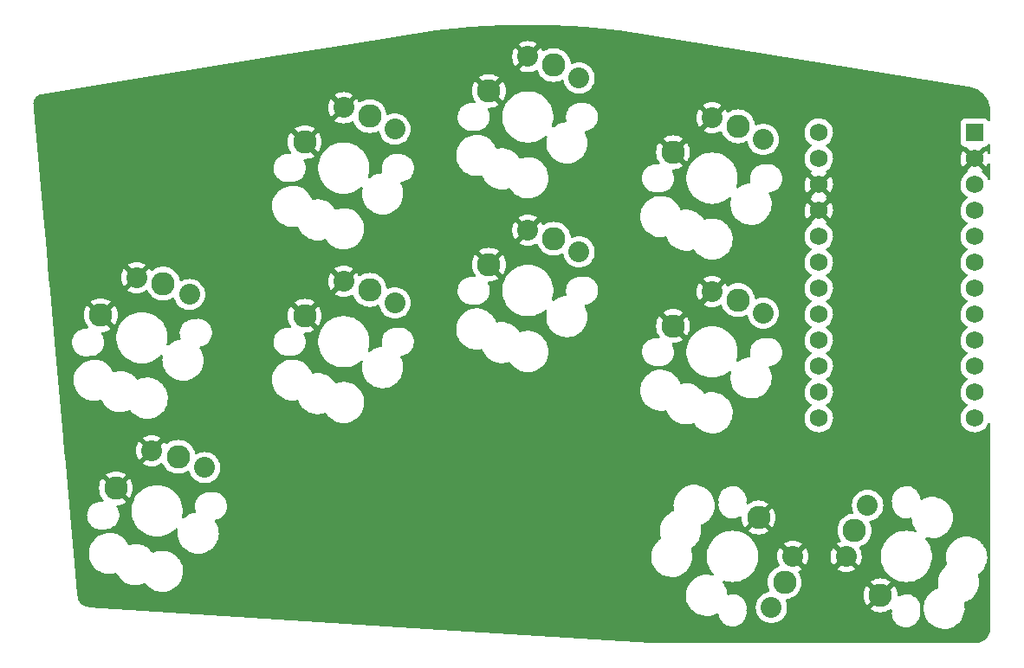
<source format=gbr>
%TF.GenerationSoftware,KiCad,Pcbnew,6.0.0-rc2*%
%TF.CreationDate,2021-12-17T22:08:23+01:00*%
%TF.ProjectId,nano0,6e616e6f-302e-46b6-9963-61645f706362,VERSION_HERE*%
%TF.SameCoordinates,Original*%
%TF.FileFunction,Copper,L1,Top*%
%TF.FilePolarity,Positive*%
%FSLAX46Y46*%
G04 Gerber Fmt 4.6, Leading zero omitted, Abs format (unit mm)*
G04 Created by KiCad (PCBNEW 6.0.0-rc2) date 2021-12-17 22:08:23*
%MOMM*%
%LPD*%
G01*
G04 APERTURE LIST*
%TA.AperFunction,ComponentPad*%
%ADD10C,2.032000*%
%TD*%
%TA.AperFunction,ComponentPad*%
%ADD11C,2.286000*%
%TD*%
%TA.AperFunction,ComponentPad*%
%ADD12R,1.752600X1.752600*%
%TD*%
%TA.AperFunction,ComponentPad*%
%ADD13C,1.752600*%
%TD*%
G04 APERTURE END LIST*
D10*
%TO.P,S1,1*%
%TO.N,P4*%
X179543147Y-151487032D03*
%TO.P,S1,2*%
%TO.N,GND*%
X174379146Y-149830802D03*
%TD*%
D11*
%TO.P,S2,1*%
%TO.N,P4*%
X176980948Y-150426306D03*
%TO.P,S2,2*%
%TO.N,GND*%
X170876488Y-153510080D03*
%TD*%
D10*
%TO.P,S5,1*%
%TO.N,P3*%
X178061499Y-134551722D03*
%TO.P,S5,2*%
%TO.N,GND*%
X172897498Y-132895492D03*
%TD*%
D11*
%TO.P,S6,1*%
%TO.N,P3*%
X175499300Y-133490996D03*
%TO.P,S6,2*%
%TO.N,GND*%
X169394840Y-136574770D03*
%TD*%
D10*
%TO.P,S9,1*%
%TO.N,P5*%
X198132000Y-135374000D03*
%TO.P,S9,2*%
%TO.N,GND*%
X193132000Y-133274000D03*
%TD*%
D11*
%TO.P,S10,1*%
%TO.N,P5*%
X195672000Y-134094000D03*
%TO.P,S10,2*%
%TO.N,GND*%
X189322000Y-136634000D03*
%TD*%
D10*
%TO.P,S13,1*%
%TO.N,P2*%
X198132000Y-118374000D03*
%TO.P,S13,2*%
%TO.N,GND*%
X193132000Y-116274000D03*
%TD*%
D11*
%TO.P,S14,1*%
%TO.N,P2*%
X195672000Y-117094000D03*
%TO.P,S14,2*%
%TO.N,GND*%
X189322000Y-119634000D03*
%TD*%
D10*
%TO.P,S17,1*%
%TO.N,P6*%
X216132000Y-130374000D03*
%TO.P,S17,2*%
%TO.N,GND*%
X211132000Y-128274000D03*
%TD*%
D11*
%TO.P,S18,1*%
%TO.N,P6*%
X213672000Y-129094000D03*
%TO.P,S18,2*%
%TO.N,GND*%
X207322000Y-131634000D03*
%TD*%
D10*
%TO.P,S21,1*%
%TO.N,P1*%
X216132000Y-113374000D03*
%TO.P,S21,2*%
%TO.N,GND*%
X211132000Y-111274000D03*
%TD*%
D11*
%TO.P,S22,1*%
%TO.N,P1*%
X213672000Y-112094000D03*
%TO.P,S22,2*%
%TO.N,GND*%
X207322000Y-114634000D03*
%TD*%
D10*
%TO.P,S25,1*%
%TO.N,P7*%
X234132000Y-136374000D03*
%TO.P,S25,2*%
%TO.N,GND*%
X229132000Y-134274000D03*
%TD*%
D11*
%TO.P,S26,1*%
%TO.N,P7*%
X231672000Y-135094000D03*
%TO.P,S26,2*%
%TO.N,GND*%
X225322000Y-137634000D03*
%TD*%
D10*
%TO.P,S29,1*%
%TO.N,P0*%
X234132000Y-119374000D03*
%TO.P,S29,2*%
%TO.N,GND*%
X229132000Y-117274000D03*
%TD*%
D11*
%TO.P,S30,1*%
%TO.N,P0*%
X231672000Y-118094000D03*
%TO.P,S30,2*%
%TO.N,GND*%
X225322000Y-120634000D03*
%TD*%
D10*
%TO.P,S33,1*%
%TO.N,P16*%
X234932000Y-165174000D03*
%TO.P,S33,2*%
%TO.N,GND*%
X237032000Y-160174000D03*
%TD*%
D11*
%TO.P,S34,1*%
%TO.N,P16*%
X236212000Y-162714000D03*
%TO.P,S34,2*%
%TO.N,GND*%
X233672000Y-156364000D03*
%TD*%
D10*
%TO.P,S37,1*%
%TO.N,P10*%
X244332000Y-155174000D03*
%TO.P,S37,2*%
%TO.N,GND*%
X242232000Y-160174000D03*
%TD*%
D11*
%TO.P,S38,1*%
%TO.N,P10*%
X243052000Y-157634000D03*
%TO.P,S38,2*%
%TO.N,GND*%
X245592000Y-163984000D03*
%TD*%
D12*
%TO.P,MCU1,1*%
%TO.N,RAW*%
X254802000Y-118704000D03*
D13*
%TO.P,MCU1,2*%
%TO.N,GND*%
X254802000Y-121244000D03*
%TO.P,MCU1,3*%
%TO.N,RST*%
X254802000Y-123784000D03*
%TO.P,MCU1,4*%
%TO.N,VCC*%
X254802000Y-126324000D03*
%TO.P,MCU1,5*%
%TO.N,P21*%
X254802000Y-128864000D03*
%TO.P,MCU1,6*%
%TO.N,P20*%
X254802000Y-131404000D03*
%TO.P,MCU1,7*%
%TO.N,P19*%
X254802000Y-133944000D03*
%TO.P,MCU1,8*%
%TO.N,P18*%
X254802000Y-136484000D03*
%TO.P,MCU1,9*%
%TO.N,P15*%
X254802000Y-139024000D03*
%TO.P,MCU1,10*%
%TO.N,P14*%
X254802000Y-141564000D03*
%TO.P,MCU1,11*%
%TO.N,P16*%
X254802000Y-144104000D03*
%TO.P,MCU1,12*%
%TO.N,P10*%
X254802000Y-146644000D03*
%TO.P,MCU1,13*%
%TO.N,P1*%
X239562000Y-118704000D03*
%TO.P,MCU1,14*%
%TO.N,P0*%
X239562000Y-121244000D03*
%TO.P,MCU1,15*%
%TO.N,GND*%
X239562000Y-123784000D03*
%TO.P,MCU1,16*%
X239562000Y-126324000D03*
%TO.P,MCU1,17*%
%TO.N,P2*%
X239562000Y-128864000D03*
%TO.P,MCU1,18*%
%TO.N,P3*%
X239562000Y-131404000D03*
%TO.P,MCU1,19*%
%TO.N,P4*%
X239562000Y-133944000D03*
%TO.P,MCU1,20*%
%TO.N,P5*%
X239562000Y-136484000D03*
%TO.P,MCU1,21*%
%TO.N,P6*%
X239562000Y-139024000D03*
%TO.P,MCU1,22*%
%TO.N,P7*%
X239562000Y-141564000D03*
%TO.P,MCU1,23*%
%TO.N,P8*%
X239562000Y-144104000D03*
%TO.P,MCU1,24*%
%TO.N,P9*%
X239562000Y-146644000D03*
%TD*%
%TA.AperFunction,Conductor*%
%TO.N,GND*%
G36*
X211947972Y-108179459D02*
G01*
X213574470Y-108212730D01*
X213577046Y-108212809D01*
X215202529Y-108279336D01*
X215205102Y-108279468D01*
X216828831Y-108379221D01*
X216831401Y-108379405D01*
X217480781Y-108432649D01*
X218452839Y-108512351D01*
X218455340Y-108512582D01*
X219222053Y-108591262D01*
X220027684Y-108673936D01*
X220048057Y-108677741D01*
X220059504Y-108680871D01*
X220059507Y-108680871D01*
X220068164Y-108683239D01*
X220077135Y-108683082D01*
X220077137Y-108683082D01*
X220084672Y-108682950D01*
X220106972Y-108684544D01*
X234686331Y-111039791D01*
X254156434Y-114185122D01*
X254172730Y-114188878D01*
X254202293Y-114197799D01*
X254211270Y-114197876D01*
X254211272Y-114197876D01*
X254220157Y-114197952D01*
X254243622Y-114200361D01*
X254394437Y-114230312D01*
X254480739Y-114247452D01*
X254494741Y-114251079D01*
X254562480Y-114272849D01*
X254751390Y-114333561D01*
X254764882Y-114338769D01*
X255010392Y-114450136D01*
X255023190Y-114456852D01*
X255092989Y-114498764D01*
X255254307Y-114595631D01*
X255266264Y-114603780D01*
X255479938Y-114768135D01*
X255490881Y-114777600D01*
X255684317Y-114965383D01*
X255694088Y-114976027D01*
X255762372Y-115059554D01*
X255864707Y-115184736D01*
X255873206Y-115196446D01*
X256018772Y-115423343D01*
X256025874Y-115435951D01*
X256144464Y-115678039D01*
X256150073Y-115691377D01*
X256240126Y-115945469D01*
X256244168Y-115959363D01*
X256304491Y-116222086D01*
X256306914Y-116236352D01*
X256332840Y-116469399D01*
X256332969Y-116496048D01*
X256332010Y-116505498D01*
X256333647Y-116514324D01*
X256333647Y-116514328D01*
X256334688Y-116519940D01*
X256336800Y-116542914D01*
X256336800Y-117480157D01*
X256316798Y-117548278D01*
X256263142Y-117594771D01*
X256192868Y-117604875D01*
X256128288Y-117575381D01*
X256109974Y-117555722D01*
X256046943Y-117471620D01*
X256046942Y-117471619D01*
X256041561Y-117464439D01*
X255925005Y-117377085D01*
X255788616Y-117325955D01*
X255726434Y-117319200D01*
X253877566Y-117319200D01*
X253815384Y-117325955D01*
X253678995Y-117377085D01*
X253562439Y-117464439D01*
X253475085Y-117580995D01*
X253423955Y-117717384D01*
X253417200Y-117779566D01*
X253417200Y-119628434D01*
X253423955Y-119690616D01*
X253475085Y-119827005D01*
X253562439Y-119943561D01*
X253678995Y-120030915D01*
X253815384Y-120082045D01*
X253877566Y-120088800D01*
X253953820Y-120088800D01*
X254021941Y-120108802D01*
X254042915Y-120125705D01*
X254789188Y-120871978D01*
X254803132Y-120879592D01*
X254804965Y-120879461D01*
X254811580Y-120875210D01*
X255561085Y-120125705D01*
X255623397Y-120091679D01*
X255650180Y-120088800D01*
X255726434Y-120088800D01*
X255788616Y-120082045D01*
X255925005Y-120030915D01*
X256041561Y-119943561D01*
X256071800Y-119903214D01*
X256109974Y-119852278D01*
X256166833Y-119809763D01*
X256237652Y-119804737D01*
X256299945Y-119838797D01*
X256333935Y-119901128D01*
X256336800Y-119927843D01*
X256336800Y-120696240D01*
X256316798Y-120764361D01*
X256263142Y-120810854D01*
X256192868Y-120820958D01*
X256128288Y-120791464D01*
X256095250Y-120746482D01*
X256028229Y-120592343D01*
X256023362Y-120583268D01*
X255954083Y-120476178D01*
X255943398Y-120466975D01*
X255933831Y-120471379D01*
X255174022Y-121231188D01*
X255166408Y-121245132D01*
X255166539Y-121246965D01*
X255170790Y-121253580D01*
X255931320Y-122014110D01*
X255943330Y-122020669D01*
X255955069Y-122011701D01*
X255989625Y-121963611D01*
X255994936Y-121954772D01*
X256091206Y-121759982D01*
X256093648Y-121753815D01*
X256137323Y-121697841D01*
X256204326Y-121674365D01*
X256273385Y-121690841D01*
X256322573Y-121742037D01*
X256336800Y-121800199D01*
X256336800Y-123234984D01*
X256316798Y-123303105D01*
X256263142Y-123349598D01*
X256192868Y-123359702D01*
X256128288Y-123330208D01*
X256095250Y-123285226D01*
X256028672Y-123132106D01*
X256028670Y-123132103D01*
X256026612Y-123127369D01*
X255913473Y-122952483D01*
X255905731Y-122940515D01*
X255905729Y-122940512D01*
X255902923Y-122936175D01*
X255749668Y-122767750D01*
X255570963Y-122626618D01*
X255563849Y-122622691D01*
X255563006Y-122621840D01*
X255562131Y-122621259D01*
X255562251Y-122621078D01*
X255513876Y-122572261D01*
X255499100Y-122502819D01*
X255524214Y-122436413D01*
X255551568Y-122409802D01*
X255570103Y-122396581D01*
X255578504Y-122385881D01*
X255571515Y-122372725D01*
X254814812Y-121616022D01*
X254800868Y-121608408D01*
X254799035Y-121608539D01*
X254792420Y-121612790D01*
X254029510Y-122375700D01*
X254022750Y-122388080D01*
X254028031Y-122395134D01*
X254042698Y-122403705D01*
X254091422Y-122455343D01*
X254104493Y-122525126D01*
X254077762Y-122590898D01*
X254054781Y-122613253D01*
X253912356Y-122720189D01*
X253879444Y-122744900D01*
X253875872Y-122748638D01*
X253740390Y-122890412D01*
X253722120Y-122909530D01*
X253719206Y-122913802D01*
X253719205Y-122913803D01*
X253655947Y-123006536D01*
X253593797Y-123097645D01*
X253497921Y-123304192D01*
X253496539Y-123309174D01*
X253496539Y-123309175D01*
X253489395Y-123334937D01*
X253437067Y-123523625D01*
X253412869Y-123750050D01*
X253413166Y-123755202D01*
X253413166Y-123755206D01*
X253415379Y-123793580D01*
X253425977Y-123977387D01*
X253427112Y-123982424D01*
X253427113Y-123982430D01*
X253466234Y-124156022D01*
X253476039Y-124199531D01*
X253477983Y-124204317D01*
X253477984Y-124204322D01*
X253559675Y-124405502D01*
X253561711Y-124410515D01*
X253680692Y-124604674D01*
X253829786Y-124776793D01*
X254004989Y-124922249D01*
X254009440Y-124924850D01*
X254009450Y-124924857D01*
X254042266Y-124944033D01*
X254090989Y-124995672D01*
X254104059Y-125065455D01*
X254077326Y-125131227D01*
X254054353Y-125153575D01*
X253879444Y-125284900D01*
X253722120Y-125449530D01*
X253719206Y-125453802D01*
X253719205Y-125453803D01*
X253688229Y-125499212D01*
X253593797Y-125637645D01*
X253497921Y-125844192D01*
X253496539Y-125849174D01*
X253496539Y-125849175D01*
X253468599Y-125949925D01*
X253437067Y-126063625D01*
X253412869Y-126290050D01*
X253413166Y-126295202D01*
X253413166Y-126295206D01*
X253416245Y-126348596D01*
X253425977Y-126517387D01*
X253427112Y-126522424D01*
X253427113Y-126522430D01*
X253468960Y-126708118D01*
X253476039Y-126739531D01*
X253477983Y-126744317D01*
X253477984Y-126744322D01*
X253545264Y-126910012D01*
X253561711Y-126950515D01*
X253680692Y-127144674D01*
X253829786Y-127316793D01*
X253952747Y-127418877D01*
X253999150Y-127457401D01*
X254004989Y-127462249D01*
X254009440Y-127464850D01*
X254009450Y-127464857D01*
X254042266Y-127484033D01*
X254090989Y-127535672D01*
X254104059Y-127605455D01*
X254077326Y-127671227D01*
X254054353Y-127693575D01*
X253879444Y-127824900D01*
X253722120Y-127989530D01*
X253719206Y-127993802D01*
X253719205Y-127993803D01*
X253694483Y-128030044D01*
X253593797Y-128177645D01*
X253497921Y-128384192D01*
X253437067Y-128603625D01*
X253412869Y-128830050D01*
X253413166Y-128835202D01*
X253413166Y-128835206D01*
X253416349Y-128890412D01*
X253425977Y-129057387D01*
X253427112Y-129062424D01*
X253427113Y-129062430D01*
X253468960Y-129248118D01*
X253476039Y-129279531D01*
X253477983Y-129284317D01*
X253477984Y-129284322D01*
X253553942Y-129471383D01*
X253561711Y-129490515D01*
X253680692Y-129684674D01*
X253829786Y-129856793D01*
X254004989Y-130002249D01*
X254009440Y-130004850D01*
X254009450Y-130004857D01*
X254042266Y-130024033D01*
X254090989Y-130075672D01*
X254104059Y-130145455D01*
X254077326Y-130211227D01*
X254054353Y-130233575D01*
X253879444Y-130364900D01*
X253722120Y-130529530D01*
X253719206Y-130533802D01*
X253719205Y-130533803D01*
X253692929Y-130572322D01*
X253593797Y-130717645D01*
X253497921Y-130924192D01*
X253437067Y-131143625D01*
X253412869Y-131370050D01*
X253413166Y-131375202D01*
X253413166Y-131375206D01*
X253416928Y-131440445D01*
X253425977Y-131597387D01*
X253427112Y-131602424D01*
X253427113Y-131602430D01*
X253463809Y-131765263D01*
X253476039Y-131819531D01*
X253477983Y-131824317D01*
X253477984Y-131824322D01*
X253559767Y-132025728D01*
X253561711Y-132030515D01*
X253680692Y-132224674D01*
X253829786Y-132396793D01*
X253915952Y-132468329D01*
X253986263Y-132526702D01*
X254004989Y-132542249D01*
X254009440Y-132544850D01*
X254009450Y-132544857D01*
X254042266Y-132564033D01*
X254090989Y-132615672D01*
X254104059Y-132685455D01*
X254077326Y-132751227D01*
X254054353Y-132773575D01*
X253879444Y-132904900D01*
X253874960Y-132909592D01*
X253748358Y-133042074D01*
X253722120Y-133069530D01*
X253719206Y-133073802D01*
X253719205Y-133073803D01*
X253694448Y-133110096D01*
X253593797Y-133257645D01*
X253497921Y-133464192D01*
X253437067Y-133683625D01*
X253412869Y-133910050D01*
X253413166Y-133915202D01*
X253413166Y-133915206D01*
X253415948Y-133963447D01*
X253425977Y-134137387D01*
X253427112Y-134142424D01*
X253427113Y-134142430D01*
X253474601Y-134353150D01*
X253476039Y-134359531D01*
X253477983Y-134364317D01*
X253477984Y-134364322D01*
X253524703Y-134479376D01*
X253561711Y-134570515D01*
X253680692Y-134764674D01*
X253829786Y-134936793D01*
X253929363Y-135019463D01*
X253999898Y-135078022D01*
X254004989Y-135082249D01*
X254009440Y-135084850D01*
X254009450Y-135084857D01*
X254042266Y-135104033D01*
X254090989Y-135155672D01*
X254104059Y-135225455D01*
X254077326Y-135291227D01*
X254054353Y-135313575D01*
X253879444Y-135444900D01*
X253846498Y-135479376D01*
X253752643Y-135577590D01*
X253722120Y-135609530D01*
X253719206Y-135613802D01*
X253719205Y-135613803D01*
X253698140Y-135644683D01*
X253593797Y-135797645D01*
X253497921Y-136004192D01*
X253496539Y-136009174D01*
X253496539Y-136009175D01*
X253481859Y-136062109D01*
X253437067Y-136223625D01*
X253436518Y-136228762D01*
X253413574Y-136443457D01*
X253412869Y-136450050D01*
X253413166Y-136455202D01*
X253413166Y-136455206D01*
X253415953Y-136503542D01*
X253425977Y-136677387D01*
X253427112Y-136682424D01*
X253427113Y-136682430D01*
X253473151Y-136886718D01*
X253476039Y-136899531D01*
X253477983Y-136904317D01*
X253477984Y-136904322D01*
X253559767Y-137105728D01*
X253561711Y-137110515D01*
X253680692Y-137304674D01*
X253829786Y-137476793D01*
X253913933Y-137546653D01*
X253996158Y-137614917D01*
X254004989Y-137622249D01*
X254009440Y-137624850D01*
X254009450Y-137624857D01*
X254042266Y-137644033D01*
X254090989Y-137695672D01*
X254104059Y-137765455D01*
X254077326Y-137831227D01*
X254054353Y-137853575D01*
X253879444Y-137984900D01*
X253863056Y-138002049D01*
X253727987Y-138143391D01*
X253722120Y-138149530D01*
X253719206Y-138153802D01*
X253719205Y-138153803D01*
X253697131Y-138186162D01*
X253593797Y-138337645D01*
X253497921Y-138544192D01*
X253496539Y-138549174D01*
X253496539Y-138549175D01*
X253489045Y-138576197D01*
X253437067Y-138763625D01*
X253412869Y-138990050D01*
X253413166Y-138995202D01*
X253413166Y-138995206D01*
X253416606Y-139054855D01*
X253425977Y-139217387D01*
X253427112Y-139222424D01*
X253427113Y-139222430D01*
X253474901Y-139434482D01*
X253476039Y-139439531D01*
X253477983Y-139444317D01*
X253477984Y-139444322D01*
X253550977Y-139624081D01*
X253561711Y-139650515D01*
X253680692Y-139844674D01*
X253829786Y-140016793D01*
X254004989Y-140162249D01*
X254009440Y-140164850D01*
X254009450Y-140164857D01*
X254042266Y-140184033D01*
X254090989Y-140235672D01*
X254104059Y-140305455D01*
X254077326Y-140371227D01*
X254054353Y-140393575D01*
X253879444Y-140524900D01*
X253722120Y-140689530D01*
X253719206Y-140693802D01*
X253719205Y-140693803D01*
X253700583Y-140721102D01*
X253593797Y-140877645D01*
X253497921Y-141084192D01*
X253437067Y-141303625D01*
X253412869Y-141530050D01*
X253413166Y-141535202D01*
X253413166Y-141535206D01*
X253416980Y-141601348D01*
X253425977Y-141757387D01*
X253427112Y-141762424D01*
X253427113Y-141762430D01*
X253474901Y-141974482D01*
X253476039Y-141979531D01*
X253477983Y-141984317D01*
X253477984Y-141984322D01*
X253555443Y-142175080D01*
X253561711Y-142190515D01*
X253680692Y-142384674D01*
X253829786Y-142556793D01*
X254004989Y-142702249D01*
X254009440Y-142704850D01*
X254009450Y-142704857D01*
X254042266Y-142724033D01*
X254090989Y-142775672D01*
X254104059Y-142845455D01*
X254077326Y-142911227D01*
X254054353Y-142933575D01*
X253879444Y-143064900D01*
X253722120Y-143229530D01*
X253719206Y-143233802D01*
X253719205Y-143233803D01*
X253669888Y-143306099D01*
X253593797Y-143417645D01*
X253497921Y-143624192D01*
X253496539Y-143629174D01*
X253496539Y-143629175D01*
X253490359Y-143651461D01*
X253437067Y-143843625D01*
X253412869Y-144070050D01*
X253413166Y-144075202D01*
X253413166Y-144075206D01*
X253416389Y-144131102D01*
X253425977Y-144297387D01*
X253427112Y-144302424D01*
X253427113Y-144302430D01*
X253470538Y-144495121D01*
X253476039Y-144519531D01*
X253477983Y-144524317D01*
X253477984Y-144524322D01*
X253558394Y-144722347D01*
X253561711Y-144730515D01*
X253680692Y-144924674D01*
X253829786Y-145096793D01*
X254004989Y-145242249D01*
X254009440Y-145244850D01*
X254009450Y-145244857D01*
X254042266Y-145264033D01*
X254090989Y-145315672D01*
X254104059Y-145385455D01*
X254077326Y-145451227D01*
X254054353Y-145473575D01*
X253879444Y-145604900D01*
X253875872Y-145608638D01*
X253744438Y-145746176D01*
X253722120Y-145769530D01*
X253719206Y-145773802D01*
X253719205Y-145773803D01*
X253680536Y-145830490D01*
X253593797Y-145957645D01*
X253497921Y-146164192D01*
X253437067Y-146383625D01*
X253412869Y-146610050D01*
X253413166Y-146615202D01*
X253413166Y-146615206D01*
X253416265Y-146668947D01*
X253425977Y-146837387D01*
X253427112Y-146842424D01*
X253427113Y-146842430D01*
X253469774Y-147031731D01*
X253476039Y-147059531D01*
X253477983Y-147064317D01*
X253477984Y-147064322D01*
X253521296Y-147170986D01*
X253561711Y-147270515D01*
X253680692Y-147464674D01*
X253829786Y-147636793D01*
X254004989Y-147782249D01*
X254009441Y-147784851D01*
X254009446Y-147784854D01*
X254103540Y-147839838D01*
X254201597Y-147897138D01*
X254414329Y-147978372D01*
X254419395Y-147979403D01*
X254419396Y-147979403D01*
X254471630Y-147990030D01*
X254637472Y-148023771D01*
X254765288Y-148028458D01*
X254859870Y-148031927D01*
X254859875Y-148031927D01*
X254865034Y-148032116D01*
X254870154Y-148031460D01*
X254870156Y-148031460D01*
X254990977Y-148015982D01*
X255090903Y-148003181D01*
X255095852Y-148001696D01*
X255095858Y-148001695D01*
X255230610Y-147961267D01*
X255309013Y-147937745D01*
X255513507Y-147837564D01*
X255517711Y-147834566D01*
X255517715Y-147834563D01*
X255636196Y-147750051D01*
X255698893Y-147705330D01*
X255860193Y-147544592D01*
X255993073Y-147359669D01*
X256041400Y-147261888D01*
X256091675Y-147160164D01*
X256091676Y-147160161D01*
X256093967Y-147155526D01*
X256094343Y-147154289D01*
X256137325Y-147099205D01*
X256204328Y-147075730D01*
X256273387Y-147092207D01*
X256322574Y-147143404D01*
X256336800Y-147201564D01*
X256336800Y-167248717D01*
X256334498Y-167272689D01*
X256332197Y-167284563D01*
X256333031Y-167293504D01*
X256333031Y-167293508D01*
X256333573Y-167299316D01*
X256333335Y-167325045D01*
X256314482Y-167493355D01*
X256311008Y-167511806D01*
X256260954Y-167699439D01*
X256254776Y-167717169D01*
X256177399Y-167895275D01*
X256168658Y-167911885D01*
X256065669Y-168076524D01*
X256054564Y-168091644D01*
X255928251Y-168239156D01*
X255915010Y-168252468D01*
X255768190Y-168379563D01*
X255753119Y-168390759D01*
X255589042Y-168494628D01*
X255572474Y-168503460D01*
X255394786Y-168581794D01*
X255377091Y-168588067D01*
X255330736Y-168600701D01*
X255189732Y-168639129D01*
X255171308Y-168642702D01*
X255116057Y-168649192D01*
X255010115Y-168661636D01*
X254993026Y-168661677D01*
X254993028Y-168661743D01*
X254984056Y-168662013D01*
X254975135Y-168661009D01*
X254962020Y-168663292D01*
X254957191Y-168664133D01*
X254935579Y-168666000D01*
X223152355Y-168666000D01*
X223144269Y-168665740D01*
X202547751Y-167341298D01*
X168176868Y-165131107D01*
X168165818Y-165129118D01*
X168165712Y-165129819D01*
X168156838Y-165128482D01*
X168148239Y-165125900D01*
X168137201Y-165125820D01*
X168133933Y-165125796D01*
X168107978Y-165122900D01*
X167968197Y-165092388D01*
X167949482Y-165086752D01*
X167793413Y-165026185D01*
X167775795Y-165017721D01*
X167630982Y-164933752D01*
X167614886Y-164922667D01*
X167484793Y-164817307D01*
X167470608Y-164803869D01*
X167358375Y-164679657D01*
X167346441Y-164664190D01*
X167254765Y-164524111D01*
X167245363Y-164506976D01*
X167185963Y-164375461D01*
X167176457Y-164354414D01*
X167169819Y-164336033D01*
X167133668Y-164204877D01*
X167131090Y-164188149D01*
X167130944Y-164188175D01*
X167129346Y-164179346D01*
X167129015Y-164170372D01*
X167126179Y-164161855D01*
X167125016Y-164155428D01*
X167123503Y-164144222D01*
X167102863Y-163913733D01*
X226579822Y-163913733D01*
X226579975Y-163918121D01*
X226579975Y-163918127D01*
X226589406Y-164188175D01*
X226589625Y-164194458D01*
X226590387Y-164198781D01*
X226590388Y-164198788D01*
X226618707Y-164359391D01*
X226638402Y-164471087D01*
X226725203Y-164738235D01*
X226727131Y-164742188D01*
X226727133Y-164742193D01*
X226757213Y-164803865D01*
X226848340Y-164990702D01*
X226850795Y-164994341D01*
X226850798Y-164994347D01*
X226910268Y-165082514D01*
X227005415Y-165223576D01*
X227193371Y-165432322D01*
X227196733Y-165435143D01*
X227196734Y-165435144D01*
X227222798Y-165457014D01*
X227408550Y-165612879D01*
X227646764Y-165761731D01*
X227780484Y-165821267D01*
X227875738Y-165863677D01*
X227903375Y-165875982D01*
X228173390Y-165953407D01*
X228177740Y-165954018D01*
X228177743Y-165954019D01*
X228269875Y-165966967D01*
X228451552Y-165992500D01*
X228662146Y-165992500D01*
X228664332Y-165992347D01*
X228664336Y-165992347D01*
X228867827Y-165978118D01*
X228867832Y-165978117D01*
X228872212Y-165977811D01*
X229146970Y-165919409D01*
X229151099Y-165917906D01*
X229151103Y-165917905D01*
X229406781Y-165824846D01*
X229406785Y-165824844D01*
X229410926Y-165823337D01*
X229592529Y-165726777D01*
X229662064Y-165712457D01*
X229728305Y-165738004D01*
X229770218Y-165795309D01*
X229776886Y-165829657D01*
X229777004Y-165829643D01*
X229777211Y-165831333D01*
X229777592Y-165833293D01*
X229777854Y-165840268D01*
X229825228Y-166066050D01*
X229909967Y-166280622D01*
X230029647Y-166477849D01*
X230033144Y-166481879D01*
X230161264Y-166629524D01*
X230180847Y-166652092D01*
X230220707Y-166684775D01*
X230355115Y-166794984D01*
X230355121Y-166794988D01*
X230359243Y-166798368D01*
X230559735Y-166912494D01*
X230564751Y-166914315D01*
X230564756Y-166914317D01*
X230771575Y-166989389D01*
X230771579Y-166989390D01*
X230776590Y-166991209D01*
X230781839Y-166992158D01*
X230781842Y-166992159D01*
X230999523Y-167031522D01*
X230999530Y-167031523D01*
X231003607Y-167032260D01*
X231021344Y-167033096D01*
X231026292Y-167033330D01*
X231026299Y-167033330D01*
X231027780Y-167033400D01*
X231189925Y-167033400D01*
X231256881Y-167027719D01*
X231356562Y-167019261D01*
X231356566Y-167019260D01*
X231361873Y-167018810D01*
X231367028Y-167017472D01*
X231367034Y-167017471D01*
X231580003Y-166962195D01*
X231580007Y-166962194D01*
X231585172Y-166960853D01*
X231590038Y-166958661D01*
X231590041Y-166958660D01*
X231790649Y-166868293D01*
X231795515Y-166866101D01*
X231799935Y-166863125D01*
X231799939Y-166863123D01*
X231903649Y-166793300D01*
X231986885Y-166737262D01*
X232153812Y-166578022D01*
X232214207Y-166496848D01*
X232288337Y-166397214D01*
X232288339Y-166397211D01*
X232291521Y-166392934D01*
X232346305Y-166285183D01*
X232393658Y-166192046D01*
X232393658Y-166192045D01*
X232396077Y-166187288D01*
X232452976Y-166004046D01*
X232462905Y-165972070D01*
X232462906Y-165972064D01*
X232464489Y-165966967D01*
X232482206Y-165833293D01*
X232494100Y-165743553D01*
X232494100Y-165743548D01*
X232494800Y-165738268D01*
X232486146Y-165507732D01*
X232485051Y-165502511D01*
X232480483Y-165480740D01*
X232478890Y-165438312D01*
X232494100Y-165323553D01*
X232494100Y-165323548D01*
X232494800Y-165318268D01*
X232489384Y-165174000D01*
X233402786Y-165174000D01*
X233421613Y-165413222D01*
X233422767Y-165418029D01*
X233422768Y-165418035D01*
X233443049Y-165502511D01*
X233477631Y-165646553D01*
X233479524Y-165651124D01*
X233479525Y-165651126D01*
X233550000Y-165821267D01*
X233569460Y-165868249D01*
X233694840Y-166072849D01*
X233850682Y-166255318D01*
X234033151Y-166411160D01*
X234237751Y-166536540D01*
X234242321Y-166538433D01*
X234242323Y-166538434D01*
X234454874Y-166626475D01*
X234459447Y-166628369D01*
X234541037Y-166647957D01*
X234687965Y-166683232D01*
X234687971Y-166683233D01*
X234692778Y-166684387D01*
X234932000Y-166703214D01*
X235171222Y-166684387D01*
X235176029Y-166683233D01*
X235176035Y-166683232D01*
X235322963Y-166647957D01*
X235404553Y-166628369D01*
X235409126Y-166626475D01*
X235621677Y-166538434D01*
X235621679Y-166538433D01*
X235626249Y-166536540D01*
X235830849Y-166411160D01*
X236013318Y-166255318D01*
X236169160Y-166072849D01*
X236294540Y-165868249D01*
X236314001Y-165821267D01*
X236384475Y-165651126D01*
X236384476Y-165651124D01*
X236386369Y-165646553D01*
X236420951Y-165502511D01*
X236441232Y-165418035D01*
X236441233Y-165418029D01*
X236442387Y-165413222D01*
X236449626Y-165321238D01*
X244620118Y-165321238D01*
X244624440Y-165327417D01*
X244835924Y-165457014D01*
X244844718Y-165461495D01*
X245075662Y-165557155D01*
X245085047Y-165560204D01*
X245328115Y-165618561D01*
X245337862Y-165620104D01*
X245587070Y-165639717D01*
X245596930Y-165639717D01*
X245846138Y-165620104D01*
X245855885Y-165618561D01*
X246098953Y-165560204D01*
X246108338Y-165557155D01*
X246339282Y-165461495D01*
X246348076Y-165457014D01*
X246542237Y-165338032D01*
X246610771Y-165319494D01*
X246678447Y-165340950D01*
X246723780Y-165395590D01*
X246732980Y-165462020D01*
X246707917Y-165651126D01*
X246702800Y-165689732D01*
X246703000Y-165695062D01*
X246703000Y-165695063D01*
X246704612Y-165738004D01*
X246711454Y-165920268D01*
X246758828Y-166146050D01*
X246843567Y-166360622D01*
X246963247Y-166557849D01*
X246966744Y-166561879D01*
X247091063Y-166705144D01*
X247114447Y-166732092D01*
X247156582Y-166766640D01*
X247288715Y-166874984D01*
X247288721Y-166874988D01*
X247292843Y-166878368D01*
X247493335Y-166992494D01*
X247498351Y-166994315D01*
X247498356Y-166994317D01*
X247705175Y-167069389D01*
X247705179Y-167069390D01*
X247710190Y-167071209D01*
X247715439Y-167072158D01*
X247715442Y-167072159D01*
X247933123Y-167111522D01*
X247933130Y-167111523D01*
X247937207Y-167112260D01*
X247954944Y-167113096D01*
X247959892Y-167113330D01*
X247959899Y-167113330D01*
X247961380Y-167113400D01*
X248123525Y-167113400D01*
X248190481Y-167107719D01*
X248290162Y-167099261D01*
X248290166Y-167099260D01*
X248295473Y-167098810D01*
X248300628Y-167097472D01*
X248300634Y-167097471D01*
X248513603Y-167042195D01*
X248513607Y-167042194D01*
X248518772Y-167040853D01*
X248523638Y-167038661D01*
X248523641Y-167038660D01*
X248724249Y-166948293D01*
X248729115Y-166946101D01*
X248733535Y-166943125D01*
X248733539Y-166943123D01*
X248834748Y-166874984D01*
X248920485Y-166817262D01*
X249087412Y-166658022D01*
X249123733Y-166609205D01*
X249137847Y-166593252D01*
X249153812Y-166578022D01*
X249156996Y-166573742D01*
X249157000Y-166573738D01*
X249288337Y-166397214D01*
X249288339Y-166397211D01*
X249291521Y-166392934D01*
X249346305Y-166285183D01*
X249393658Y-166192046D01*
X249393658Y-166192045D01*
X249396077Y-166187288D01*
X249452976Y-166004046D01*
X249462905Y-165972070D01*
X249462906Y-165972064D01*
X249464489Y-165966967D01*
X249482206Y-165833293D01*
X249494100Y-165743553D01*
X249494100Y-165743548D01*
X249494800Y-165738268D01*
X249486146Y-165507732D01*
X249485051Y-165502511D01*
X249480483Y-165480740D01*
X249478890Y-165438312D01*
X249494100Y-165323553D01*
X249494100Y-165323548D01*
X249494800Y-165318268D01*
X249489750Y-165183733D01*
X249803422Y-165183733D01*
X249803575Y-165188121D01*
X249803575Y-165188127D01*
X249813058Y-165459663D01*
X249813225Y-165464458D01*
X249813987Y-165468781D01*
X249813988Y-165468788D01*
X249844128Y-165639717D01*
X249862002Y-165741087D01*
X249948803Y-166008235D01*
X249950731Y-166012188D01*
X249950733Y-166012193D01*
X249982155Y-166076617D01*
X250071940Y-166260702D01*
X250074395Y-166264341D01*
X250074398Y-166264347D01*
X250135990Y-166355661D01*
X250229015Y-166493576D01*
X250416971Y-166702322D01*
X250632150Y-166882879D01*
X250870364Y-167031731D01*
X251126975Y-167145982D01*
X251396990Y-167223407D01*
X251401340Y-167224018D01*
X251401343Y-167224019D01*
X251504290Y-167238487D01*
X251675152Y-167262500D01*
X251885746Y-167262500D01*
X251887932Y-167262347D01*
X251887936Y-167262347D01*
X252091427Y-167248118D01*
X252091432Y-167248117D01*
X252095812Y-167247811D01*
X252370570Y-167189409D01*
X252374699Y-167187906D01*
X252374703Y-167187905D01*
X252630381Y-167094846D01*
X252630385Y-167094844D01*
X252634526Y-167093337D01*
X252882542Y-166961464D01*
X252886103Y-166958877D01*
X253106229Y-166798947D01*
X253106232Y-166798944D01*
X253109792Y-166796358D01*
X253176342Y-166732092D01*
X253253043Y-166658022D01*
X253311852Y-166601231D01*
X253484788Y-166379882D01*
X253486984Y-166376078D01*
X253486989Y-166376071D01*
X253623035Y-166140431D01*
X253625236Y-166136619D01*
X253730462Y-165876176D01*
X253731528Y-165871901D01*
X253797353Y-165607893D01*
X253797354Y-165607888D01*
X253798417Y-165603624D01*
X253808496Y-165507732D01*
X253827319Y-165328636D01*
X253827319Y-165328633D01*
X253827778Y-165324267D01*
X253827625Y-165319873D01*
X253818129Y-165047939D01*
X253818128Y-165047933D01*
X253817975Y-165043542D01*
X253814290Y-165022640D01*
X253769962Y-164771244D01*
X253769961Y-164771239D01*
X253769198Y-164766913D01*
X253769381Y-164766881D01*
X253772238Y-164697690D01*
X253813054Y-164639598D01*
X253848472Y-164619745D01*
X253949997Y-164582793D01*
X254030926Y-164553337D01*
X254278942Y-164421464D01*
X254347876Y-164371381D01*
X254502629Y-164258947D01*
X254502632Y-164258944D01*
X254506192Y-164256358D01*
X254525060Y-164238138D01*
X254640154Y-164126992D01*
X254708252Y-164061231D01*
X254881188Y-163839882D01*
X254883384Y-163836078D01*
X254883389Y-163836071D01*
X255003168Y-163628607D01*
X255021636Y-163596619D01*
X255126862Y-163336176D01*
X255128800Y-163328402D01*
X255193753Y-163067893D01*
X255193754Y-163067888D01*
X255194817Y-163063624D01*
X255199777Y-163016439D01*
X255223719Y-162788636D01*
X255223719Y-162788633D01*
X255224178Y-162784267D01*
X255223677Y-162769912D01*
X255214529Y-162507939D01*
X255214528Y-162507933D01*
X255214375Y-162503542D01*
X255206660Y-162459784D01*
X255174348Y-162276536D01*
X255165598Y-162226913D01*
X255164243Y-162222742D01*
X255164241Y-162222735D01*
X255108247Y-162050405D01*
X255106219Y-161979438D01*
X255142882Y-161918640D01*
X255154019Y-161909533D01*
X255183162Y-161888360D01*
X255261587Y-161831381D01*
X255306229Y-161798947D01*
X255306232Y-161798944D01*
X255309792Y-161796358D01*
X255331775Y-161775130D01*
X255455899Y-161655264D01*
X255511852Y-161601231D01*
X255655907Y-161416848D01*
X255682081Y-161383347D01*
X255682082Y-161383346D01*
X255684788Y-161379882D01*
X255686984Y-161376078D01*
X255686989Y-161376071D01*
X255823035Y-161140431D01*
X255825236Y-161136619D01*
X255930462Y-160876176D01*
X255964144Y-160741087D01*
X255997353Y-160607893D01*
X255997354Y-160607888D01*
X255998417Y-160603624D01*
X256005272Y-160538408D01*
X256027319Y-160328636D01*
X256027319Y-160328633D01*
X256027778Y-160324267D01*
X256025137Y-160248636D01*
X256018129Y-160047939D01*
X256018128Y-160047933D01*
X256017975Y-160043542D01*
X256012001Y-160009658D01*
X255979330Y-159824376D01*
X255969198Y-159766913D01*
X255882397Y-159499765D01*
X255870689Y-159475759D01*
X255811763Y-159354944D01*
X255759260Y-159247298D01*
X255756805Y-159243659D01*
X255756802Y-159243653D01*
X255676535Y-159124653D01*
X255602185Y-159014424D01*
X255575050Y-158984287D01*
X255417166Y-158808940D01*
X255414229Y-158805678D01*
X255371249Y-158769613D01*
X255223545Y-158645675D01*
X255199050Y-158625121D01*
X254960836Y-158476269D01*
X254767763Y-158390307D01*
X254708239Y-158363805D01*
X254708237Y-158363804D01*
X254704225Y-158362018D01*
X254434210Y-158284593D01*
X254429860Y-158283982D01*
X254429857Y-158283981D01*
X254326910Y-158269513D01*
X254156048Y-158245500D01*
X253945454Y-158245500D01*
X253943268Y-158245653D01*
X253943264Y-158245653D01*
X253739773Y-158259882D01*
X253739768Y-158259883D01*
X253735388Y-158260189D01*
X253460630Y-158318591D01*
X253456501Y-158320094D01*
X253456497Y-158320095D01*
X253200819Y-158413154D01*
X253200815Y-158413156D01*
X253196674Y-158414663D01*
X252948658Y-158546536D01*
X252945099Y-158549122D01*
X252945097Y-158549123D01*
X252785244Y-158665263D01*
X252721408Y-158711642D01*
X252519348Y-158906769D01*
X252414028Y-159041573D01*
X252360263Y-159110390D01*
X252346412Y-159128118D01*
X252344216Y-159131922D01*
X252344211Y-159131929D01*
X252244914Y-159303917D01*
X252205964Y-159371381D01*
X252100738Y-159631824D01*
X252099673Y-159636097D01*
X252099672Y-159636099D01*
X252033994Y-159899520D01*
X252032783Y-159904376D01*
X252032324Y-159908744D01*
X252032323Y-159908749D01*
X252004564Y-160172868D01*
X252003422Y-160183733D01*
X252003575Y-160188121D01*
X252003575Y-160188127D01*
X252011261Y-160408209D01*
X252013225Y-160464458D01*
X252013987Y-160468781D01*
X252013988Y-160468788D01*
X252037764Y-160603624D01*
X252062002Y-160741087D01*
X252063357Y-160745258D01*
X252063359Y-160745265D01*
X252119353Y-160917595D01*
X252121381Y-160988562D01*
X252084718Y-161049360D01*
X252073581Y-161058467D01*
X251947395Y-161150146D01*
X251917808Y-161171642D01*
X251914644Y-161174698D01*
X251914641Y-161174700D01*
X251851103Y-161236058D01*
X251715748Y-161366769D01*
X251542812Y-161588118D01*
X251540616Y-161591922D01*
X251540611Y-161591929D01*
X251426794Y-161789067D01*
X251402364Y-161831381D01*
X251297138Y-162091824D01*
X251296073Y-162096097D01*
X251296072Y-162096099D01*
X251231491Y-162355121D01*
X251229183Y-162364376D01*
X251228724Y-162368744D01*
X251228723Y-162368749D01*
X251202147Y-162621607D01*
X251199822Y-162643733D01*
X251199975Y-162648121D01*
X251199975Y-162648127D01*
X251208198Y-162883590D01*
X251209625Y-162924458D01*
X251210387Y-162928781D01*
X251210388Y-162928788D01*
X251254343Y-163178067D01*
X251258255Y-163200252D01*
X251258402Y-163201087D01*
X251258219Y-163201119D01*
X251255362Y-163270310D01*
X251214546Y-163328402D01*
X251179128Y-163348255D01*
X251077603Y-163385207D01*
X250996674Y-163414663D01*
X250748658Y-163546536D01*
X250745099Y-163549122D01*
X250745097Y-163549123D01*
X250554322Y-163687729D01*
X250521408Y-163711642D01*
X250518244Y-163714698D01*
X250518241Y-163714700D01*
X250461792Y-163769212D01*
X250319348Y-163906769D01*
X250185302Y-164078341D01*
X250174098Y-164092682D01*
X250146412Y-164128118D01*
X250144216Y-164131922D01*
X250144211Y-164131929D01*
X250030394Y-164329067D01*
X250005964Y-164371381D01*
X249900738Y-164631824D01*
X249899673Y-164636097D01*
X249899672Y-164636099D01*
X249842060Y-164867169D01*
X249832783Y-164904376D01*
X249832324Y-164908744D01*
X249832323Y-164908749D01*
X249809521Y-165125701D01*
X249803422Y-165183733D01*
X249489750Y-165183733D01*
X249486146Y-165087732D01*
X249438772Y-164861950D01*
X249354033Y-164647378D01*
X249234353Y-164450151D01*
X249185548Y-164393908D01*
X249086653Y-164279941D01*
X249086651Y-164279939D01*
X249083153Y-164275908D01*
X248983818Y-164194458D01*
X248908885Y-164133016D01*
X248908879Y-164133012D01*
X248904757Y-164129632D01*
X248704265Y-164015506D01*
X248699249Y-164013685D01*
X248699244Y-164013683D01*
X248492425Y-163938611D01*
X248492421Y-163938610D01*
X248487410Y-163936791D01*
X248482161Y-163935842D01*
X248482158Y-163935841D01*
X248264477Y-163896478D01*
X248264470Y-163896477D01*
X248260393Y-163895740D01*
X248242656Y-163894904D01*
X248237708Y-163894670D01*
X248237701Y-163894670D01*
X248236220Y-163894600D01*
X248074075Y-163894600D01*
X248007119Y-163900281D01*
X247907438Y-163908739D01*
X247907434Y-163908740D01*
X247902127Y-163909190D01*
X247896972Y-163910528D01*
X247896966Y-163910529D01*
X247683997Y-163965805D01*
X247683993Y-163965806D01*
X247678828Y-163967147D01*
X247673962Y-163969339D01*
X247673959Y-163969340D01*
X247492669Y-164051005D01*
X247468485Y-164061899D01*
X247464059Y-164064879D01*
X247444063Y-164078341D01*
X247376384Y-164099793D01*
X247307852Y-164081250D01*
X247260224Y-164028600D01*
X247248082Y-163983708D01*
X247228104Y-163729862D01*
X247226561Y-163720115D01*
X247168204Y-163477047D01*
X247165155Y-163467662D01*
X247069495Y-163236718D01*
X247065014Y-163227924D01*
X246936294Y-163017872D01*
X246927365Y-163012044D01*
X246917163Y-163018048D01*
X245951210Y-163984000D01*
X245592000Y-164343210D01*
X244627509Y-165307702D01*
X244620118Y-165321238D01*
X236449626Y-165321238D01*
X236461214Y-165174000D01*
X236442387Y-164934778D01*
X236441233Y-164929971D01*
X236441232Y-164929965D01*
X236402497Y-164768626D01*
X236386369Y-164701447D01*
X236360751Y-164639598D01*
X236314519Y-164527985D01*
X236306930Y-164457395D01*
X236338709Y-164393908D01*
X236399768Y-164357681D01*
X236421041Y-164354155D01*
X236437293Y-164352876D01*
X236471150Y-164350211D01*
X236475957Y-164349057D01*
X236475963Y-164349056D01*
X236637457Y-164310285D01*
X236723920Y-164289527D01*
X236748427Y-164279376D01*
X236959512Y-164191942D01*
X236959514Y-164191941D01*
X236964084Y-164190048D01*
X237185729Y-164054223D01*
X237262178Y-163988930D01*
X243936283Y-163988930D01*
X243955896Y-164238138D01*
X243957439Y-164247885D01*
X244015796Y-164490953D01*
X244018845Y-164500338D01*
X244114505Y-164731282D01*
X244118986Y-164740076D01*
X244247706Y-164950128D01*
X244256635Y-164955956D01*
X244266837Y-164949952D01*
X245219979Y-163996811D01*
X245227592Y-163982868D01*
X245227461Y-163981034D01*
X245223210Y-163974420D01*
X244268295Y-163019506D01*
X244254763Y-163012117D01*
X244248584Y-163016439D01*
X244118986Y-163227924D01*
X244114505Y-163236718D01*
X244018845Y-163467662D01*
X244015796Y-163477047D01*
X243957439Y-163720115D01*
X243955896Y-163729862D01*
X243936283Y-163979070D01*
X243936283Y-163988930D01*
X237262178Y-163988930D01*
X237379636Y-163888611D01*
X237383398Y-163885398D01*
X237529188Y-163714700D01*
X237549005Y-163691497D01*
X237549006Y-163691496D01*
X237552223Y-163687729D01*
X237688048Y-163466084D01*
X237709115Y-163415225D01*
X237785633Y-163230493D01*
X237785634Y-163230491D01*
X237787527Y-163225920D01*
X237822374Y-163080769D01*
X237847056Y-162977963D01*
X237847057Y-162977957D01*
X237848211Y-162973150D01*
X237868607Y-162714000D01*
X237863463Y-162648635D01*
X244620044Y-162648635D01*
X244626048Y-162658837D01*
X245579189Y-163611979D01*
X245593132Y-163619592D01*
X245594966Y-163619461D01*
X245601580Y-163615210D01*
X246556494Y-162660295D01*
X246563883Y-162646763D01*
X246559561Y-162640584D01*
X246348076Y-162510986D01*
X246339282Y-162506505D01*
X246108338Y-162410845D01*
X246098953Y-162407796D01*
X245855885Y-162349439D01*
X245846138Y-162347896D01*
X245596930Y-162328283D01*
X245587070Y-162328283D01*
X245337862Y-162347896D01*
X245328115Y-162349439D01*
X245085047Y-162407796D01*
X245075662Y-162410845D01*
X244844718Y-162506505D01*
X244835924Y-162510986D01*
X244625872Y-162639706D01*
X244620044Y-162648635D01*
X237863463Y-162648635D01*
X237848211Y-162454850D01*
X237845775Y-162444700D01*
X237795009Y-162233244D01*
X237787527Y-162202080D01*
X237779417Y-162182500D01*
X237689942Y-161966488D01*
X237689941Y-161966486D01*
X237688048Y-161961916D01*
X237564698Y-161760629D01*
X237546161Y-161692097D01*
X237567617Y-161624421D01*
X237623914Y-161578387D01*
X237721447Y-161537988D01*
X237730241Y-161533507D01*
X237902083Y-161428203D01*
X237911037Y-161418306D01*
X241352524Y-161418306D01*
X241358251Y-161425956D01*
X241533759Y-161533507D01*
X241542553Y-161537988D01*
X241755029Y-161625998D01*
X241764414Y-161629047D01*
X241988044Y-161682737D01*
X241997791Y-161684280D01*
X242227070Y-161702325D01*
X242236930Y-161702325D01*
X242466209Y-161684280D01*
X242475956Y-161682737D01*
X242699586Y-161629047D01*
X242708971Y-161625998D01*
X242921447Y-161537988D01*
X242930241Y-161533507D01*
X243102083Y-161428203D01*
X243111543Y-161417747D01*
X243107759Y-161408969D01*
X242244812Y-160546022D01*
X242230868Y-160538408D01*
X242229035Y-160538539D01*
X242222420Y-160542790D01*
X241359284Y-161405926D01*
X241352524Y-161418306D01*
X237911037Y-161418306D01*
X237911543Y-161417747D01*
X237907759Y-161408969D01*
X236673922Y-160175132D01*
X237396408Y-160175132D01*
X237396539Y-160176965D01*
X237400790Y-160183580D01*
X238263926Y-161046716D01*
X238276306Y-161053476D01*
X238283956Y-161047749D01*
X238391507Y-160872241D01*
X238395988Y-160863447D01*
X238483998Y-160650971D01*
X238487047Y-160641586D01*
X238540737Y-160417956D01*
X238542280Y-160408209D01*
X238560325Y-160178930D01*
X240703675Y-160178930D01*
X240721720Y-160408209D01*
X240723263Y-160417956D01*
X240776953Y-160641586D01*
X240780002Y-160650971D01*
X240868012Y-160863447D01*
X240872493Y-160872241D01*
X240977797Y-161044083D01*
X240988253Y-161053543D01*
X240997031Y-161049759D01*
X241859978Y-160186812D01*
X241867592Y-160172868D01*
X241867461Y-160171035D01*
X241863210Y-160164420D01*
X241000074Y-159301284D01*
X240987694Y-159294524D01*
X240980044Y-159300251D01*
X240872493Y-159475759D01*
X240868012Y-159484553D01*
X240780002Y-159697029D01*
X240776953Y-159706414D01*
X240723263Y-159930044D01*
X240721720Y-159939791D01*
X240703675Y-160169070D01*
X240703675Y-160178930D01*
X238560325Y-160178930D01*
X238560325Y-160169070D01*
X238542280Y-159939791D01*
X238540737Y-159930044D01*
X238487047Y-159706414D01*
X238483998Y-159697029D01*
X238395988Y-159484553D01*
X238391507Y-159475759D01*
X238286203Y-159303917D01*
X238275747Y-159294457D01*
X238266969Y-159298241D01*
X237404022Y-160161188D01*
X237396408Y-160175132D01*
X236673922Y-160175132D01*
X235800074Y-159301284D01*
X235787694Y-159294524D01*
X235780044Y-159300251D01*
X235672493Y-159475759D01*
X235668012Y-159484553D01*
X235580002Y-159697029D01*
X235576953Y-159706414D01*
X235523263Y-159930044D01*
X235521720Y-159939791D01*
X235503675Y-160169070D01*
X235503675Y-160178930D01*
X235521720Y-160408209D01*
X235523263Y-160417956D01*
X235576953Y-160641586D01*
X235580002Y-160650971D01*
X235668012Y-160863447D01*
X235672493Y-160872241D01*
X235731114Y-160967902D01*
X235749652Y-161036436D01*
X235728196Y-161104113D01*
X235671899Y-161150146D01*
X235626253Y-161169053D01*
X235464488Y-161236058D01*
X235464486Y-161236059D01*
X235459916Y-161237952D01*
X235238271Y-161373777D01*
X235234504Y-161376994D01*
X235234503Y-161376995D01*
X235177177Y-161425956D01*
X235040602Y-161542602D01*
X235037389Y-161546364D01*
X234892201Y-161716358D01*
X234871777Y-161740271D01*
X234735952Y-161961916D01*
X234734059Y-161966486D01*
X234734058Y-161966488D01*
X234644583Y-162182500D01*
X234636473Y-162202080D01*
X234628991Y-162233244D01*
X234578226Y-162444700D01*
X234575789Y-162454850D01*
X234555393Y-162714000D01*
X234575789Y-162973150D01*
X234576943Y-162977957D01*
X234576944Y-162977963D01*
X234601626Y-163080769D01*
X234636473Y-163225920D01*
X234638366Y-163230491D01*
X234638367Y-163230493D01*
X234714886Y-163415225D01*
X234735952Y-163466084D01*
X234745324Y-163481377D01*
X234763861Y-163549911D01*
X234742403Y-163617587D01*
X234687764Y-163662919D01*
X234667306Y-163669728D01*
X234459447Y-163719631D01*
X234454876Y-163721524D01*
X234454874Y-163721525D01*
X234242323Y-163809566D01*
X234242321Y-163809567D01*
X234237751Y-163811460D01*
X234033151Y-163936840D01*
X233850682Y-164092682D01*
X233847469Y-164096444D01*
X233710891Y-164256358D01*
X233694840Y-164275151D01*
X233569460Y-164479751D01*
X233567567Y-164484321D01*
X233567566Y-164484323D01*
X233501916Y-164642817D01*
X233477631Y-164701447D01*
X233461503Y-164768626D01*
X233422768Y-164929965D01*
X233422767Y-164929971D01*
X233421613Y-164934778D01*
X233402786Y-165174000D01*
X232489384Y-165174000D01*
X232486146Y-165087732D01*
X232438772Y-164861950D01*
X232354033Y-164647378D01*
X232234353Y-164450151D01*
X232185548Y-164393908D01*
X232086653Y-164279941D01*
X232086651Y-164279939D01*
X232083153Y-164275908D01*
X231983818Y-164194458D01*
X231908885Y-164133016D01*
X231908879Y-164133012D01*
X231904757Y-164129632D01*
X231704265Y-164015506D01*
X231699249Y-164013685D01*
X231699244Y-164013683D01*
X231492425Y-163938611D01*
X231492421Y-163938610D01*
X231487410Y-163936791D01*
X231482161Y-163935842D01*
X231482158Y-163935841D01*
X231264477Y-163896478D01*
X231264470Y-163896477D01*
X231260393Y-163895740D01*
X231242656Y-163894904D01*
X231237708Y-163894670D01*
X231237701Y-163894670D01*
X231236220Y-163894600D01*
X231074075Y-163894600D01*
X231007119Y-163900281D01*
X230907438Y-163908739D01*
X230907434Y-163908740D01*
X230902127Y-163909190D01*
X230896972Y-163910528D01*
X230896966Y-163910529D01*
X230753927Y-163947655D01*
X230682966Y-163945408D01*
X230624485Y-163905153D01*
X230597050Y-163839671D01*
X230596350Y-163830094D01*
X230594529Y-163777939D01*
X230594528Y-163777933D01*
X230594375Y-163773542D01*
X230584955Y-163720115D01*
X230554348Y-163546536D01*
X230545598Y-163496913D01*
X230458797Y-163229765D01*
X230444826Y-163201119D01*
X230352642Y-163012117D01*
X230335660Y-162977298D01*
X230333205Y-162973659D01*
X230333202Y-162973653D01*
X230205459Y-162784267D01*
X230178585Y-162744424D01*
X230175637Y-162741150D01*
X230172931Y-162737686D01*
X230173908Y-162736923D01*
X230145564Y-162677850D01*
X230154333Y-162607397D01*
X230199800Y-162552869D01*
X230267529Y-162531579D01*
X230308854Y-162537723D01*
X230508448Y-162602575D01*
X230817746Y-162661577D01*
X230911300Y-162667463D01*
X231051358Y-162676275D01*
X231051374Y-162676276D01*
X231053353Y-162676400D01*
X231210647Y-162676400D01*
X231212626Y-162676276D01*
X231212642Y-162676275D01*
X231352700Y-162667463D01*
X231446254Y-162661577D01*
X231755552Y-162602575D01*
X232046811Y-162507939D01*
X232051243Y-162506499D01*
X232051244Y-162506499D01*
X232055016Y-162505273D01*
X232058602Y-162503586D01*
X232058606Y-162503584D01*
X232336338Y-162372894D01*
X232336345Y-162372890D01*
X232339924Y-162371206D01*
X232605782Y-162202487D01*
X232848398Y-162001778D01*
X233063945Y-161772244D01*
X233102668Y-161718947D01*
X233175239Y-161619060D01*
X233249024Y-161517504D01*
X233255398Y-161505911D01*
X233398813Y-161245039D01*
X233398814Y-161245036D01*
X233400716Y-161241577D01*
X233516630Y-160948813D01*
X233594936Y-160643830D01*
X233634400Y-160331438D01*
X233634400Y-160016562D01*
X233594936Y-159704170D01*
X233516630Y-159399187D01*
X233504112Y-159367569D01*
X233472437Y-159287569D01*
X233400716Y-159106423D01*
X233398813Y-159102961D01*
X233303866Y-158930253D01*
X236152457Y-158930253D01*
X236156241Y-158939031D01*
X237019188Y-159801978D01*
X237033132Y-159809592D01*
X237034965Y-159809461D01*
X237041580Y-159805210D01*
X237904716Y-158942074D01*
X237911171Y-158930253D01*
X241352457Y-158930253D01*
X241356241Y-158939031D01*
X243463926Y-161046716D01*
X243476306Y-161053476D01*
X243483956Y-161047749D01*
X243591507Y-160872241D01*
X243595988Y-160863447D01*
X243683998Y-160650971D01*
X243687047Y-160641586D01*
X243740737Y-160417956D01*
X243742280Y-160408209D01*
X243748322Y-160331438D01*
X245629600Y-160331438D01*
X245669064Y-160643830D01*
X245747370Y-160948813D01*
X245863284Y-161241577D01*
X245865186Y-161245036D01*
X245865187Y-161245039D01*
X246008603Y-161505911D01*
X246014976Y-161517504D01*
X246088761Y-161619060D01*
X246161333Y-161718947D01*
X246200055Y-161772244D01*
X246415602Y-162001778D01*
X246658218Y-162202487D01*
X246924076Y-162371206D01*
X246927655Y-162372890D01*
X246927662Y-162372894D01*
X247205394Y-162503584D01*
X247205398Y-162503586D01*
X247208984Y-162505273D01*
X247212756Y-162506499D01*
X247212757Y-162506499D01*
X247217189Y-162507939D01*
X247508448Y-162602575D01*
X247817746Y-162661577D01*
X247911300Y-162667463D01*
X248051358Y-162676275D01*
X248051374Y-162676276D01*
X248053353Y-162676400D01*
X248210647Y-162676400D01*
X248212626Y-162676276D01*
X248212642Y-162676275D01*
X248352700Y-162667463D01*
X248446254Y-162661577D01*
X248755552Y-162602575D01*
X249046811Y-162507939D01*
X249051243Y-162506499D01*
X249051244Y-162506499D01*
X249055016Y-162505273D01*
X249058602Y-162503586D01*
X249058606Y-162503584D01*
X249336338Y-162372894D01*
X249336345Y-162372890D01*
X249339924Y-162371206D01*
X249605782Y-162202487D01*
X249848398Y-162001778D01*
X250063945Y-161772244D01*
X250102668Y-161718947D01*
X250175239Y-161619060D01*
X250249024Y-161517504D01*
X250255398Y-161505911D01*
X250398813Y-161245039D01*
X250398814Y-161245036D01*
X250400716Y-161241577D01*
X250516630Y-160948813D01*
X250594936Y-160643830D01*
X250634400Y-160331438D01*
X250634400Y-160016562D01*
X250594936Y-159704170D01*
X250516630Y-159399187D01*
X250504112Y-159367569D01*
X250472437Y-159287569D01*
X250400716Y-159106423D01*
X250398813Y-159102961D01*
X250250933Y-158833968D01*
X250250931Y-158833965D01*
X250249024Y-158830496D01*
X250136351Y-158675415D01*
X250066273Y-158578960D01*
X250066272Y-158578958D01*
X250063945Y-158575756D01*
X249995831Y-158503222D01*
X249963780Y-158439872D01*
X249971067Y-158369250D01*
X250015378Y-158313779D01*
X250082644Y-158291070D01*
X250122411Y-158295850D01*
X250206965Y-158320095D01*
X250253390Y-158333407D01*
X250257740Y-158334018D01*
X250257743Y-158334019D01*
X250360690Y-158348487D01*
X250531552Y-158372500D01*
X250742146Y-158372500D01*
X250744332Y-158372347D01*
X250744336Y-158372347D01*
X250947827Y-158358118D01*
X250947832Y-158358117D01*
X250952212Y-158357811D01*
X251226970Y-158299409D01*
X251231099Y-158297906D01*
X251231103Y-158297905D01*
X251486781Y-158204846D01*
X251486785Y-158204844D01*
X251490926Y-158203337D01*
X251738942Y-158071464D01*
X251781529Y-158040523D01*
X251962629Y-157908947D01*
X251962632Y-157908944D01*
X251966192Y-157906358D01*
X251974886Y-157897963D01*
X252137836Y-157740603D01*
X252168252Y-157711231D01*
X252328699Y-157505867D01*
X252338481Y-157493347D01*
X252338482Y-157493346D01*
X252341188Y-157489882D01*
X252343384Y-157486078D01*
X252343389Y-157486071D01*
X252479435Y-157250431D01*
X252481636Y-157246619D01*
X252586862Y-156986176D01*
X252612970Y-156881464D01*
X252653753Y-156717893D01*
X252653754Y-156717888D01*
X252654817Y-156713624D01*
X252657195Y-156691004D01*
X252683719Y-156438636D01*
X252683719Y-156438633D01*
X252684178Y-156434267D01*
X252683373Y-156411209D01*
X252674529Y-156157939D01*
X252674528Y-156157933D01*
X252674375Y-156153542D01*
X252670008Y-156128771D01*
X252634348Y-155926536D01*
X252625598Y-155876913D01*
X252538797Y-155609765D01*
X252415660Y-155357298D01*
X252413205Y-155353659D01*
X252413202Y-155353653D01*
X252332957Y-155234686D01*
X252258585Y-155124424D01*
X252198334Y-155057508D01*
X252131331Y-154983094D01*
X252070629Y-154915678D01*
X252063491Y-154909688D01*
X251858820Y-154737949D01*
X251855450Y-154735121D01*
X251617236Y-154586269D01*
X251394902Y-154487279D01*
X251364639Y-154473805D01*
X251364637Y-154473804D01*
X251360625Y-154472018D01*
X251090610Y-154394593D01*
X251086260Y-154393982D01*
X251086257Y-154393981D01*
X250957815Y-154375930D01*
X250812448Y-154355500D01*
X250601854Y-154355500D01*
X250599668Y-154355653D01*
X250599664Y-154355653D01*
X250396173Y-154369882D01*
X250396168Y-154369883D01*
X250391788Y-154370189D01*
X250117030Y-154428591D01*
X250112901Y-154430094D01*
X250112897Y-154430095D01*
X249857219Y-154523154D01*
X249857215Y-154523156D01*
X249853074Y-154524663D01*
X249671471Y-154621223D01*
X249601936Y-154635543D01*
X249535695Y-154609996D01*
X249493782Y-154552691D01*
X249487114Y-154518343D01*
X249486996Y-154518357D01*
X249486789Y-154516667D01*
X249486408Y-154514707D01*
X249486346Y-154513064D01*
X249486346Y-154513063D01*
X249486146Y-154507732D01*
X249438772Y-154281950D01*
X249426511Y-154250902D01*
X249395054Y-154171250D01*
X249354033Y-154067378D01*
X249243681Y-153885523D01*
X249237122Y-153874714D01*
X249237121Y-153874713D01*
X249234353Y-153870151D01*
X249216848Y-153849978D01*
X249086653Y-153699941D01*
X249086651Y-153699939D01*
X249083153Y-153695908D01*
X249021279Y-153645174D01*
X248908885Y-153553016D01*
X248908879Y-153553012D01*
X248904757Y-153549632D01*
X248704265Y-153435506D01*
X248699249Y-153433685D01*
X248699244Y-153433683D01*
X248492425Y-153358611D01*
X248492421Y-153358610D01*
X248487410Y-153356791D01*
X248482161Y-153355842D01*
X248482158Y-153355841D01*
X248264477Y-153316478D01*
X248264470Y-153316477D01*
X248260393Y-153315740D01*
X248242656Y-153314904D01*
X248237708Y-153314670D01*
X248237701Y-153314670D01*
X248236220Y-153314600D01*
X248074075Y-153314600D01*
X248007119Y-153320281D01*
X247907438Y-153328739D01*
X247907434Y-153328740D01*
X247902127Y-153329190D01*
X247896972Y-153330528D01*
X247896966Y-153330529D01*
X247683997Y-153385805D01*
X247683993Y-153385806D01*
X247678828Y-153387147D01*
X247673962Y-153389339D01*
X247673959Y-153389340D01*
X247575521Y-153433683D01*
X247468485Y-153481899D01*
X247464065Y-153484875D01*
X247464061Y-153484877D01*
X247374579Y-153545121D01*
X247277115Y-153610738D01*
X247110188Y-153769978D01*
X247107009Y-153774251D01*
X247073867Y-153818795D01*
X247059753Y-153834748D01*
X247043788Y-153849978D01*
X247040604Y-153854258D01*
X247040600Y-153854262D01*
X246912513Y-154026418D01*
X246906079Y-154035066D01*
X246801523Y-154240712D01*
X246785790Y-154291381D01*
X246734695Y-154455930D01*
X246734694Y-154455936D01*
X246733111Y-154461033D01*
X246721619Y-154547741D01*
X246707200Y-154656536D01*
X246702800Y-154689732D01*
X246703000Y-154695062D01*
X246703000Y-154695063D01*
X246705149Y-154752312D01*
X246711454Y-154920268D01*
X246758828Y-155146050D01*
X246760788Y-155151014D01*
X246760789Y-155151016D01*
X246767203Y-155167258D01*
X246775922Y-155208811D01*
X246777854Y-155260268D01*
X246825228Y-155486050D01*
X246909967Y-155700622D01*
X247029647Y-155897849D01*
X247033144Y-155901879D01*
X247176676Y-156067285D01*
X247180847Y-156072092D01*
X247204690Y-156091642D01*
X247355115Y-156214984D01*
X247355121Y-156214988D01*
X247359243Y-156218368D01*
X247559735Y-156332494D01*
X247564751Y-156334315D01*
X247564756Y-156334317D01*
X247771575Y-156409389D01*
X247771579Y-156409390D01*
X247776590Y-156411209D01*
X247781839Y-156412158D01*
X247781842Y-156412159D01*
X247999523Y-156451522D01*
X247999530Y-156451523D01*
X248003607Y-156452260D01*
X248021344Y-156453096D01*
X248026292Y-156453330D01*
X248026299Y-156453330D01*
X248027780Y-156453400D01*
X248189925Y-156453400D01*
X248256881Y-156447719D01*
X248356562Y-156439261D01*
X248356566Y-156439260D01*
X248361873Y-156438810D01*
X248367028Y-156437472D01*
X248367034Y-156437471D01*
X248510073Y-156400345D01*
X248581034Y-156402592D01*
X248639515Y-156442847D01*
X248666950Y-156508329D01*
X248667650Y-156517906D01*
X248669099Y-156559391D01*
X248669625Y-156574458D01*
X248670387Y-156578781D01*
X248670388Y-156578788D01*
X248697124Y-156730413D01*
X248718402Y-156851087D01*
X248805203Y-157118235D01*
X248807131Y-157122188D01*
X248807133Y-157122193D01*
X248852088Y-157214364D01*
X248928340Y-157370702D01*
X248930795Y-157374341D01*
X248930798Y-157374347D01*
X248974608Y-157439297D01*
X249085415Y-157603576D01*
X249088363Y-157606850D01*
X249091069Y-157610314D01*
X249090092Y-157611077D01*
X249118436Y-157670150D01*
X249109667Y-157740603D01*
X249064200Y-157795131D01*
X248996471Y-157816421D01*
X248955145Y-157810277D01*
X248759328Y-157746652D01*
X248759329Y-157746652D01*
X248755552Y-157745425D01*
X248446254Y-157686423D01*
X248352700Y-157680537D01*
X248212642Y-157671725D01*
X248212626Y-157671724D01*
X248210647Y-157671600D01*
X248053353Y-157671600D01*
X248051374Y-157671724D01*
X248051358Y-157671725D01*
X247911300Y-157680537D01*
X247817746Y-157686423D01*
X247508448Y-157745425D01*
X247504671Y-157746652D01*
X247504672Y-157746652D01*
X247212776Y-157841495D01*
X247208984Y-157842727D01*
X247205398Y-157844414D01*
X247205394Y-157844416D01*
X246927662Y-157975106D01*
X246927655Y-157975110D01*
X246924076Y-157976794D01*
X246658218Y-158145513D01*
X246415602Y-158346222D01*
X246200055Y-158575756D01*
X246197728Y-158578958D01*
X246197727Y-158578960D01*
X246127649Y-158675415D01*
X246014976Y-158830496D01*
X246013069Y-158833965D01*
X246013067Y-158833968D01*
X245865187Y-159102961D01*
X245863284Y-159106423D01*
X245791563Y-159287569D01*
X245759889Y-159367569D01*
X245747370Y-159399187D01*
X245669064Y-159704170D01*
X245629600Y-160016562D01*
X245629600Y-160331438D01*
X243748322Y-160331438D01*
X243760325Y-160178930D01*
X243760325Y-160169070D01*
X243742280Y-159939791D01*
X243740737Y-159930044D01*
X243687047Y-159706414D01*
X243683998Y-159697029D01*
X243595988Y-159484553D01*
X243591507Y-159475759D01*
X243532886Y-159380098D01*
X243514348Y-159311564D01*
X243535804Y-159243887D01*
X243592101Y-159197854D01*
X243799512Y-159111942D01*
X243799514Y-159111941D01*
X243804084Y-159110048D01*
X244025729Y-158974223D01*
X244223398Y-158805398D01*
X244305684Y-158709053D01*
X244389005Y-158611497D01*
X244389006Y-158611496D01*
X244392223Y-158607729D01*
X244528048Y-158386084D01*
X244538017Y-158362018D01*
X244625633Y-158150493D01*
X244625634Y-158150491D01*
X244627527Y-158145920D01*
X244662534Y-158000104D01*
X244687056Y-157897963D01*
X244687057Y-157897957D01*
X244688211Y-157893150D01*
X244708607Y-157634000D01*
X244688211Y-157374850D01*
X244686267Y-157366750D01*
X244628682Y-157126892D01*
X244627527Y-157122080D01*
X244624199Y-157114046D01*
X244529942Y-156886488D01*
X244529941Y-156886486D01*
X244528048Y-156881916D01*
X244518676Y-156866622D01*
X244500139Y-156798089D01*
X244521597Y-156730413D01*
X244576236Y-156685081D01*
X244596694Y-156678272D01*
X244804553Y-156628369D01*
X244924253Y-156578788D01*
X245021677Y-156538434D01*
X245021679Y-156538433D01*
X245026249Y-156536540D01*
X245230849Y-156411160D01*
X245413318Y-156255318D01*
X245517773Y-156133016D01*
X245565942Y-156076617D01*
X245565943Y-156076616D01*
X245569160Y-156072849D01*
X245694540Y-155868249D01*
X245703068Y-155847662D01*
X245784475Y-155651126D01*
X245784476Y-155651124D01*
X245786369Y-155646553D01*
X245816932Y-155519251D01*
X245841232Y-155418035D01*
X245841233Y-155418029D01*
X245842387Y-155413222D01*
X245861214Y-155174000D01*
X245842387Y-154934778D01*
X245841233Y-154929971D01*
X245841232Y-154929965D01*
X245793929Y-154732937D01*
X245786369Y-154701447D01*
X245783725Y-154695063D01*
X245696434Y-154484323D01*
X245696433Y-154484321D01*
X245694540Y-154479751D01*
X245569160Y-154275151D01*
X245473933Y-154163653D01*
X245416531Y-154096444D01*
X245413318Y-154092682D01*
X245230849Y-153936840D01*
X245026249Y-153811460D01*
X245021679Y-153809567D01*
X245021677Y-153809566D01*
X244809126Y-153721525D01*
X244809124Y-153721524D01*
X244804553Y-153719631D01*
X244705740Y-153695908D01*
X244576035Y-153664768D01*
X244576029Y-153664767D01*
X244571222Y-153663613D01*
X244332000Y-153644786D01*
X244092778Y-153663613D01*
X244087971Y-153664767D01*
X244087965Y-153664768D01*
X243958260Y-153695908D01*
X243859447Y-153719631D01*
X243854876Y-153721524D01*
X243854874Y-153721525D01*
X243642323Y-153809566D01*
X243642321Y-153809567D01*
X243637751Y-153811460D01*
X243433151Y-153936840D01*
X243250682Y-154092682D01*
X243247469Y-154096444D01*
X243190068Y-154163653D01*
X243094840Y-154275151D01*
X242969460Y-154479751D01*
X242967567Y-154484321D01*
X242967566Y-154484323D01*
X242880275Y-154695063D01*
X242877631Y-154701447D01*
X242870071Y-154732937D01*
X242822768Y-154929965D01*
X242822767Y-154929971D01*
X242821613Y-154934778D01*
X242802786Y-155174000D01*
X242821613Y-155413222D01*
X242822767Y-155418029D01*
X242822768Y-155418035D01*
X242847068Y-155519251D01*
X242877631Y-155646553D01*
X242879524Y-155651124D01*
X242879525Y-155651126D01*
X242949481Y-155820015D01*
X242957070Y-155890605D01*
X242925291Y-155954092D01*
X242864232Y-155990319D01*
X242842959Y-155993845D01*
X242826707Y-155995124D01*
X242792850Y-155997789D01*
X242788043Y-155998943D01*
X242788037Y-155998944D01*
X242626543Y-156037715D01*
X242540080Y-156058473D01*
X242535509Y-156060366D01*
X242535507Y-156060367D01*
X242304488Y-156156058D01*
X242304486Y-156156059D01*
X242299916Y-156157952D01*
X242078271Y-156293777D01*
X242074504Y-156296994D01*
X242074503Y-156296995D01*
X241940833Y-156411160D01*
X241880602Y-156462602D01*
X241863040Y-156483164D01*
X241797937Y-156559391D01*
X241711777Y-156660271D01*
X241575952Y-156881916D01*
X241574059Y-156886486D01*
X241574058Y-156886488D01*
X241479801Y-157114046D01*
X241476473Y-157122080D01*
X241475318Y-157126892D01*
X241417734Y-157366750D01*
X241415789Y-157374850D01*
X241395393Y-157634000D01*
X241415789Y-157893150D01*
X241416943Y-157897957D01*
X241416944Y-157897963D01*
X241441466Y-158000104D01*
X241476473Y-158145920D01*
X241478366Y-158150491D01*
X241478367Y-158150493D01*
X241565984Y-158362018D01*
X241575952Y-158386084D01*
X241699302Y-158587371D01*
X241717839Y-158655903D01*
X241696383Y-158723579D01*
X241640086Y-158769613D01*
X241542553Y-158810012D01*
X241533759Y-158814493D01*
X241361917Y-158919797D01*
X241352457Y-158930253D01*
X237911171Y-158930253D01*
X237911476Y-158929694D01*
X237905749Y-158922044D01*
X237730241Y-158814493D01*
X237721447Y-158810012D01*
X237508971Y-158722002D01*
X237499586Y-158718953D01*
X237275956Y-158665263D01*
X237266209Y-158663720D01*
X237036930Y-158645675D01*
X237027070Y-158645675D01*
X236797791Y-158663720D01*
X236788044Y-158665263D01*
X236564414Y-158718953D01*
X236555029Y-158722002D01*
X236342553Y-158810012D01*
X236333759Y-158814493D01*
X236161917Y-158919797D01*
X236152457Y-158930253D01*
X233303866Y-158930253D01*
X233250933Y-158833968D01*
X233250931Y-158833965D01*
X233249024Y-158830496D01*
X233136351Y-158675415D01*
X233066273Y-158578960D01*
X233066272Y-158578958D01*
X233063945Y-158575756D01*
X232848398Y-158346222D01*
X232605782Y-158145513D01*
X232339924Y-157976794D01*
X232336345Y-157975110D01*
X232336338Y-157975106D01*
X232058606Y-157844416D01*
X232058602Y-157844414D01*
X232055016Y-157842727D01*
X232051225Y-157841495D01*
X231759328Y-157746652D01*
X231759329Y-157746652D01*
X231755552Y-157745425D01*
X231523911Y-157701237D01*
X232700117Y-157701237D01*
X232704439Y-157707416D01*
X232915924Y-157837014D01*
X232924718Y-157841495D01*
X233155662Y-157937155D01*
X233165047Y-157940204D01*
X233408115Y-157998561D01*
X233417862Y-158000104D01*
X233667070Y-158019717D01*
X233676930Y-158019717D01*
X233926138Y-158000104D01*
X233935885Y-157998561D01*
X234178953Y-157940204D01*
X234188338Y-157937155D01*
X234419282Y-157841495D01*
X234428076Y-157837014D01*
X234638128Y-157708294D01*
X234643956Y-157699365D01*
X234637952Y-157689163D01*
X233684811Y-156736021D01*
X233670868Y-156728408D01*
X233669034Y-156728539D01*
X233662420Y-156732790D01*
X232707506Y-157687705D01*
X232700117Y-157701237D01*
X231523911Y-157701237D01*
X231446254Y-157686423D01*
X231352700Y-157680537D01*
X231212642Y-157671725D01*
X231212626Y-157671724D01*
X231210647Y-157671600D01*
X231053353Y-157671600D01*
X231051374Y-157671724D01*
X231051358Y-157671725D01*
X230911300Y-157680537D01*
X230817746Y-157686423D01*
X230508448Y-157745425D01*
X230504671Y-157746652D01*
X230504672Y-157746652D01*
X230212776Y-157841495D01*
X230208984Y-157842727D01*
X230205398Y-157844414D01*
X230205394Y-157844416D01*
X229927662Y-157975106D01*
X229927655Y-157975110D01*
X229924076Y-157976794D01*
X229658218Y-158145513D01*
X229415602Y-158346222D01*
X229200055Y-158575756D01*
X229197728Y-158578958D01*
X229197727Y-158578960D01*
X229127649Y-158675415D01*
X229014976Y-158830496D01*
X229013069Y-158833965D01*
X229013067Y-158833968D01*
X228865187Y-159102961D01*
X228863284Y-159106423D01*
X228791563Y-159287569D01*
X228759889Y-159367569D01*
X228747370Y-159399187D01*
X228669064Y-159704170D01*
X228629600Y-160016562D01*
X228629600Y-160331438D01*
X228669064Y-160643830D01*
X228747370Y-160948813D01*
X228863284Y-161241577D01*
X228865186Y-161245036D01*
X228865187Y-161245039D01*
X229008603Y-161505911D01*
X229014976Y-161517504D01*
X229088761Y-161619060D01*
X229161333Y-161718947D01*
X229200055Y-161772244D01*
X229259420Y-161835461D01*
X229268169Y-161844778D01*
X229300220Y-161908128D01*
X229292933Y-161978750D01*
X229248622Y-162034221D01*
X229181356Y-162056930D01*
X229141589Y-162052150D01*
X229014837Y-162015805D01*
X229014836Y-162015805D01*
X229010610Y-162014593D01*
X229006260Y-162013982D01*
X229006257Y-162013981D01*
X228886126Y-161997098D01*
X228732448Y-161975500D01*
X228521854Y-161975500D01*
X228519668Y-161975653D01*
X228519664Y-161975653D01*
X228316173Y-161989882D01*
X228316168Y-161989883D01*
X228311788Y-161990189D01*
X228037030Y-162048591D01*
X228032901Y-162050094D01*
X228032897Y-162050095D01*
X227777219Y-162143154D01*
X227777215Y-162143156D01*
X227773074Y-162144663D01*
X227525058Y-162276536D01*
X227521499Y-162279122D01*
X227521497Y-162279123D01*
X227301833Y-162438718D01*
X227297808Y-162441642D01*
X227294644Y-162444698D01*
X227294641Y-162444700D01*
X227230640Y-162506505D01*
X227095748Y-162636769D01*
X226922812Y-162858118D01*
X226920616Y-162861922D01*
X226920611Y-162861929D01*
X226806794Y-163059067D01*
X226782364Y-163101381D01*
X226677138Y-163361824D01*
X226676073Y-163366097D01*
X226676072Y-163366099D01*
X226610394Y-163629520D01*
X226609183Y-163634376D01*
X226608724Y-163638744D01*
X226608723Y-163638749D01*
X226580875Y-163903713D01*
X226579822Y-163913733D01*
X167102863Y-163913733D01*
X166735337Y-159809593D01*
X168227048Y-159809593D01*
X168227201Y-159813981D01*
X168227201Y-159813987D01*
X168235218Y-160043542D01*
X168236851Y-160090318D01*
X168237613Y-160094641D01*
X168237614Y-160094648D01*
X168253469Y-160184565D01*
X168285628Y-160366947D01*
X168372429Y-160634095D01*
X168374357Y-160638048D01*
X168374359Y-160638053D01*
X168429539Y-160751188D01*
X168495566Y-160886562D01*
X168498021Y-160890201D01*
X168498024Y-160890207D01*
X168540030Y-160952483D01*
X168652641Y-161119436D01*
X168655586Y-161122707D01*
X168655587Y-161122708D01*
X168702401Y-161174700D01*
X168840597Y-161328182D01*
X169055776Y-161508739D01*
X169293990Y-161657591D01*
X169471229Y-161736503D01*
X169544308Y-161769040D01*
X169550601Y-161771842D01*
X169628451Y-161794165D01*
X169748831Y-161828683D01*
X169820616Y-161849267D01*
X169824966Y-161849878D01*
X169824969Y-161849879D01*
X169910035Y-161861834D01*
X170098778Y-161888360D01*
X170309372Y-161888360D01*
X170311558Y-161888207D01*
X170311562Y-161888207D01*
X170515053Y-161873978D01*
X170515058Y-161873977D01*
X170519438Y-161873671D01*
X170794196Y-161815269D01*
X170798325Y-161813766D01*
X170798329Y-161813765D01*
X170839807Y-161798668D01*
X170910660Y-161794165D01*
X170972701Y-161828683D01*
X170996148Y-161861832D01*
X171062122Y-161997098D01*
X171064577Y-162000737D01*
X171064580Y-162000743D01*
X171109402Y-162067194D01*
X171219197Y-162229972D01*
X171407153Y-162438718D01*
X171622332Y-162619275D01*
X171860546Y-162768127D01*
X172117157Y-162882378D01*
X172387172Y-162959803D01*
X172391522Y-162960414D01*
X172391525Y-162960415D01*
X172482141Y-162973150D01*
X172665334Y-162998896D01*
X172875928Y-162998896D01*
X172878114Y-162998743D01*
X172878118Y-162998743D01*
X173081609Y-162984514D01*
X173081614Y-162984513D01*
X173085994Y-162984207D01*
X173360752Y-162925805D01*
X173364881Y-162924302D01*
X173364885Y-162924301D01*
X173620563Y-162831242D01*
X173620567Y-162831240D01*
X173624708Y-162829733D01*
X173649605Y-162816495D01*
X173719143Y-162802175D01*
X173785384Y-162827723D01*
X173813218Y-162857288D01*
X173825357Y-162875285D01*
X173828302Y-162878556D01*
X173828303Y-162878557D01*
X173909033Y-162968216D01*
X174013313Y-163084031D01*
X174228492Y-163264588D01*
X174466706Y-163413440D01*
X174723317Y-163527691D01*
X174993332Y-163605116D01*
X174997682Y-163605727D01*
X174997685Y-163605728D01*
X175082068Y-163617587D01*
X175271494Y-163644209D01*
X175482088Y-163644209D01*
X175484274Y-163644056D01*
X175484278Y-163644056D01*
X175687769Y-163629827D01*
X175687774Y-163629826D01*
X175692154Y-163629520D01*
X175966912Y-163571118D01*
X175971041Y-163569615D01*
X175971045Y-163569614D01*
X176226723Y-163476555D01*
X176226727Y-163476553D01*
X176230868Y-163475046D01*
X176478884Y-163343173D01*
X176499215Y-163328402D01*
X176702571Y-163180656D01*
X176702574Y-163180653D01*
X176706134Y-163178067D01*
X176908194Y-162982940D01*
X177081130Y-162761591D01*
X177083326Y-162757787D01*
X177083331Y-162757780D01*
X177211561Y-162535678D01*
X177221578Y-162518328D01*
X177326804Y-162257885D01*
X177339518Y-162206892D01*
X177393695Y-161989602D01*
X177393696Y-161989597D01*
X177394759Y-161985333D01*
X177395729Y-161976112D01*
X177423661Y-161710345D01*
X177423661Y-161710342D01*
X177424120Y-161705976D01*
X177423967Y-161701582D01*
X177414471Y-161429648D01*
X177414470Y-161429642D01*
X177414317Y-161425251D01*
X177413093Y-161418306D01*
X177371839Y-161184347D01*
X177365540Y-161148622D01*
X177278739Y-160881474D01*
X177155602Y-160629007D01*
X177153147Y-160625368D01*
X177153144Y-160625362D01*
X177047533Y-160468788D01*
X176998527Y-160396133D01*
X176933819Y-160324267D01*
X176813508Y-160190649D01*
X176810571Y-160187387D01*
X176791084Y-160171035D01*
X176710877Y-160103733D01*
X223169822Y-160103733D01*
X223169975Y-160108121D01*
X223169975Y-160108127D01*
X223179014Y-160366947D01*
X223179625Y-160384458D01*
X223180387Y-160388781D01*
X223180388Y-160388788D01*
X223207543Y-160542790D01*
X223228402Y-160661087D01*
X223315203Y-160928235D01*
X223317131Y-160932188D01*
X223317133Y-160932193D01*
X223352687Y-161005088D01*
X223438340Y-161180702D01*
X223440795Y-161184341D01*
X223440798Y-161184347D01*
X223513890Y-161292710D01*
X223595415Y-161413576D01*
X223598360Y-161416847D01*
X223598361Y-161416848D01*
X223599674Y-161418306D01*
X223783371Y-161622322D01*
X223786733Y-161625143D01*
X223786734Y-161625144D01*
X223822630Y-161655264D01*
X223998550Y-161802879D01*
X224236764Y-161951731D01*
X224349171Y-162001778D01*
X224458389Y-162050405D01*
X224493375Y-162065982D01*
X224763390Y-162143407D01*
X224767740Y-162144018D01*
X224767743Y-162144019D01*
X224870690Y-162158487D01*
X225041552Y-162182500D01*
X225252146Y-162182500D01*
X225254332Y-162182347D01*
X225254336Y-162182347D01*
X225457827Y-162168118D01*
X225457832Y-162168117D01*
X225462212Y-162167811D01*
X225736970Y-162109409D01*
X225741099Y-162107906D01*
X225741103Y-162107905D01*
X225996781Y-162014846D01*
X225996785Y-162014844D01*
X226000926Y-162013337D01*
X226248942Y-161881464D01*
X226275961Y-161861834D01*
X226472629Y-161718947D01*
X226472632Y-161718944D01*
X226476192Y-161716358D01*
X226678252Y-161521231D01*
X226851188Y-161299882D01*
X226853384Y-161296078D01*
X226853389Y-161296071D01*
X226989435Y-161060431D01*
X226991636Y-161056619D01*
X227096862Y-160796176D01*
X227130544Y-160661087D01*
X227163753Y-160527893D01*
X227163754Y-160527888D01*
X227164817Y-160523624D01*
X227170581Y-160468788D01*
X227193719Y-160248636D01*
X227193719Y-160248633D01*
X227194178Y-160244267D01*
X227192172Y-160186812D01*
X227184529Y-159967939D01*
X227184528Y-159967933D01*
X227184375Y-159963542D01*
X227180188Y-159939791D01*
X227146866Y-159750820D01*
X227135598Y-159686913D01*
X227083304Y-159525967D01*
X227069810Y-159484436D01*
X227067783Y-159413468D01*
X227104445Y-159352670D01*
X227119023Y-159341575D01*
X227118942Y-159341464D01*
X227342629Y-159178947D01*
X227342632Y-159178944D01*
X227346192Y-159176358D01*
X227374036Y-159149470D01*
X227450022Y-159076091D01*
X227548252Y-158981231D01*
X227721188Y-158759882D01*
X227723384Y-158756078D01*
X227723389Y-158756071D01*
X227854604Y-158528798D01*
X227861636Y-158516619D01*
X227966862Y-158256176D01*
X227980036Y-158203337D01*
X228033753Y-157987893D01*
X228033756Y-157987878D01*
X228034817Y-157983624D01*
X228035713Y-157975106D01*
X228063719Y-157708636D01*
X228063719Y-157708633D01*
X228064178Y-157704267D01*
X228063555Y-157686423D01*
X228054529Y-157427939D01*
X228054528Y-157427933D01*
X228054375Y-157423542D01*
X228046660Y-157379784D01*
X228013604Y-157192319D01*
X228021473Y-157121760D01*
X228066240Y-157066656D01*
X228094595Y-157052038D01*
X228193337Y-157016099D01*
X228200926Y-157013337D01*
X228448942Y-156881464D01*
X228454123Y-156877700D01*
X228672629Y-156718947D01*
X228672632Y-156718944D01*
X228676192Y-156716358D01*
X228708581Y-156685081D01*
X228777902Y-156618138D01*
X228878252Y-156521231D01*
X229051188Y-156299882D01*
X229053384Y-156296078D01*
X229053389Y-156296071D01*
X229189435Y-156060431D01*
X229191636Y-156056619D01*
X229296862Y-155796176D01*
X229306118Y-155759052D01*
X229363753Y-155527893D01*
X229363754Y-155527888D01*
X229364817Y-155523624D01*
X229373913Y-155437086D01*
X229393719Y-155248636D01*
X229393719Y-155248633D01*
X229394178Y-155244267D01*
X229394025Y-155239873D01*
X229386687Y-155029732D01*
X229769200Y-155029732D01*
X229769400Y-155035062D01*
X229769400Y-155035063D01*
X229773514Y-155144641D01*
X229777854Y-155260268D01*
X229825228Y-155486050D01*
X229909967Y-155700622D01*
X230029647Y-155897849D01*
X230033144Y-155901879D01*
X230176676Y-156067285D01*
X230180847Y-156072092D01*
X230204690Y-156091642D01*
X230355115Y-156214984D01*
X230355121Y-156214988D01*
X230359243Y-156218368D01*
X230559735Y-156332494D01*
X230564751Y-156334315D01*
X230564756Y-156334317D01*
X230771575Y-156409389D01*
X230771579Y-156409390D01*
X230776590Y-156411209D01*
X230781839Y-156412158D01*
X230781842Y-156412159D01*
X230999523Y-156451522D01*
X230999530Y-156451523D01*
X231003607Y-156452260D01*
X231021344Y-156453096D01*
X231026292Y-156453330D01*
X231026299Y-156453330D01*
X231027780Y-156453400D01*
X231189925Y-156453400D01*
X231256881Y-156447719D01*
X231356562Y-156439261D01*
X231356566Y-156439260D01*
X231361873Y-156438810D01*
X231367028Y-156437472D01*
X231367034Y-156437471D01*
X231580003Y-156382195D01*
X231580007Y-156382194D01*
X231585172Y-156380853D01*
X231590038Y-156378661D01*
X231590041Y-156378660D01*
X231790649Y-156288293D01*
X231795515Y-156286101D01*
X231819937Y-156269659D01*
X231887616Y-156248207D01*
X231956148Y-156266750D01*
X232003776Y-156319400D01*
X232015918Y-156364292D01*
X232035896Y-156618138D01*
X232037439Y-156627885D01*
X232095796Y-156870953D01*
X232098845Y-156880338D01*
X232194505Y-157111282D01*
X232198986Y-157120076D01*
X232327706Y-157330128D01*
X232336635Y-157335956D01*
X232346839Y-157329950D01*
X233311658Y-156365132D01*
X234036408Y-156365132D01*
X234036539Y-156366966D01*
X234040790Y-156373580D01*
X234995705Y-157328494D01*
X235009237Y-157335883D01*
X235015416Y-157331561D01*
X235145014Y-157120076D01*
X235149495Y-157111282D01*
X235245155Y-156880338D01*
X235248204Y-156870953D01*
X235306561Y-156627885D01*
X235308104Y-156618138D01*
X235327717Y-156368930D01*
X235327717Y-156359070D01*
X235308104Y-156109862D01*
X235306561Y-156100115D01*
X235248204Y-155857047D01*
X235245155Y-155847662D01*
X235149495Y-155616718D01*
X235145014Y-155607924D01*
X235016294Y-155397872D01*
X235007365Y-155392044D01*
X234997163Y-155398048D01*
X234044021Y-156351189D01*
X234036408Y-156365132D01*
X233311658Y-156365132D01*
X233672000Y-156004790D01*
X234636492Y-155040297D01*
X234643883Y-155026762D01*
X234639560Y-155020583D01*
X234428076Y-154890986D01*
X234419282Y-154886505D01*
X234188338Y-154790845D01*
X234178953Y-154787796D01*
X233935885Y-154729439D01*
X233926138Y-154727896D01*
X233676930Y-154708283D01*
X233667070Y-154708283D01*
X233417862Y-154727896D01*
X233408115Y-154729439D01*
X233165047Y-154787796D01*
X233155662Y-154790845D01*
X232924718Y-154886505D01*
X232915924Y-154890986D01*
X232702783Y-155021599D01*
X232694801Y-155027398D01*
X232694228Y-155027888D01*
X232693966Y-155028006D01*
X232690801Y-155030305D01*
X232690318Y-155029640D01*
X232629439Y-155056919D01*
X232559239Y-155046314D01*
X232505916Y-154999439D01*
X232486487Y-154936810D01*
X232486346Y-154933064D01*
X232486146Y-154927732D01*
X232484580Y-154920268D01*
X232480483Y-154900740D01*
X232478890Y-154858312D01*
X232494100Y-154743553D01*
X232494100Y-154743548D01*
X232494800Y-154738268D01*
X232493599Y-154706259D01*
X232489777Y-154604447D01*
X232486146Y-154507732D01*
X232438772Y-154281950D01*
X232426511Y-154250902D01*
X232395054Y-154171250D01*
X232354033Y-154067378D01*
X232243681Y-153885523D01*
X232237122Y-153874714D01*
X232237121Y-153874713D01*
X232234353Y-153870151D01*
X232216848Y-153849978D01*
X232086653Y-153699941D01*
X232086651Y-153699939D01*
X232083153Y-153695908D01*
X232021279Y-153645174D01*
X231908885Y-153553016D01*
X231908879Y-153553012D01*
X231904757Y-153549632D01*
X231704265Y-153435506D01*
X231699249Y-153433685D01*
X231699244Y-153433683D01*
X231492425Y-153358611D01*
X231492421Y-153358610D01*
X231487410Y-153356791D01*
X231482161Y-153355842D01*
X231482158Y-153355841D01*
X231264477Y-153316478D01*
X231264470Y-153316477D01*
X231260393Y-153315740D01*
X231242656Y-153314904D01*
X231237708Y-153314670D01*
X231237701Y-153314670D01*
X231236220Y-153314600D01*
X231074075Y-153314600D01*
X231007119Y-153320281D01*
X230907438Y-153328739D01*
X230907434Y-153328740D01*
X230902127Y-153329190D01*
X230896972Y-153330528D01*
X230896966Y-153330529D01*
X230683997Y-153385805D01*
X230683993Y-153385806D01*
X230678828Y-153387147D01*
X230673962Y-153389339D01*
X230673959Y-153389340D01*
X230575521Y-153433683D01*
X230468485Y-153481899D01*
X230464065Y-153484875D01*
X230464061Y-153484877D01*
X230374579Y-153545121D01*
X230277115Y-153610738D01*
X230110188Y-153769978D01*
X230107000Y-153774263D01*
X229985121Y-153938075D01*
X229972479Y-153955066D01*
X229970064Y-153959816D01*
X229915377Y-154067378D01*
X229867923Y-154160712D01*
X229844560Y-154235954D01*
X229801095Y-154375930D01*
X229801094Y-154375936D01*
X229799511Y-154381033D01*
X229788908Y-154461033D01*
X229772310Y-154586269D01*
X229769200Y-154609732D01*
X229777854Y-154840268D01*
X229778948Y-154845483D01*
X229778949Y-154845489D01*
X229783517Y-154867260D01*
X229785110Y-154909688D01*
X229770278Y-155021599D01*
X229769200Y-155029732D01*
X229386687Y-155029732D01*
X229384529Y-154967939D01*
X229384528Y-154967933D01*
X229384375Y-154963542D01*
X229380174Y-154939712D01*
X229348029Y-154757415D01*
X229335598Y-154686913D01*
X229248797Y-154419765D01*
X229236222Y-154393981D01*
X229176426Y-154271383D01*
X229125660Y-154167298D01*
X229123205Y-154163659D01*
X229123202Y-154163653D01*
X229042935Y-154044653D01*
X228968585Y-153934424D01*
X228949840Y-153913605D01*
X228783566Y-153728940D01*
X228780629Y-153725678D01*
X228773423Y-153719631D01*
X228568820Y-153547949D01*
X228565450Y-153545121D01*
X228327236Y-153396269D01*
X228070625Y-153282018D01*
X227800610Y-153204593D01*
X227796260Y-153203982D01*
X227796257Y-153203981D01*
X227693310Y-153189513D01*
X227522448Y-153165500D01*
X227311854Y-153165500D01*
X227309668Y-153165653D01*
X227309664Y-153165653D01*
X227106173Y-153179882D01*
X227106168Y-153179883D01*
X227101788Y-153180189D01*
X226827030Y-153238591D01*
X226822901Y-153240094D01*
X226822897Y-153240095D01*
X226567219Y-153333154D01*
X226567215Y-153333156D01*
X226563074Y-153334663D01*
X226315058Y-153466536D01*
X226311499Y-153469122D01*
X226311497Y-153469123D01*
X226200686Y-153549632D01*
X226087808Y-153631642D01*
X226084644Y-153634698D01*
X226084641Y-153634700D01*
X226017082Y-153699941D01*
X225885748Y-153826769D01*
X225712812Y-154048118D01*
X225710616Y-154051922D01*
X225710611Y-154051929D01*
X225625490Y-154199364D01*
X225572364Y-154291381D01*
X225467138Y-154551824D01*
X225466073Y-154556097D01*
X225466072Y-154556099D01*
X225403692Y-154806292D01*
X225399183Y-154824376D01*
X225398724Y-154828744D01*
X225398723Y-154828749D01*
X225371976Y-155083235D01*
X225369822Y-155103733D01*
X225369975Y-155108121D01*
X225369975Y-155108127D01*
X225378815Y-155361250D01*
X225379625Y-155384458D01*
X225380388Y-155388783D01*
X225380388Y-155388787D01*
X225388905Y-155437086D01*
X225409674Y-155554872D01*
X225420396Y-155615681D01*
X225412527Y-155686240D01*
X225367760Y-155741344D01*
X225339406Y-155755962D01*
X225233074Y-155794663D01*
X224985058Y-155926536D01*
X224981499Y-155929122D01*
X224981497Y-155929123D01*
X224780055Y-156075479D01*
X224757808Y-156091642D01*
X224754644Y-156094698D01*
X224754641Y-156094700D01*
X224730353Y-156118155D01*
X224555748Y-156286769D01*
X224382812Y-156508118D01*
X224380616Y-156511922D01*
X224380611Y-156511929D01*
X224294966Y-156660271D01*
X224242364Y-156751381D01*
X224137138Y-157011824D01*
X224136073Y-157016097D01*
X224136072Y-157016099D01*
X224087556Y-157210688D01*
X224069183Y-157284376D01*
X224068724Y-157288744D01*
X224068723Y-157288749D01*
X224040530Y-157556998D01*
X224039822Y-157563733D01*
X224039975Y-157568121D01*
X224039975Y-157568127D01*
X224048646Y-157816421D01*
X224049625Y-157844458D01*
X224050387Y-157848781D01*
X224050388Y-157848788D01*
X224080528Y-158019717D01*
X224098402Y-158121087D01*
X224138826Y-158245500D01*
X224164190Y-158323564D01*
X224166217Y-158394532D01*
X224129555Y-158455330D01*
X224114977Y-158466425D01*
X224115058Y-158466536D01*
X223920722Y-158607729D01*
X223887808Y-158631642D01*
X223884644Y-158634698D01*
X223884641Y-158634700D01*
X223804966Y-158711642D01*
X223685748Y-158826769D01*
X223549374Y-159001321D01*
X223534486Y-159020377D01*
X223512812Y-159048118D01*
X223510616Y-159051922D01*
X223510611Y-159051929D01*
X223437278Y-159178947D01*
X223372364Y-159291381D01*
X223267138Y-159551824D01*
X223266073Y-159556097D01*
X223266072Y-159556099D01*
X223202865Y-159809610D01*
X223199183Y-159824376D01*
X223198724Y-159828744D01*
X223198723Y-159828749D01*
X223179709Y-160009658D01*
X223169822Y-160103733D01*
X176710877Y-160103733D01*
X176644384Y-160047939D01*
X176595392Y-160006830D01*
X176357178Y-159857978D01*
X176156920Y-159768817D01*
X176104581Y-159745514D01*
X176104579Y-159745513D01*
X176100567Y-159743727D01*
X175887861Y-159682735D01*
X175834779Y-159667514D01*
X175834778Y-159667514D01*
X175830552Y-159666302D01*
X175826202Y-159665691D01*
X175826199Y-159665690D01*
X175723252Y-159651222D01*
X175552390Y-159627209D01*
X175341796Y-159627209D01*
X175339610Y-159627362D01*
X175339606Y-159627362D01*
X175136115Y-159641591D01*
X175136110Y-159641592D01*
X175131730Y-159641898D01*
X174856972Y-159700300D01*
X174852843Y-159701803D01*
X174852839Y-159701804D01*
X174597161Y-159794863D01*
X174597157Y-159794865D01*
X174593016Y-159796372D01*
X174589123Y-159798442D01*
X174568119Y-159809610D01*
X174498581Y-159823930D01*
X174432340Y-159798382D01*
X174404506Y-159768817D01*
X174394829Y-159754470D01*
X174394829Y-159754469D01*
X174392367Y-159750820D01*
X174387590Y-159745514D01*
X174213190Y-159551824D01*
X174204411Y-159542074D01*
X174185216Y-159525967D01*
X174125380Y-159475759D01*
X173989232Y-159361517D01*
X173823064Y-159257684D01*
X173754742Y-159214992D01*
X173751018Y-159212665D01*
X173524791Y-159111942D01*
X173498421Y-159100201D01*
X173498419Y-159100200D01*
X173494407Y-159098414D01*
X173306919Y-159044653D01*
X173228619Y-159022201D01*
X173228618Y-159022201D01*
X173224392Y-159020989D01*
X173220042Y-159020378D01*
X173220039Y-159020377D01*
X173084446Y-159001321D01*
X172946230Y-158981896D01*
X172735636Y-158981896D01*
X172733450Y-158982049D01*
X172733446Y-158982049D01*
X172529955Y-158996278D01*
X172529950Y-158996279D01*
X172525570Y-158996585D01*
X172250812Y-159054987D01*
X172246683Y-159056490D01*
X172246679Y-159056491D01*
X172205201Y-159071588D01*
X172134348Y-159076091D01*
X172072307Y-159041573D01*
X172048859Y-159008422D01*
X172042936Y-158996278D01*
X171982886Y-158873158D01*
X171980431Y-158869519D01*
X171980428Y-158869513D01*
X171842357Y-158664815D01*
X171825811Y-158640284D01*
X171810059Y-158622789D01*
X171640792Y-158434800D01*
X171637855Y-158431538D01*
X171422676Y-158250981D01*
X171238185Y-158135699D01*
X171188186Y-158104456D01*
X171184462Y-158102129D01*
X170955311Y-158000104D01*
X170931865Y-157989665D01*
X170931863Y-157989664D01*
X170927851Y-157987878D01*
X170657836Y-157910453D01*
X170653486Y-157909842D01*
X170653483Y-157909841D01*
X170534718Y-157893150D01*
X170379674Y-157871360D01*
X170169080Y-157871360D01*
X170166894Y-157871513D01*
X170166890Y-157871513D01*
X169963399Y-157885742D01*
X169963394Y-157885743D01*
X169959014Y-157886049D01*
X169684256Y-157944451D01*
X169680127Y-157945954D01*
X169680123Y-157945955D01*
X169424445Y-158039014D01*
X169424441Y-158039016D01*
X169420300Y-158040523D01*
X169172284Y-158172396D01*
X169168725Y-158174982D01*
X169168723Y-158174983D01*
X168949828Y-158334019D01*
X168945034Y-158337502D01*
X168941870Y-158340558D01*
X168941867Y-158340560D01*
X168890363Y-158390297D01*
X168742974Y-158532629D01*
X168570038Y-158753978D01*
X168567842Y-158757782D01*
X168567837Y-158757789D01*
X168463198Y-158939031D01*
X168429590Y-158997241D01*
X168324364Y-159257684D01*
X168323299Y-159261957D01*
X168323298Y-159261959D01*
X168262962Y-159503954D01*
X168256409Y-159530236D01*
X168255950Y-159534604D01*
X168255949Y-159534609D01*
X168227507Y-159805224D01*
X168227048Y-159809593D01*
X166735337Y-159809593D01*
X166405242Y-156123440D01*
X168051494Y-156123440D01*
X168051694Y-156128770D01*
X168051694Y-156128771D01*
X168052887Y-156160540D01*
X168060148Y-156353976D01*
X168107522Y-156579758D01*
X168109480Y-156584717D01*
X168109481Y-156584719D01*
X168127176Y-156629524D01*
X168192261Y-156794330D01*
X168311941Y-156991557D01*
X168315438Y-156995587D01*
X168451502Y-157152387D01*
X168463141Y-157165800D01*
X168467272Y-157169187D01*
X168637409Y-157308692D01*
X168637415Y-157308696D01*
X168641537Y-157312076D01*
X168842029Y-157426202D01*
X168847045Y-157428023D01*
X168847050Y-157428025D01*
X169053869Y-157503097D01*
X169053873Y-157503098D01*
X169058884Y-157504917D01*
X169064133Y-157505866D01*
X169064136Y-157505867D01*
X169281817Y-157545230D01*
X169281824Y-157545231D01*
X169285901Y-157545968D01*
X169303638Y-157546804D01*
X169308586Y-157547038D01*
X169308593Y-157547038D01*
X169310074Y-157547108D01*
X169472219Y-157547108D01*
X169539175Y-157541427D01*
X169638856Y-157532969D01*
X169638860Y-157532968D01*
X169644167Y-157532518D01*
X169649322Y-157531180D01*
X169649328Y-157531179D01*
X169713422Y-157514543D01*
X169745076Y-157510502D01*
X169890621Y-157510502D01*
X169957577Y-157504821D01*
X170057258Y-157496363D01*
X170057262Y-157496362D01*
X170062569Y-157495912D01*
X170067724Y-157494574D01*
X170067730Y-157494573D01*
X170280699Y-157439297D01*
X170280703Y-157439296D01*
X170285868Y-157437955D01*
X170290734Y-157435763D01*
X170290737Y-157435762D01*
X170491345Y-157345395D01*
X170496211Y-157343203D01*
X170500631Y-157340227D01*
X170500635Y-157340225D01*
X170645731Y-157242539D01*
X170687581Y-157214364D01*
X170854508Y-157055124D01*
X170908987Y-156981901D01*
X170989033Y-156874316D01*
X170989035Y-156874313D01*
X170992217Y-156870036D01*
X171071906Y-156713300D01*
X171094354Y-156669148D01*
X171094354Y-156669147D01*
X171096773Y-156664390D01*
X171137275Y-156533952D01*
X171163601Y-156449172D01*
X171163602Y-156449166D01*
X171165185Y-156444069D01*
X171185306Y-156292256D01*
X171194796Y-156220655D01*
X171194796Y-156220650D01*
X171195496Y-156215370D01*
X171194888Y-156199158D01*
X171187042Y-155990165D01*
X171186842Y-155984834D01*
X171161864Y-155865789D01*
X172390965Y-155865789D01*
X172430429Y-156178181D01*
X172508735Y-156483164D01*
X172510188Y-156486833D01*
X172510188Y-156486834D01*
X172522434Y-156517764D01*
X172624649Y-156775928D01*
X172626551Y-156779387D01*
X172626552Y-156779390D01*
X172755166Y-157013337D01*
X172776341Y-157051855D01*
X172878394Y-157192319D01*
X172920615Y-157250431D01*
X172961420Y-157306595D01*
X173176967Y-157536129D01*
X173419583Y-157736838D01*
X173569512Y-157831986D01*
X173681885Y-157903300D01*
X173685441Y-157905557D01*
X173689020Y-157907241D01*
X173689027Y-157907245D01*
X173966759Y-158037935D01*
X173966763Y-158037937D01*
X173970349Y-158039624D01*
X173974121Y-158040850D01*
X173974122Y-158040850D01*
X174060380Y-158068877D01*
X174269813Y-158136926D01*
X174579111Y-158195928D01*
X174663973Y-158201267D01*
X174812723Y-158210626D01*
X174812739Y-158210627D01*
X174814718Y-158210751D01*
X174972012Y-158210751D01*
X174973991Y-158210627D01*
X174974007Y-158210626D01*
X175122757Y-158201267D01*
X175207619Y-158195928D01*
X175516917Y-158136926D01*
X175726350Y-158068877D01*
X175812608Y-158040850D01*
X175812609Y-158040850D01*
X175816381Y-158039624D01*
X175819967Y-158037937D01*
X175819971Y-158037935D01*
X176097703Y-157907245D01*
X176097710Y-157907241D01*
X176101289Y-157905557D01*
X176104846Y-157903300D01*
X176217218Y-157831986D01*
X176367147Y-157736838D01*
X176609763Y-157536129D01*
X176711360Y-157427939D01*
X176718209Y-157420646D01*
X176779422Y-157384680D01*
X176850362Y-157387519D01*
X176908506Y-157428259D01*
X176935394Y-157493967D01*
X176932316Y-157537381D01*
X176927425Y-157556998D01*
X176926966Y-157561366D01*
X176926965Y-157561371D01*
X176907699Y-157744681D01*
X176898064Y-157836355D01*
X176898217Y-157840743D01*
X176898217Y-157840749D01*
X176907345Y-158102129D01*
X176907867Y-158117080D01*
X176908629Y-158121403D01*
X176908630Y-158121410D01*
X176931976Y-158253809D01*
X176956644Y-158393709D01*
X177043445Y-158660857D01*
X177045373Y-158664810D01*
X177045375Y-158664815D01*
X177087173Y-158750513D01*
X177166582Y-158913324D01*
X177169037Y-158916963D01*
X177169040Y-158916969D01*
X177230726Y-159008422D01*
X177323657Y-159146198D01*
X177511613Y-159354944D01*
X177726792Y-159535501D01*
X177965006Y-159684353D01*
X178103375Y-159745959D01*
X178213215Y-159794863D01*
X178221617Y-159798604D01*
X178309940Y-159823930D01*
X178436796Y-159860305D01*
X178491632Y-159876029D01*
X178495982Y-159876640D01*
X178495985Y-159876641D01*
X178598932Y-159891109D01*
X178769794Y-159915122D01*
X178980388Y-159915122D01*
X178982574Y-159914969D01*
X178982578Y-159914969D01*
X179186069Y-159900740D01*
X179186074Y-159900739D01*
X179190454Y-159900433D01*
X179465212Y-159842031D01*
X179469341Y-159840528D01*
X179469345Y-159840527D01*
X179725023Y-159747468D01*
X179725027Y-159747466D01*
X179729168Y-159745959D01*
X179977184Y-159614086D01*
X180062881Y-159551824D01*
X180200871Y-159451569D01*
X180200874Y-159451566D01*
X180204434Y-159448980D01*
X180252040Y-159403008D01*
X180360529Y-159298241D01*
X180406494Y-159253853D01*
X180560689Y-159056491D01*
X180576723Y-159035969D01*
X180576724Y-159035968D01*
X180579430Y-159032504D01*
X180581626Y-159028700D01*
X180581631Y-159028693D01*
X180717677Y-158793053D01*
X180719878Y-158789241D01*
X180825104Y-158528798D01*
X180840628Y-158466536D01*
X180891995Y-158260515D01*
X180891996Y-158260510D01*
X180893059Y-158256246D01*
X180893613Y-158250981D01*
X180921961Y-157981258D01*
X180921961Y-157981255D01*
X180922420Y-157976889D01*
X180921340Y-157945955D01*
X180912771Y-157700561D01*
X180912770Y-157700555D01*
X180912617Y-157696164D01*
X180911126Y-157687705D01*
X180875572Y-157486071D01*
X180863840Y-157419535D01*
X180777039Y-157152387D01*
X180774370Y-157146913D01*
X180714422Y-157024003D01*
X180653902Y-156899920D01*
X180651447Y-156896281D01*
X180651444Y-156896275D01*
X180572604Y-156779390D01*
X180558623Y-156758662D01*
X180537113Y-156691004D01*
X180555597Y-156622455D01*
X180608207Y-156574782D01*
X180631426Y-156566247D01*
X180738584Y-156538434D01*
X180820439Y-156517189D01*
X180820443Y-156517188D01*
X180825608Y-156515847D01*
X180830474Y-156513655D01*
X180830477Y-156513654D01*
X181031085Y-156423287D01*
X181035951Y-156421095D01*
X181040371Y-156418119D01*
X181040375Y-156418117D01*
X181167554Y-156332494D01*
X181227321Y-156292256D01*
X181394248Y-156133016D01*
X181451089Y-156056619D01*
X181528773Y-155952208D01*
X181528775Y-155952205D01*
X181531957Y-155947928D01*
X181573719Y-155865789D01*
X181634094Y-155747040D01*
X181634094Y-155747039D01*
X181636513Y-155742282D01*
X181694706Y-155554872D01*
X181703341Y-155527064D01*
X181703342Y-155527058D01*
X181704925Y-155521961D01*
X181722144Y-155392044D01*
X181734536Y-155298547D01*
X181734536Y-155298542D01*
X181735236Y-155293262D01*
X181733998Y-155260268D01*
X181730506Y-155167258D01*
X181726582Y-155062726D01*
X181679208Y-154836944D01*
X181675887Y-154828533D01*
X181618308Y-154682735D01*
X181594469Y-154622372D01*
X181474789Y-154425145D01*
X181471292Y-154421115D01*
X181327089Y-154254935D01*
X181327087Y-154254933D01*
X181323589Y-154250902D01*
X181221627Y-154167298D01*
X181149321Y-154108010D01*
X181149315Y-154108006D01*
X181145193Y-154104626D01*
X180944701Y-153990500D01*
X180939685Y-153988679D01*
X180939680Y-153988677D01*
X180732861Y-153913605D01*
X180732857Y-153913604D01*
X180727846Y-153911785D01*
X180722597Y-153910836D01*
X180722594Y-153910835D01*
X180504913Y-153871472D01*
X180504906Y-153871471D01*
X180500829Y-153870734D01*
X180483092Y-153869898D01*
X180478144Y-153869664D01*
X180478137Y-153869664D01*
X180476656Y-153869594D01*
X180314511Y-153869594D01*
X180254170Y-153874714D01*
X180147874Y-153883733D01*
X180147870Y-153883734D01*
X180142563Y-153884184D01*
X180137408Y-153885522D01*
X180137402Y-153885523D01*
X180073308Y-153902159D01*
X180041654Y-153906200D01*
X179896109Y-153906200D01*
X179830288Y-153911785D01*
X179729472Y-153920339D01*
X179729468Y-153920340D01*
X179724161Y-153920790D01*
X179719006Y-153922128D01*
X179719000Y-153922129D01*
X179506031Y-153977405D01*
X179506027Y-153977406D01*
X179500862Y-153978747D01*
X179495996Y-153980939D01*
X179495993Y-153980940D01*
X179365293Y-154039816D01*
X179290519Y-154073499D01*
X179286099Y-154076475D01*
X179286095Y-154076477D01*
X179190528Y-154140818D01*
X179099149Y-154202338D01*
X178932222Y-154361578D01*
X178929034Y-154365863D01*
X178809344Y-154526733D01*
X178794513Y-154546666D01*
X178792098Y-154551416D01*
X178694394Y-154743586D01*
X178689957Y-154752312D01*
X178666290Y-154828533D01*
X178623129Y-154967530D01*
X178623128Y-154967536D01*
X178621545Y-154972633D01*
X178613271Y-155035063D01*
X178594988Y-155173010D01*
X178591234Y-155201332D01*
X178599888Y-155431868D01*
X178647262Y-155657650D01*
X178649222Y-155662614D01*
X178649223Y-155662616D01*
X178684173Y-155751116D01*
X178690591Y-155821822D01*
X178657763Y-155884773D01*
X178593178Y-155920644D01*
X178487165Y-155943178D01*
X178355272Y-155971213D01*
X178351143Y-155972716D01*
X178351139Y-155972717D01*
X178095461Y-156065776D01*
X178095457Y-156065778D01*
X178091316Y-156067285D01*
X177843300Y-156199158D01*
X177839741Y-156201744D01*
X177839739Y-156201745D01*
X177623199Y-156359070D01*
X177616050Y-156364264D01*
X177612886Y-156367320D01*
X177612883Y-156367322D01*
X177527438Y-156449835D01*
X177464541Y-156482767D01*
X177393824Y-156476467D01*
X177337740Y-156432935D01*
X177314094Y-156365992D01*
X177317870Y-156327863D01*
X177355313Y-156182031D01*
X177355316Y-156182016D01*
X177356301Y-156178181D01*
X177395765Y-155865789D01*
X177395765Y-155550913D01*
X177356301Y-155238521D01*
X177277995Y-154933538D01*
X177264524Y-154899513D01*
X177236331Y-154828308D01*
X177162081Y-154640774D01*
X177154692Y-154627333D01*
X177012298Y-154368319D01*
X177012296Y-154368316D01*
X177010389Y-154364847D01*
X176825310Y-154110107D01*
X176609763Y-153880573D01*
X176367147Y-153679864D01*
X176157775Y-153546992D01*
X176104636Y-153513269D01*
X176104635Y-153513269D01*
X176101289Y-153511145D01*
X176097710Y-153509461D01*
X176097703Y-153509457D01*
X175819971Y-153378767D01*
X175819967Y-153378765D01*
X175816381Y-153377078D01*
X175751021Y-153355841D01*
X175629874Y-153316478D01*
X175516917Y-153279776D01*
X175207619Y-153220774D01*
X175114065Y-153214888D01*
X174974007Y-153206076D01*
X174973991Y-153206075D01*
X174972012Y-153205951D01*
X174814718Y-153205951D01*
X174812739Y-153206075D01*
X174812723Y-153206076D01*
X174672665Y-153214888D01*
X174579111Y-153220774D01*
X174269813Y-153279776D01*
X174156856Y-153316478D01*
X174035710Y-153355841D01*
X173970349Y-153377078D01*
X173966763Y-153378765D01*
X173966759Y-153378767D01*
X173689027Y-153509457D01*
X173689020Y-153509461D01*
X173685441Y-153511145D01*
X173682095Y-153513269D01*
X173682094Y-153513269D01*
X173628955Y-153546992D01*
X173419583Y-153679864D01*
X173176967Y-153880573D01*
X172961420Y-154110107D01*
X172776341Y-154364847D01*
X172774434Y-154368316D01*
X172774432Y-154368319D01*
X172632038Y-154627333D01*
X172624649Y-154640774D01*
X172550399Y-154828308D01*
X172522207Y-154899513D01*
X172508735Y-154933538D01*
X172430429Y-155238521D01*
X172390965Y-155550913D01*
X172390965Y-155865789D01*
X171161864Y-155865789D01*
X171139468Y-155759052D01*
X171054729Y-155544480D01*
X170935049Y-155347253D01*
X170936602Y-155346311D01*
X170915332Y-155287047D01*
X170931284Y-155217865D01*
X170982105Y-155168290D01*
X171031227Y-155154007D01*
X171130626Y-155146184D01*
X171140373Y-155144641D01*
X171383441Y-155086284D01*
X171392826Y-155083235D01*
X171623770Y-154987575D01*
X171632564Y-154983094D01*
X171842616Y-154854374D01*
X171848444Y-154845445D01*
X171842438Y-154835241D01*
X170518410Y-153511212D01*
X171240896Y-153511212D01*
X171241027Y-153513046D01*
X171245278Y-153519660D01*
X172200193Y-154474574D01*
X172213725Y-154481963D01*
X172219904Y-154477641D01*
X172349502Y-154266156D01*
X172353983Y-154257362D01*
X172449643Y-154026418D01*
X172452692Y-154017033D01*
X172511049Y-153773965D01*
X172512592Y-153764218D01*
X172532205Y-153515010D01*
X172532205Y-153505150D01*
X172512592Y-153255942D01*
X172511049Y-153246195D01*
X172452692Y-153003127D01*
X172449643Y-152993742D01*
X172353983Y-152762798D01*
X172349502Y-152754004D01*
X172220782Y-152543952D01*
X172211853Y-152538124D01*
X172201651Y-152544128D01*
X171248509Y-153497269D01*
X171240896Y-153511212D01*
X170518410Y-153511212D01*
X170517278Y-153510080D01*
X169552785Y-152545588D01*
X169539250Y-152538197D01*
X169533071Y-152542520D01*
X169403474Y-152754004D01*
X169398993Y-152762798D01*
X169303333Y-152993742D01*
X169300284Y-153003127D01*
X169241927Y-153246195D01*
X169240384Y-153255942D01*
X169220771Y-153505150D01*
X169220771Y-153515010D01*
X169240384Y-153764218D01*
X169241927Y-153773965D01*
X169300284Y-154017033D01*
X169303333Y-154026418D01*
X169398993Y-154257362D01*
X169403474Y-154266156D01*
X169534087Y-154479297D01*
X169539886Y-154487279D01*
X169643502Y-154608597D01*
X169672533Y-154673386D01*
X169661928Y-154743586D01*
X169615053Y-154796909D01*
X169579344Y-154812386D01*
X169533567Y-154824267D01*
X169501914Y-154828308D01*
X169356369Y-154828308D01*
X169290548Y-154833893D01*
X169189732Y-154842447D01*
X169189728Y-154842448D01*
X169184421Y-154842898D01*
X169179266Y-154844236D01*
X169179260Y-154844237D01*
X168966291Y-154899513D01*
X168966287Y-154899514D01*
X168961122Y-154900855D01*
X168956256Y-154903047D01*
X168956253Y-154903048D01*
X168790032Y-154977925D01*
X168750779Y-154995607D01*
X168746359Y-154998583D01*
X168746355Y-154998585D01*
X168692173Y-155035063D01*
X168559409Y-155124446D01*
X168392482Y-155283686D01*
X168389294Y-155287971D01*
X168282232Y-155431868D01*
X168254773Y-155468774D01*
X168252358Y-155473524D01*
X168180960Y-155613954D01*
X168150217Y-155674420D01*
X168129145Y-155742282D01*
X168083389Y-155889638D01*
X168083388Y-155889644D01*
X168081805Y-155894741D01*
X168074756Y-155947928D01*
X168053294Y-156109862D01*
X168051494Y-156123440D01*
X166405242Y-156123440D01*
X166051634Y-152174715D01*
X169904532Y-152174715D01*
X169910536Y-152184917D01*
X170863677Y-153138059D01*
X170877620Y-153145672D01*
X170879454Y-153145541D01*
X170886068Y-153141290D01*
X171840982Y-152186375D01*
X171848371Y-152172843D01*
X171844049Y-152166664D01*
X171632564Y-152037066D01*
X171623770Y-152032585D01*
X171392826Y-151936925D01*
X171383441Y-151933876D01*
X171140373Y-151875519D01*
X171130626Y-151873976D01*
X170881418Y-151854363D01*
X170871558Y-151854363D01*
X170622350Y-151873976D01*
X170612603Y-151875519D01*
X170369535Y-151933876D01*
X170360150Y-151936925D01*
X170129206Y-152032585D01*
X170120412Y-152037066D01*
X169910360Y-152165786D01*
X169904532Y-152174715D01*
X166051634Y-152174715D01*
X165953164Y-151075108D01*
X173499670Y-151075108D01*
X173505397Y-151082758D01*
X173680905Y-151190309D01*
X173689699Y-151194790D01*
X173902175Y-151282800D01*
X173911560Y-151285849D01*
X174135190Y-151339539D01*
X174144937Y-151341082D01*
X174374216Y-151359127D01*
X174384076Y-151359127D01*
X174613355Y-151341082D01*
X174623102Y-151339539D01*
X174846732Y-151285849D01*
X174856117Y-151282800D01*
X175068593Y-151194790D01*
X175077387Y-151190309D01*
X175273487Y-151070139D01*
X175285470Y-151061433D01*
X175286464Y-151062801D01*
X175344534Y-151036781D01*
X175414734Y-151047388D01*
X175468056Y-151094263D01*
X175477982Y-151113404D01*
X175504900Y-151178390D01*
X175640725Y-151400035D01*
X175809550Y-151597704D01*
X176007219Y-151766529D01*
X176228864Y-151902354D01*
X176233434Y-151904247D01*
X176233436Y-151904248D01*
X176367032Y-151959585D01*
X176469028Y-152001833D01*
X176555491Y-152022591D01*
X176716985Y-152061362D01*
X176716991Y-152061363D01*
X176721798Y-152062517D01*
X176980948Y-152082913D01*
X177240098Y-152062517D01*
X177244905Y-152061363D01*
X177244911Y-152061362D01*
X177406405Y-152022591D01*
X177492868Y-152001833D01*
X177594864Y-151959585D01*
X177728460Y-151904248D01*
X177728462Y-151904247D01*
X177733032Y-151902354D01*
X177883307Y-151810265D01*
X177951839Y-151791726D01*
X178019516Y-151813182D01*
X178064849Y-151867821D01*
X178071659Y-151888281D01*
X178088778Y-151959585D01*
X178090671Y-151964156D01*
X178090672Y-151964158D01*
X178131414Y-152062517D01*
X178180607Y-152181281D01*
X178305987Y-152385881D01*
X178461829Y-152568350D01*
X178644298Y-152724192D01*
X178848898Y-152849572D01*
X178853468Y-152851465D01*
X178853470Y-152851466D01*
X179066021Y-152939507D01*
X179070594Y-152941401D01*
X179152184Y-152960989D01*
X179299112Y-152996264D01*
X179299118Y-152996265D01*
X179303925Y-152997419D01*
X179543147Y-153016246D01*
X179782369Y-152997419D01*
X179787176Y-152996265D01*
X179787182Y-152996264D01*
X179934110Y-152960989D01*
X180015700Y-152941401D01*
X180020273Y-152939507D01*
X180232824Y-152851466D01*
X180232826Y-152851465D01*
X180237396Y-152849572D01*
X180441996Y-152724192D01*
X180624465Y-152568350D01*
X180780307Y-152385881D01*
X180905687Y-152181281D01*
X180954881Y-152062517D01*
X180995622Y-151964158D01*
X180995623Y-151964156D01*
X180997516Y-151959585D01*
X181022778Y-151854363D01*
X181052379Y-151731067D01*
X181052380Y-151731061D01*
X181053534Y-151726254D01*
X181072361Y-151487032D01*
X181053534Y-151247810D01*
X181052380Y-151243003D01*
X181052379Y-151242997D01*
X181009117Y-151062801D01*
X180997516Y-151014479D01*
X180905687Y-150792783D01*
X180780307Y-150588183D01*
X180624465Y-150405714D01*
X180509790Y-150307773D01*
X180445764Y-150253090D01*
X180445763Y-150253089D01*
X180441996Y-150249872D01*
X180237396Y-150124492D01*
X180232826Y-150122599D01*
X180232824Y-150122598D01*
X180020273Y-150034557D01*
X180020271Y-150034556D01*
X180015700Y-150032663D01*
X179934110Y-150013075D01*
X179787182Y-149977800D01*
X179787176Y-149977799D01*
X179782369Y-149976645D01*
X179543147Y-149957818D01*
X179303925Y-149976645D01*
X179299118Y-149977799D01*
X179299112Y-149977800D01*
X179152184Y-150013075D01*
X179070594Y-150032663D01*
X179066023Y-150034556D01*
X179066021Y-150034557D01*
X178853470Y-150122598D01*
X178853468Y-150122599D01*
X178848898Y-150124492D01*
X178785819Y-150163147D01*
X178717286Y-150181685D01*
X178649609Y-150160228D01*
X178604276Y-150105589D01*
X178597466Y-150085128D01*
X178557630Y-149919198D01*
X178556475Y-149914386D01*
X178554581Y-149909813D01*
X178458890Y-149678794D01*
X178458889Y-149678792D01*
X178456996Y-149674222D01*
X178321171Y-149452577D01*
X178152346Y-149254908D01*
X177954677Y-149086083D01*
X177733032Y-148950258D01*
X177728462Y-148948365D01*
X177728460Y-148948364D01*
X177497441Y-148852673D01*
X177497439Y-148852672D01*
X177492868Y-148850779D01*
X177406405Y-148830021D01*
X177244911Y-148791250D01*
X177244905Y-148791249D01*
X177240098Y-148790095D01*
X176980948Y-148769699D01*
X176721798Y-148790095D01*
X176716991Y-148791249D01*
X176716985Y-148791250D01*
X176555491Y-148830021D01*
X176469028Y-148850779D01*
X176464457Y-148852672D01*
X176464455Y-148852673D01*
X176233436Y-148948364D01*
X176233434Y-148948365D01*
X176228864Y-148950258D01*
X176007219Y-149086083D01*
X176003452Y-149089300D01*
X176003451Y-149089301D01*
X175924407Y-149156811D01*
X175859618Y-149185842D01*
X175789418Y-149175237D01*
X175735144Y-149126835D01*
X175633349Y-148960719D01*
X175622893Y-148951259D01*
X175614115Y-148955043D01*
X173506430Y-151062728D01*
X173499670Y-151075108D01*
X165953164Y-151075108D01*
X165842178Y-149835732D01*
X172850821Y-149835732D01*
X172868866Y-150065011D01*
X172870409Y-150074758D01*
X172924099Y-150298388D01*
X172927148Y-150307773D01*
X173015158Y-150520249D01*
X173019639Y-150529043D01*
X173124943Y-150700885D01*
X173135399Y-150710345D01*
X173144177Y-150706561D01*
X174007124Y-149843614D01*
X174014738Y-149829670D01*
X174014607Y-149827837D01*
X174010356Y-149821222D01*
X173147220Y-148958086D01*
X173134840Y-148951326D01*
X173127190Y-148957053D01*
X173019639Y-149132561D01*
X173015158Y-149141355D01*
X172927148Y-149353831D01*
X172924099Y-149363216D01*
X172870409Y-149586846D01*
X172868866Y-149596593D01*
X172850821Y-149825872D01*
X172850821Y-149835732D01*
X165842178Y-149835732D01*
X165730359Y-148587055D01*
X173499603Y-148587055D01*
X173503387Y-148595833D01*
X174366334Y-149458780D01*
X174380278Y-149466394D01*
X174382111Y-149466263D01*
X174388726Y-149462012D01*
X175251862Y-148598876D01*
X175258622Y-148586496D01*
X175252895Y-148578846D01*
X175077387Y-148471295D01*
X175068593Y-148466814D01*
X174856117Y-148378804D01*
X174846732Y-148375755D01*
X174623102Y-148322065D01*
X174613355Y-148320522D01*
X174384076Y-148302477D01*
X174374216Y-148302477D01*
X174144937Y-148320522D01*
X174135190Y-148322065D01*
X173911560Y-148375755D01*
X173902175Y-148378804D01*
X173689699Y-148466814D01*
X173680905Y-148471295D01*
X173509063Y-148576599D01*
X173499603Y-148587055D01*
X165730359Y-148587055D01*
X165218780Y-142874283D01*
X166745400Y-142874283D01*
X166745553Y-142878671D01*
X166745553Y-142878677D01*
X166754637Y-143138788D01*
X166755203Y-143155008D01*
X166755965Y-143159331D01*
X166755966Y-143159338D01*
X166781844Y-143306099D01*
X166803980Y-143431637D01*
X166890781Y-143698785D01*
X166892709Y-143702738D01*
X166892711Y-143702743D01*
X166903248Y-143724347D01*
X167013918Y-143951252D01*
X167016373Y-143954891D01*
X167016376Y-143954897D01*
X167054321Y-144011152D01*
X167170993Y-144184126D01*
X167358949Y-144392872D01*
X167362311Y-144395693D01*
X167362312Y-144395694D01*
X167395486Y-144423530D01*
X167574128Y-144573429D01*
X167812342Y-144722281D01*
X167911147Y-144766272D01*
X168042055Y-144824556D01*
X168068953Y-144836532D01*
X168073181Y-144837744D01*
X168073180Y-144837744D01*
X168267183Y-144893373D01*
X168338968Y-144913957D01*
X168343318Y-144914568D01*
X168343321Y-144914569D01*
X168428387Y-144926524D01*
X168617130Y-144953050D01*
X168827724Y-144953050D01*
X168829910Y-144952897D01*
X168829914Y-144952897D01*
X169033405Y-144938668D01*
X169033410Y-144938667D01*
X169037790Y-144938361D01*
X169312548Y-144879959D01*
X169316677Y-144878456D01*
X169316681Y-144878455D01*
X169358159Y-144863358D01*
X169429012Y-144858855D01*
X169491053Y-144893373D01*
X169514500Y-144926522D01*
X169580474Y-145061788D01*
X169582929Y-145065427D01*
X169582932Y-145065433D01*
X169604085Y-145096793D01*
X169737549Y-145294662D01*
X169740494Y-145297933D01*
X169740495Y-145297934D01*
X169758833Y-145318300D01*
X169925505Y-145503408D01*
X170140684Y-145683965D01*
X170378898Y-145832817D01*
X170635509Y-145947068D01*
X170672396Y-145957645D01*
X170856484Y-146010431D01*
X170905524Y-146024493D01*
X170909874Y-146025104D01*
X170909877Y-146025105D01*
X171012824Y-146039573D01*
X171183686Y-146063586D01*
X171394280Y-146063586D01*
X171396466Y-146063433D01*
X171396470Y-146063433D01*
X171599961Y-146049204D01*
X171599966Y-146049203D01*
X171604346Y-146048897D01*
X171879104Y-145990495D01*
X171883233Y-145988992D01*
X171883237Y-145988991D01*
X172138915Y-145895932D01*
X172138919Y-145895930D01*
X172143060Y-145894423D01*
X172167957Y-145881185D01*
X172237495Y-145866865D01*
X172303736Y-145892413D01*
X172331570Y-145921978D01*
X172343709Y-145939975D01*
X172346654Y-145943246D01*
X172346655Y-145943247D01*
X172424231Y-146029404D01*
X172531665Y-146148721D01*
X172535027Y-146151542D01*
X172535028Y-146151543D01*
X172556041Y-146169175D01*
X172746844Y-146329278D01*
X172985058Y-146478130D01*
X173241669Y-146592381D01*
X173511684Y-146669806D01*
X173516034Y-146670417D01*
X173516037Y-146670418D01*
X173618984Y-146684886D01*
X173789846Y-146708899D01*
X174000440Y-146708899D01*
X174002626Y-146708746D01*
X174002630Y-146708746D01*
X174206121Y-146694517D01*
X174206126Y-146694516D01*
X174210506Y-146694210D01*
X174485264Y-146635808D01*
X174489393Y-146634305D01*
X174489397Y-146634304D01*
X174745075Y-146541245D01*
X174745079Y-146541243D01*
X174749220Y-146539736D01*
X174997236Y-146407863D01*
X175000797Y-146405276D01*
X175220923Y-146245346D01*
X175220926Y-146245343D01*
X175224486Y-146242757D01*
X175279730Y-146189409D01*
X175326550Y-146144195D01*
X175426546Y-146047630D01*
X175599482Y-145826281D01*
X175601678Y-145822477D01*
X175601683Y-145822470D01*
X175737729Y-145586830D01*
X175739930Y-145583018D01*
X175845156Y-145322575D01*
X175851392Y-145297564D01*
X175912047Y-145054292D01*
X175912048Y-145054287D01*
X175913111Y-145050023D01*
X175917503Y-145008240D01*
X175942013Y-144775035D01*
X175942013Y-144775032D01*
X175942472Y-144770666D01*
X175940785Y-144722347D01*
X175932823Y-144494338D01*
X175932822Y-144494332D01*
X175932669Y-144489941D01*
X175912218Y-144373954D01*
X175890943Y-144253300D01*
X175883892Y-144213312D01*
X175797091Y-143946164D01*
X175791328Y-143934347D01*
X175688002Y-143722500D01*
X175673954Y-143693697D01*
X175671499Y-143690058D01*
X175671496Y-143690052D01*
X175577884Y-143551267D01*
X175516879Y-143460823D01*
X175472097Y-143411087D01*
X175359292Y-143285805D01*
X175328923Y-143252077D01*
X175113744Y-143071520D01*
X174875530Y-142922668D01*
X174627501Y-142812238D01*
X174622933Y-142810204D01*
X174622931Y-142810203D01*
X174618919Y-142808417D01*
X174411856Y-142749043D01*
X174353131Y-142732204D01*
X174353130Y-142732204D01*
X174348904Y-142730992D01*
X174344554Y-142730381D01*
X174344551Y-142730380D01*
X174241604Y-142715912D01*
X174070742Y-142691899D01*
X173860148Y-142691899D01*
X173857962Y-142692052D01*
X173857958Y-142692052D01*
X173654467Y-142706281D01*
X173654462Y-142706282D01*
X173650082Y-142706588D01*
X173375324Y-142764990D01*
X173371195Y-142766493D01*
X173371191Y-142766494D01*
X173115513Y-142859553D01*
X173115509Y-142859555D01*
X173111368Y-142861062D01*
X173107475Y-142863132D01*
X173086471Y-142874300D01*
X173016933Y-142888620D01*
X172950692Y-142863072D01*
X172922858Y-142833507D01*
X172913181Y-142819160D01*
X172913181Y-142819159D01*
X172910719Y-142815510D01*
X172905942Y-142810204D01*
X172725700Y-142610026D01*
X172722763Y-142606764D01*
X172718658Y-142603319D01*
X172655029Y-142549929D01*
X172507584Y-142426207D01*
X172341416Y-142322374D01*
X172273094Y-142279682D01*
X172269370Y-142277355D01*
X172063573Y-142185728D01*
X172016773Y-142164891D01*
X172016771Y-142164890D01*
X172012759Y-142163104D01*
X171851618Y-142116898D01*
X171746971Y-142086891D01*
X171746970Y-142086891D01*
X171742744Y-142085679D01*
X171738394Y-142085068D01*
X171738391Y-142085067D01*
X171635273Y-142070575D01*
X171464582Y-142046586D01*
X171253988Y-142046586D01*
X171251802Y-142046739D01*
X171251798Y-142046739D01*
X171048307Y-142060968D01*
X171048302Y-142060969D01*
X171043922Y-142061275D01*
X170769164Y-142119677D01*
X170765035Y-142121180D01*
X170765031Y-142121181D01*
X170723553Y-142136278D01*
X170652700Y-142140781D01*
X170590659Y-142106263D01*
X170567211Y-142073112D01*
X170565974Y-142070575D01*
X170501238Y-141937848D01*
X170498783Y-141934209D01*
X170498780Y-141934203D01*
X170404652Y-141794653D01*
X170344163Y-141704974D01*
X170156207Y-141496228D01*
X169941028Y-141315671D01*
X169792299Y-141222735D01*
X169706538Y-141169146D01*
X169702814Y-141166819D01*
X169506709Y-141079507D01*
X169450217Y-141054355D01*
X169450215Y-141054354D01*
X169446203Y-141052568D01*
X169219903Y-140987678D01*
X169180415Y-140976355D01*
X169180414Y-140976355D01*
X169176188Y-140975143D01*
X169171838Y-140974532D01*
X169171835Y-140974531D01*
X169068888Y-140960063D01*
X168898026Y-140936050D01*
X168687432Y-140936050D01*
X168685246Y-140936203D01*
X168685242Y-140936203D01*
X168481751Y-140950432D01*
X168481746Y-140950433D01*
X168477366Y-140950739D01*
X168202608Y-141009141D01*
X168198479Y-141010644D01*
X168198475Y-141010645D01*
X167942797Y-141103704D01*
X167942793Y-141103706D01*
X167938652Y-141105213D01*
X167690636Y-141237086D01*
X167687077Y-141239672D01*
X167687075Y-141239673D01*
X167487462Y-141384700D01*
X167463386Y-141402192D01*
X167460222Y-141405248D01*
X167460219Y-141405250D01*
X167405182Y-141458399D01*
X167261326Y-141597319D01*
X167088390Y-141818668D01*
X167086194Y-141822472D01*
X167086189Y-141822479D01*
X166986163Y-141995730D01*
X166947942Y-142061931D01*
X166842716Y-142322374D01*
X166841651Y-142326647D01*
X166841650Y-142326649D01*
X166778424Y-142580236D01*
X166774761Y-142594926D01*
X166774302Y-142599294D01*
X166774301Y-142599299D01*
X166745859Y-142869914D01*
X166745400Y-142874283D01*
X165218780Y-142874283D01*
X164888685Y-139188130D01*
X166569846Y-139188130D01*
X166570046Y-139193460D01*
X166570046Y-139193461D01*
X166572045Y-139246706D01*
X166578500Y-139418666D01*
X166625874Y-139644448D01*
X166627832Y-139649407D01*
X166627833Y-139649409D01*
X166630009Y-139654919D01*
X166710613Y-139859020D01*
X166830293Y-140056247D01*
X166833790Y-140060277D01*
X166969854Y-140217077D01*
X166981493Y-140230490D01*
X166999237Y-140245039D01*
X167155761Y-140373382D01*
X167155767Y-140373386D01*
X167159889Y-140376766D01*
X167360381Y-140490892D01*
X167365397Y-140492713D01*
X167365402Y-140492715D01*
X167572221Y-140567787D01*
X167572225Y-140567788D01*
X167577236Y-140569607D01*
X167582485Y-140570556D01*
X167582488Y-140570557D01*
X167800169Y-140609920D01*
X167800176Y-140609921D01*
X167804253Y-140610658D01*
X167821990Y-140611494D01*
X167826938Y-140611728D01*
X167826945Y-140611728D01*
X167828426Y-140611798D01*
X167990571Y-140611798D01*
X168057527Y-140606117D01*
X168157208Y-140597659D01*
X168157212Y-140597658D01*
X168162519Y-140597208D01*
X168167674Y-140595870D01*
X168167680Y-140595869D01*
X168231774Y-140579233D01*
X168263428Y-140575192D01*
X168408973Y-140575192D01*
X168475929Y-140569511D01*
X168575610Y-140561053D01*
X168575614Y-140561052D01*
X168580921Y-140560602D01*
X168586076Y-140559264D01*
X168586082Y-140559263D01*
X168799051Y-140503987D01*
X168799055Y-140503986D01*
X168804220Y-140502645D01*
X168809086Y-140500453D01*
X168809089Y-140500452D01*
X169009697Y-140410085D01*
X169014563Y-140407893D01*
X169018983Y-140404917D01*
X169018987Y-140404915D01*
X169166718Y-140305455D01*
X169205933Y-140279054D01*
X169372860Y-140119814D01*
X169449510Y-140016793D01*
X169507385Y-139939006D01*
X169507387Y-139939003D01*
X169510569Y-139934726D01*
X169551582Y-139854059D01*
X169612706Y-139733838D01*
X169612706Y-139733837D01*
X169615125Y-139729080D01*
X169649331Y-139618920D01*
X169681953Y-139513862D01*
X169681954Y-139513856D01*
X169683537Y-139508759D01*
X169702442Y-139366121D01*
X169713148Y-139285345D01*
X169713148Y-139285340D01*
X169713848Y-139280060D01*
X169713631Y-139274263D01*
X169705394Y-139054855D01*
X169705194Y-139049524D01*
X169680216Y-138930479D01*
X170909317Y-138930479D01*
X170948781Y-139242871D01*
X171027087Y-139547854D01*
X171028540Y-139551523D01*
X171028540Y-139551524D01*
X171051113Y-139608537D01*
X171143001Y-139840618D01*
X171144903Y-139844077D01*
X171144904Y-139844080D01*
X171290948Y-140109732D01*
X171294693Y-140116545D01*
X171388049Y-140245039D01*
X171476006Y-140366101D01*
X171479772Y-140371285D01*
X171695319Y-140600819D01*
X171937935Y-140801528D01*
X172203793Y-140970247D01*
X172207372Y-140971931D01*
X172207379Y-140971935D01*
X172485111Y-141102625D01*
X172485115Y-141102627D01*
X172488701Y-141104314D01*
X172492473Y-141105540D01*
X172492474Y-141105540D01*
X172506841Y-141110208D01*
X172788165Y-141201616D01*
X173097463Y-141260618D01*
X173191017Y-141266504D01*
X173331075Y-141275316D01*
X173331091Y-141275317D01*
X173333070Y-141275441D01*
X173490364Y-141275441D01*
X173492343Y-141275317D01*
X173492359Y-141275316D01*
X173632417Y-141266504D01*
X173725971Y-141260618D01*
X174035269Y-141201616D01*
X174316593Y-141110208D01*
X174330960Y-141105540D01*
X174330961Y-141105540D01*
X174334733Y-141104314D01*
X174338319Y-141102627D01*
X174338323Y-141102625D01*
X174616055Y-140971935D01*
X174616062Y-140971931D01*
X174619641Y-140970247D01*
X174885499Y-140801528D01*
X175128115Y-140600819D01*
X175195898Y-140528638D01*
X175236561Y-140485336D01*
X175297774Y-140449370D01*
X175368714Y-140452209D01*
X175426858Y-140492949D01*
X175453746Y-140558657D01*
X175450668Y-140602071D01*
X175445777Y-140621688D01*
X175445318Y-140626056D01*
X175445317Y-140626061D01*
X175418325Y-140882879D01*
X175416416Y-140901045D01*
X175416569Y-140905433D01*
X175416569Y-140905439D01*
X175425697Y-141166819D01*
X175426219Y-141181770D01*
X175426981Y-141186093D01*
X175426982Y-141186100D01*
X175453599Y-141337051D01*
X175474996Y-141458399D01*
X175561797Y-141725547D01*
X175563725Y-141729500D01*
X175563727Y-141729505D01*
X175595502Y-141794653D01*
X175684934Y-141978014D01*
X175687389Y-141981653D01*
X175687392Y-141981659D01*
X175755852Y-142083154D01*
X175842009Y-142210888D01*
X176029965Y-142419634D01*
X176245144Y-142600191D01*
X176483358Y-142749043D01*
X176621727Y-142810649D01*
X176731567Y-142859553D01*
X176739969Y-142863294D01*
X176778352Y-142874300D01*
X176985091Y-142933581D01*
X177009984Y-142940719D01*
X177014334Y-142941330D01*
X177014337Y-142941331D01*
X177117284Y-142955799D01*
X177288146Y-142979812D01*
X177498740Y-142979812D01*
X177500926Y-142979659D01*
X177500930Y-142979659D01*
X177704421Y-142965430D01*
X177704426Y-142965429D01*
X177708806Y-142965123D01*
X177983564Y-142906721D01*
X177987693Y-142905218D01*
X177987697Y-142905217D01*
X178129148Y-142853733D01*
X186119822Y-142853733D01*
X186119975Y-142858121D01*
X186119975Y-142858127D01*
X186127994Y-143087750D01*
X186129625Y-143134458D01*
X186130387Y-143138781D01*
X186130388Y-143138788D01*
X186151795Y-143260189D01*
X186178402Y-143411087D01*
X186265203Y-143678235D01*
X186267131Y-143682188D01*
X186267133Y-143682193D01*
X186287693Y-143724347D01*
X186388340Y-143930702D01*
X186390795Y-143934341D01*
X186390798Y-143934347D01*
X186442604Y-144011152D01*
X186545415Y-144163576D01*
X186548360Y-144166847D01*
X186548361Y-144166848D01*
X186608650Y-144233805D01*
X186733371Y-144372322D01*
X186948550Y-144552879D01*
X187186764Y-144701731D01*
X187443375Y-144815982D01*
X187713390Y-144893407D01*
X187717740Y-144894018D01*
X187717743Y-144894019D01*
X187820690Y-144908487D01*
X187991552Y-144932500D01*
X188202146Y-144932500D01*
X188204332Y-144932347D01*
X188204336Y-144932347D01*
X188407827Y-144918118D01*
X188407832Y-144918117D01*
X188412212Y-144917811D01*
X188416506Y-144916898D01*
X188416508Y-144916898D01*
X188566529Y-144885010D01*
X188637320Y-144890412D01*
X188693953Y-144933229D01*
X188712559Y-144969321D01*
X188725203Y-145008235D01*
X188727131Y-145012188D01*
X188727133Y-145012193D01*
X188753100Y-145065433D01*
X188848340Y-145260702D01*
X188850795Y-145264341D01*
X188850798Y-145264347D01*
X188913387Y-145357138D01*
X189005415Y-145493576D01*
X189193371Y-145702322D01*
X189408550Y-145882879D01*
X189646764Y-146031731D01*
X189788832Y-146094984D01*
X189869056Y-146130702D01*
X189903375Y-146145982D01*
X190173390Y-146223407D01*
X190177740Y-146224018D01*
X190177743Y-146224019D01*
X190280690Y-146238487D01*
X190451552Y-146262500D01*
X190662146Y-146262500D01*
X190664332Y-146262347D01*
X190664336Y-146262347D01*
X190867827Y-146248118D01*
X190867832Y-146248117D01*
X190872212Y-146247811D01*
X191146970Y-146189409D01*
X191280052Y-146140971D01*
X191350905Y-146136468D01*
X191412945Y-146170986D01*
X191427601Y-146188910D01*
X191545415Y-146363576D01*
X191548360Y-146366847D01*
X191548361Y-146366848D01*
X191563467Y-146383625D01*
X191733371Y-146572322D01*
X191948550Y-146752879D01*
X192186764Y-146901731D01*
X192320484Y-146961267D01*
X192413182Y-147002539D01*
X192443375Y-147015982D01*
X192498299Y-147031731D01*
X192651743Y-147075730D01*
X192713390Y-147093407D01*
X192717740Y-147094018D01*
X192717743Y-147094019D01*
X192802645Y-147105951D01*
X192991552Y-147132500D01*
X193202146Y-147132500D01*
X193204332Y-147132347D01*
X193204336Y-147132347D01*
X193407827Y-147118118D01*
X193407832Y-147118117D01*
X193412212Y-147117811D01*
X193686970Y-147059409D01*
X193691099Y-147057906D01*
X193691103Y-147057905D01*
X193946781Y-146964846D01*
X193946785Y-146964844D01*
X193950926Y-146963337D01*
X194198942Y-146831464D01*
X194303896Y-146755211D01*
X194422629Y-146668947D01*
X194422632Y-146668944D01*
X194426192Y-146666358D01*
X194449345Y-146644000D01*
X194557313Y-146539736D01*
X194628252Y-146471231D01*
X194801188Y-146249882D01*
X194803384Y-146246078D01*
X194803389Y-146246071D01*
X194939435Y-146010431D01*
X194941636Y-146006619D01*
X195046862Y-145746176D01*
X195047928Y-145741901D01*
X195113753Y-145477893D01*
X195113754Y-145477888D01*
X195114817Y-145473624D01*
X195125168Y-145375144D01*
X195143719Y-145198636D01*
X195143719Y-145198633D01*
X195144178Y-145194267D01*
X195144025Y-145189873D01*
X195134529Y-144917939D01*
X195134528Y-144917933D01*
X195134375Y-144913542D01*
X195129885Y-144888075D01*
X195102630Y-144733506D01*
X195085598Y-144636913D01*
X194998797Y-144369765D01*
X194988473Y-144348596D01*
X194934057Y-144237029D01*
X194875660Y-144117298D01*
X194873205Y-144113659D01*
X194873202Y-144113653D01*
X194763661Y-143951252D01*
X194718585Y-143884424D01*
X194690951Y-143853733D01*
X222119822Y-143853733D01*
X222119975Y-143858121D01*
X222119975Y-143858127D01*
X222129164Y-144121250D01*
X222129625Y-144134458D01*
X222130387Y-144138781D01*
X222130388Y-144138788D01*
X222150580Y-144253300D01*
X222178402Y-144411087D01*
X222265203Y-144678235D01*
X222267131Y-144682188D01*
X222267133Y-144682193D01*
X222287556Y-144724066D01*
X222388340Y-144930702D01*
X222390795Y-144934341D01*
X222390798Y-144934347D01*
X222440640Y-145008240D01*
X222545415Y-145163576D01*
X222733371Y-145372322D01*
X222948550Y-145552879D01*
X223186764Y-145701731D01*
X223408636Y-145800515D01*
X223443375Y-145815982D01*
X223447603Y-145817194D01*
X223447602Y-145817194D01*
X223670767Y-145881185D01*
X223713390Y-145893407D01*
X223717740Y-145894018D01*
X223717743Y-145894019D01*
X223820690Y-145908487D01*
X223991552Y-145932500D01*
X224202146Y-145932500D01*
X224204332Y-145932347D01*
X224204336Y-145932347D01*
X224407827Y-145918118D01*
X224407832Y-145918117D01*
X224412212Y-145917811D01*
X224416506Y-145916898D01*
X224416508Y-145916898D01*
X224566529Y-145885010D01*
X224637320Y-145890412D01*
X224693953Y-145933229D01*
X224712559Y-145969321D01*
X224725203Y-146008235D01*
X224727131Y-146012188D01*
X224727133Y-146012193D01*
X224782313Y-146125328D01*
X224848340Y-146260702D01*
X224850795Y-146264341D01*
X224850798Y-146264347D01*
X224892687Y-146326450D01*
X225005415Y-146493576D01*
X225193371Y-146702322D01*
X225196733Y-146705143D01*
X225196734Y-146705144D01*
X225240539Y-146741901D01*
X225408550Y-146882879D01*
X225646764Y-147031731D01*
X225745587Y-147075730D01*
X225897585Y-147143404D01*
X225903375Y-147145982D01*
X226173390Y-147223407D01*
X226177740Y-147224018D01*
X226177743Y-147224019D01*
X226280690Y-147238487D01*
X226451552Y-147262500D01*
X226662146Y-147262500D01*
X226664332Y-147262347D01*
X226664336Y-147262347D01*
X226867827Y-147248118D01*
X226867832Y-147248117D01*
X226872212Y-147247811D01*
X227146970Y-147189409D01*
X227280052Y-147140971D01*
X227350905Y-147136468D01*
X227412945Y-147170986D01*
X227427601Y-147188910D01*
X227545415Y-147363576D01*
X227733371Y-147572322D01*
X227948550Y-147752879D01*
X228186764Y-147901731D01*
X228270988Y-147939230D01*
X228414624Y-148003181D01*
X228443375Y-148015982D01*
X228713390Y-148093407D01*
X228717740Y-148094018D01*
X228717743Y-148094019D01*
X228820690Y-148108487D01*
X228991552Y-148132500D01*
X229202146Y-148132500D01*
X229204332Y-148132347D01*
X229204336Y-148132347D01*
X229407827Y-148118118D01*
X229407832Y-148118117D01*
X229412212Y-148117811D01*
X229686970Y-148059409D01*
X229691099Y-148057906D01*
X229691103Y-148057905D01*
X229946781Y-147964846D01*
X229946785Y-147964844D01*
X229950926Y-147963337D01*
X230198942Y-147831464D01*
X230202503Y-147828877D01*
X230422629Y-147668947D01*
X230422632Y-147668944D01*
X230426192Y-147666358D01*
X230456808Y-147636793D01*
X230552284Y-147544592D01*
X230628252Y-147471231D01*
X230801188Y-147249882D01*
X230803384Y-147246078D01*
X230803389Y-147246071D01*
X230928481Y-147029404D01*
X230941636Y-147006619D01*
X231046862Y-146746176D01*
X231056156Y-146708899D01*
X231080802Y-146610050D01*
X238172869Y-146610050D01*
X238173166Y-146615202D01*
X238173166Y-146615206D01*
X238176265Y-146668947D01*
X238185977Y-146837387D01*
X238187112Y-146842424D01*
X238187113Y-146842430D01*
X238229774Y-147031731D01*
X238236039Y-147059531D01*
X238237983Y-147064317D01*
X238237984Y-147064322D01*
X238281296Y-147170986D01*
X238321711Y-147270515D01*
X238440692Y-147464674D01*
X238589786Y-147636793D01*
X238764989Y-147782249D01*
X238769441Y-147784851D01*
X238769446Y-147784854D01*
X238863540Y-147839838D01*
X238961597Y-147897138D01*
X239174329Y-147978372D01*
X239179395Y-147979403D01*
X239179396Y-147979403D01*
X239231630Y-147990030D01*
X239397472Y-148023771D01*
X239525288Y-148028458D01*
X239619870Y-148031927D01*
X239619875Y-148031927D01*
X239625034Y-148032116D01*
X239630154Y-148031460D01*
X239630156Y-148031460D01*
X239750977Y-148015982D01*
X239850903Y-148003181D01*
X239855852Y-148001696D01*
X239855858Y-148001695D01*
X239990610Y-147961267D01*
X240069013Y-147937745D01*
X240273507Y-147837564D01*
X240277711Y-147834566D01*
X240277715Y-147834563D01*
X240396196Y-147750051D01*
X240458893Y-147705330D01*
X240620193Y-147544592D01*
X240753073Y-147359669D01*
X240801400Y-147261888D01*
X240851673Y-147160168D01*
X240851675Y-147160164D01*
X240853967Y-147155526D01*
X240911900Y-146964846D01*
X240918662Y-146942590D01*
X240918662Y-146942589D01*
X240920164Y-146937646D01*
X240920839Y-146932520D01*
X240949450Y-146715201D01*
X240949451Y-146715194D01*
X240949887Y-146711879D01*
X240950341Y-146693297D01*
X240951464Y-146647365D01*
X240951464Y-146647360D01*
X240951546Y-146644000D01*
X240939179Y-146493576D01*
X240933311Y-146422202D01*
X240933310Y-146422196D01*
X240932887Y-146417051D01*
X240890898Y-146249882D01*
X240878672Y-146201208D01*
X240878671Y-146201204D01*
X240877413Y-146196197D01*
X240874809Y-146190208D01*
X240788672Y-145992106D01*
X240788670Y-145992103D01*
X240786612Y-145987369D01*
X240686628Y-145832817D01*
X240665731Y-145800515D01*
X240665729Y-145800512D01*
X240662923Y-145796175D01*
X240509668Y-145627750D01*
X240330963Y-145486618D01*
X240324335Y-145482959D01*
X240323651Y-145482269D01*
X240322131Y-145481259D01*
X240322339Y-145480945D01*
X240274363Y-145432533D01*
X240259585Y-145363091D01*
X240284696Y-145296684D01*
X240312054Y-145270069D01*
X240454689Y-145168329D01*
X240454691Y-145168327D01*
X240458893Y-145165330D01*
X240620193Y-145004592D01*
X240657340Y-144952897D01*
X240750055Y-144823869D01*
X240753073Y-144819669D01*
X240755779Y-144814195D01*
X240851673Y-144620168D01*
X240851675Y-144620164D01*
X240853967Y-144615526D01*
X240920164Y-144397646D01*
X240921222Y-144389610D01*
X240949450Y-144175201D01*
X240949451Y-144175194D01*
X240949887Y-144171879D01*
X240950280Y-144155805D01*
X240951464Y-144107365D01*
X240951464Y-144107360D01*
X240951546Y-144104000D01*
X240938914Y-143950353D01*
X240933311Y-143882202D01*
X240933310Y-143882196D01*
X240932887Y-143877051D01*
X240892623Y-143716750D01*
X240878672Y-143661208D01*
X240878671Y-143661204D01*
X240877413Y-143656197D01*
X240875354Y-143651461D01*
X240788672Y-143452106D01*
X240788670Y-143452103D01*
X240786612Y-143447369D01*
X240706459Y-143323472D01*
X240665731Y-143260515D01*
X240665729Y-143260512D01*
X240662923Y-143256175D01*
X240509668Y-143087750D01*
X240330963Y-142946618D01*
X240324335Y-142942959D01*
X240323651Y-142942269D01*
X240322131Y-142941259D01*
X240322339Y-142940945D01*
X240274363Y-142892533D01*
X240259585Y-142823091D01*
X240284696Y-142756684D01*
X240312054Y-142730069D01*
X240454689Y-142628329D01*
X240454691Y-142628327D01*
X240458893Y-142625330D01*
X240620193Y-142464592D01*
X240652499Y-142419634D01*
X240750055Y-142283869D01*
X240753073Y-142279669D01*
X240762250Y-142261102D01*
X240851673Y-142080168D01*
X240851675Y-142080164D01*
X240853967Y-142075526D01*
X240920164Y-141857646D01*
X240925752Y-141815203D01*
X240949450Y-141635201D01*
X240949451Y-141635194D01*
X240949887Y-141631879D01*
X240950732Y-141597319D01*
X240951464Y-141567365D01*
X240951464Y-141567360D01*
X240951546Y-141564000D01*
X240939090Y-141412494D01*
X240933311Y-141342202D01*
X240933310Y-141342196D01*
X240932887Y-141337051D01*
X240885199Y-141147194D01*
X240878672Y-141121208D01*
X240878671Y-141121204D01*
X240877413Y-141116197D01*
X240869224Y-141097363D01*
X240788672Y-140912106D01*
X240788670Y-140912103D01*
X240786612Y-140907369D01*
X240679566Y-140741901D01*
X240665731Y-140720515D01*
X240665729Y-140720512D01*
X240662923Y-140716175D01*
X240509668Y-140547750D01*
X240330963Y-140406618D01*
X240324335Y-140402959D01*
X240323651Y-140402269D01*
X240322131Y-140401259D01*
X240322339Y-140400945D01*
X240274363Y-140352533D01*
X240259585Y-140283091D01*
X240284696Y-140216684D01*
X240312054Y-140190069D01*
X240454689Y-140088329D01*
X240454691Y-140088327D01*
X240458893Y-140085330D01*
X240620193Y-139924592D01*
X240642942Y-139892934D01*
X240750055Y-139743869D01*
X240753073Y-139739669D01*
X240758307Y-139729080D01*
X240851673Y-139540168D01*
X240851675Y-139540164D01*
X240853967Y-139535526D01*
X240920164Y-139317646D01*
X240924417Y-139285345D01*
X240949450Y-139095201D01*
X240949451Y-139095194D01*
X240949887Y-139091879D01*
X240951050Y-139044306D01*
X240951464Y-139027365D01*
X240951464Y-139027360D01*
X240951546Y-139024000D01*
X240940371Y-138888075D01*
X240933311Y-138802202D01*
X240933310Y-138802196D01*
X240932887Y-138797051D01*
X240899923Y-138665815D01*
X240878672Y-138581208D01*
X240878671Y-138581204D01*
X240877413Y-138576197D01*
X240874809Y-138570208D01*
X240788672Y-138372106D01*
X240788670Y-138372103D01*
X240786612Y-138367369D01*
X240699672Y-138232980D01*
X240665731Y-138180515D01*
X240665729Y-138180512D01*
X240662923Y-138176175D01*
X240509668Y-138007750D01*
X240330963Y-137866618D01*
X240324335Y-137862959D01*
X240323651Y-137862269D01*
X240322131Y-137861259D01*
X240322339Y-137860945D01*
X240274363Y-137812533D01*
X240259585Y-137743091D01*
X240284696Y-137676684D01*
X240312054Y-137650069D01*
X240454689Y-137548329D01*
X240454691Y-137548327D01*
X240458893Y-137545330D01*
X240620193Y-137384592D01*
X240682602Y-137297741D01*
X240750055Y-137203869D01*
X240753073Y-137199669D01*
X240768075Y-137169316D01*
X240851673Y-137000168D01*
X240851675Y-137000164D01*
X240853967Y-136995526D01*
X240920164Y-136777646D01*
X240924189Y-136747077D01*
X240949450Y-136555201D01*
X240949451Y-136555194D01*
X240949887Y-136551879D01*
X240951026Y-136505273D01*
X240951464Y-136487365D01*
X240951464Y-136487360D01*
X240951546Y-136484000D01*
X240943382Y-136384700D01*
X240933311Y-136262202D01*
X240933310Y-136262196D01*
X240932887Y-136257051D01*
X240897875Y-136117662D01*
X240878672Y-136041208D01*
X240878671Y-136041204D01*
X240877413Y-136036197D01*
X240870398Y-136020064D01*
X240788672Y-135832106D01*
X240788670Y-135832103D01*
X240786612Y-135827369D01*
X240685247Y-135670682D01*
X240665731Y-135640515D01*
X240665729Y-135640512D01*
X240662923Y-135636175D01*
X240509668Y-135467750D01*
X240330963Y-135326618D01*
X240324335Y-135322959D01*
X240323651Y-135322269D01*
X240322131Y-135321259D01*
X240322339Y-135320945D01*
X240274363Y-135272533D01*
X240259585Y-135203091D01*
X240284696Y-135136684D01*
X240312054Y-135110069D01*
X240454689Y-135008329D01*
X240454691Y-135008327D01*
X240458893Y-135005330D01*
X240620193Y-134844592D01*
X240629803Y-134831219D01*
X240750055Y-134663869D01*
X240753073Y-134659669D01*
X240762847Y-134639894D01*
X240851673Y-134460168D01*
X240851675Y-134460164D01*
X240853967Y-134455526D01*
X240910617Y-134269070D01*
X240918662Y-134242590D01*
X240918662Y-134242589D01*
X240920164Y-134237646D01*
X240930524Y-134158953D01*
X240949450Y-134015201D01*
X240949451Y-134015194D01*
X240949887Y-134011879D01*
X240951546Y-133944000D01*
X240937815Y-133776987D01*
X240933311Y-133722202D01*
X240933310Y-133722196D01*
X240932887Y-133717051D01*
X240883317Y-133519702D01*
X240878672Y-133501208D01*
X240878671Y-133501204D01*
X240877413Y-133496197D01*
X240874809Y-133490208D01*
X240788672Y-133292106D01*
X240788670Y-133292103D01*
X240786612Y-133287369D01*
X240681245Y-133124496D01*
X240665731Y-133100515D01*
X240665729Y-133100512D01*
X240662923Y-133096175D01*
X240509668Y-132927750D01*
X240330963Y-132786618D01*
X240324335Y-132782959D01*
X240323651Y-132782269D01*
X240322131Y-132781259D01*
X240322339Y-132780945D01*
X240274363Y-132732533D01*
X240259585Y-132663091D01*
X240284696Y-132596684D01*
X240312054Y-132570069D01*
X240454689Y-132468329D01*
X240454691Y-132468327D01*
X240458893Y-132465330D01*
X240620193Y-132304592D01*
X240701440Y-132191525D01*
X240750055Y-132123869D01*
X240753073Y-132119669D01*
X240799660Y-132025409D01*
X240851673Y-131920168D01*
X240851675Y-131920164D01*
X240853967Y-131915526D01*
X240920164Y-131697646D01*
X240924651Y-131663566D01*
X240949450Y-131475201D01*
X240949451Y-131475194D01*
X240949887Y-131471879D01*
X240951546Y-131404000D01*
X240940763Y-131272849D01*
X240933311Y-131182202D01*
X240933310Y-131182196D01*
X240932887Y-131177051D01*
X240880779Y-130969598D01*
X240878672Y-130961208D01*
X240878671Y-130961204D01*
X240877413Y-130956197D01*
X240874809Y-130950208D01*
X240788672Y-130752106D01*
X240788670Y-130752103D01*
X240786612Y-130747369D01*
X240699828Y-130613222D01*
X240665731Y-130560515D01*
X240665729Y-130560512D01*
X240662923Y-130556175D01*
X240509668Y-130387750D01*
X240330963Y-130246618D01*
X240324335Y-130242959D01*
X240323651Y-130242269D01*
X240322131Y-130241259D01*
X240322339Y-130240945D01*
X240274363Y-130192533D01*
X240259585Y-130123091D01*
X240284696Y-130056684D01*
X240312054Y-130030069D01*
X240454689Y-129928329D01*
X240454691Y-129928327D01*
X240458893Y-129925330D01*
X240620193Y-129764592D01*
X240647926Y-129725998D01*
X240750055Y-129583869D01*
X240753073Y-129579669D01*
X240758317Y-129569060D01*
X240851673Y-129380168D01*
X240851675Y-129380164D01*
X240853967Y-129375526D01*
X240920164Y-129157646D01*
X240932700Y-129062430D01*
X240949450Y-128935201D01*
X240949451Y-128935194D01*
X240949887Y-128931879D01*
X240950857Y-128892195D01*
X240951464Y-128867365D01*
X240951464Y-128867360D01*
X240951546Y-128864000D01*
X240941859Y-128746176D01*
X240933311Y-128642202D01*
X240933310Y-128642196D01*
X240932887Y-128637051D01*
X240892910Y-128477893D01*
X240878672Y-128421208D01*
X240878671Y-128421204D01*
X240877413Y-128416197D01*
X240874809Y-128410208D01*
X240788672Y-128212106D01*
X240788670Y-128212103D01*
X240786612Y-128207369D01*
X240678201Y-128039791D01*
X240665731Y-128020515D01*
X240665729Y-128020512D01*
X240662923Y-128016175D01*
X240509668Y-127847750D01*
X240330963Y-127706618D01*
X240323849Y-127702691D01*
X240323006Y-127701840D01*
X240322131Y-127701259D01*
X240322251Y-127701078D01*
X240273876Y-127652261D01*
X240259100Y-127582819D01*
X240284214Y-127516413D01*
X240311568Y-127489802D01*
X240330103Y-127476581D01*
X240338504Y-127465881D01*
X240331515Y-127452725D01*
X239574812Y-126696022D01*
X239560868Y-126688408D01*
X239559035Y-126688539D01*
X239552420Y-126692790D01*
X238789510Y-127455700D01*
X238782750Y-127468080D01*
X238788031Y-127475134D01*
X238802698Y-127483705D01*
X238851422Y-127535343D01*
X238864493Y-127605126D01*
X238837762Y-127670898D01*
X238814781Y-127693253D01*
X238649707Y-127817194D01*
X238639444Y-127824900D01*
X238482120Y-127989530D01*
X238479206Y-127993802D01*
X238479205Y-127993803D01*
X238454483Y-128030044D01*
X238353797Y-128177645D01*
X238257921Y-128384192D01*
X238197067Y-128603625D01*
X238172869Y-128830050D01*
X238173166Y-128835202D01*
X238173166Y-128835206D01*
X238176349Y-128890412D01*
X238185977Y-129057387D01*
X238187112Y-129062424D01*
X238187113Y-129062430D01*
X238228960Y-129248118D01*
X238236039Y-129279531D01*
X238237983Y-129284317D01*
X238237984Y-129284322D01*
X238313942Y-129471383D01*
X238321711Y-129490515D01*
X238440692Y-129684674D01*
X238589786Y-129856793D01*
X238764989Y-130002249D01*
X238769440Y-130004850D01*
X238769450Y-130004857D01*
X238802266Y-130024033D01*
X238850989Y-130075672D01*
X238864059Y-130145455D01*
X238837326Y-130211227D01*
X238814353Y-130233575D01*
X238639444Y-130364900D01*
X238482120Y-130529530D01*
X238479206Y-130533802D01*
X238479205Y-130533803D01*
X238452929Y-130572322D01*
X238353797Y-130717645D01*
X238257921Y-130924192D01*
X238197067Y-131143625D01*
X238172869Y-131370050D01*
X238173166Y-131375202D01*
X238173166Y-131375206D01*
X238176928Y-131440445D01*
X238185977Y-131597387D01*
X238187112Y-131602424D01*
X238187113Y-131602430D01*
X238223809Y-131765263D01*
X238236039Y-131819531D01*
X238237983Y-131824317D01*
X238237984Y-131824322D01*
X238319767Y-132025728D01*
X238321711Y-132030515D01*
X238440692Y-132224674D01*
X238589786Y-132396793D01*
X238675952Y-132468329D01*
X238746263Y-132526702D01*
X238764989Y-132542249D01*
X238769440Y-132544850D01*
X238769450Y-132544857D01*
X238802266Y-132564033D01*
X238850989Y-132615672D01*
X238864059Y-132685455D01*
X238837326Y-132751227D01*
X238814353Y-132773575D01*
X238639444Y-132904900D01*
X238634960Y-132909592D01*
X238508358Y-133042074D01*
X238482120Y-133069530D01*
X238479206Y-133073802D01*
X238479205Y-133073803D01*
X238454448Y-133110096D01*
X238353797Y-133257645D01*
X238257921Y-133464192D01*
X238197067Y-133683625D01*
X238172869Y-133910050D01*
X238173166Y-133915202D01*
X238173166Y-133915206D01*
X238175948Y-133963447D01*
X238185977Y-134137387D01*
X238187112Y-134142424D01*
X238187113Y-134142430D01*
X238234601Y-134353150D01*
X238236039Y-134359531D01*
X238237983Y-134364317D01*
X238237984Y-134364322D01*
X238284703Y-134479376D01*
X238321711Y-134570515D01*
X238440692Y-134764674D01*
X238589786Y-134936793D01*
X238689363Y-135019463D01*
X238759898Y-135078022D01*
X238764989Y-135082249D01*
X238769440Y-135084850D01*
X238769450Y-135084857D01*
X238802266Y-135104033D01*
X238850989Y-135155672D01*
X238864059Y-135225455D01*
X238837326Y-135291227D01*
X238814353Y-135313575D01*
X238639444Y-135444900D01*
X238606498Y-135479376D01*
X238512643Y-135577590D01*
X238482120Y-135609530D01*
X238479206Y-135613802D01*
X238479205Y-135613803D01*
X238458140Y-135644683D01*
X238353797Y-135797645D01*
X238257921Y-136004192D01*
X238256539Y-136009174D01*
X238256539Y-136009175D01*
X238241859Y-136062109D01*
X238197067Y-136223625D01*
X238196518Y-136228762D01*
X238173574Y-136443457D01*
X238172869Y-136450050D01*
X238173166Y-136455202D01*
X238173166Y-136455206D01*
X238175953Y-136503542D01*
X238185977Y-136677387D01*
X238187112Y-136682424D01*
X238187113Y-136682430D01*
X238233151Y-136886718D01*
X238236039Y-136899531D01*
X238237983Y-136904317D01*
X238237984Y-136904322D01*
X238319767Y-137105728D01*
X238321711Y-137110515D01*
X238440692Y-137304674D01*
X238589786Y-137476793D01*
X238673933Y-137546653D01*
X238756158Y-137614917D01*
X238764989Y-137622249D01*
X238769440Y-137624850D01*
X238769450Y-137624857D01*
X238802266Y-137644033D01*
X238850989Y-137695672D01*
X238864059Y-137765455D01*
X238837326Y-137831227D01*
X238814353Y-137853575D01*
X238639444Y-137984900D01*
X238623056Y-138002049D01*
X238487987Y-138143391D01*
X238482120Y-138149530D01*
X238479206Y-138153802D01*
X238479205Y-138153803D01*
X238457131Y-138186162D01*
X238353797Y-138337645D01*
X238257921Y-138544192D01*
X238256539Y-138549174D01*
X238256539Y-138549175D01*
X238249045Y-138576197D01*
X238197067Y-138763625D01*
X238172869Y-138990050D01*
X238173166Y-138995202D01*
X238173166Y-138995206D01*
X238176606Y-139054855D01*
X238185977Y-139217387D01*
X238187112Y-139222424D01*
X238187113Y-139222430D01*
X238234901Y-139434482D01*
X238236039Y-139439531D01*
X238237983Y-139444317D01*
X238237984Y-139444322D01*
X238310977Y-139624081D01*
X238321711Y-139650515D01*
X238440692Y-139844674D01*
X238589786Y-140016793D01*
X238764989Y-140162249D01*
X238769440Y-140164850D01*
X238769450Y-140164857D01*
X238802266Y-140184033D01*
X238850989Y-140235672D01*
X238864059Y-140305455D01*
X238837326Y-140371227D01*
X238814353Y-140393575D01*
X238639444Y-140524900D01*
X238482120Y-140689530D01*
X238479206Y-140693802D01*
X238479205Y-140693803D01*
X238460583Y-140721102D01*
X238353797Y-140877645D01*
X238257921Y-141084192D01*
X238197067Y-141303625D01*
X238172869Y-141530050D01*
X238173166Y-141535202D01*
X238173166Y-141535206D01*
X238176980Y-141601348D01*
X238185977Y-141757387D01*
X238187112Y-141762424D01*
X238187113Y-141762430D01*
X238234901Y-141974482D01*
X238236039Y-141979531D01*
X238237983Y-141984317D01*
X238237984Y-141984322D01*
X238315443Y-142175080D01*
X238321711Y-142190515D01*
X238440692Y-142384674D01*
X238589786Y-142556793D01*
X238764989Y-142702249D01*
X238769440Y-142704850D01*
X238769450Y-142704857D01*
X238802266Y-142724033D01*
X238850989Y-142775672D01*
X238864059Y-142845455D01*
X238837326Y-142911227D01*
X238814353Y-142933575D01*
X238639444Y-143064900D01*
X238482120Y-143229530D01*
X238479206Y-143233802D01*
X238479205Y-143233803D01*
X238429888Y-143306099D01*
X238353797Y-143417645D01*
X238257921Y-143624192D01*
X238256539Y-143629174D01*
X238256539Y-143629175D01*
X238250359Y-143651461D01*
X238197067Y-143843625D01*
X238172869Y-144070050D01*
X238173166Y-144075202D01*
X238173166Y-144075206D01*
X238176389Y-144131102D01*
X238185977Y-144297387D01*
X238187112Y-144302424D01*
X238187113Y-144302430D01*
X238230538Y-144495121D01*
X238236039Y-144519531D01*
X238237983Y-144524317D01*
X238237984Y-144524322D01*
X238318394Y-144722347D01*
X238321711Y-144730515D01*
X238440692Y-144924674D01*
X238589786Y-145096793D01*
X238764989Y-145242249D01*
X238769440Y-145244850D01*
X238769450Y-145244857D01*
X238802266Y-145264033D01*
X238850989Y-145315672D01*
X238864059Y-145385455D01*
X238837326Y-145451227D01*
X238814353Y-145473575D01*
X238639444Y-145604900D01*
X238635872Y-145608638D01*
X238504438Y-145746176D01*
X238482120Y-145769530D01*
X238479206Y-145773802D01*
X238479205Y-145773803D01*
X238440536Y-145830490D01*
X238353797Y-145957645D01*
X238257921Y-146164192D01*
X238197067Y-146383625D01*
X238172869Y-146610050D01*
X231080802Y-146610050D01*
X231113753Y-146477893D01*
X231113754Y-146477888D01*
X231114817Y-146473624D01*
X231121512Y-146409929D01*
X231143719Y-146198636D01*
X231143719Y-146198633D01*
X231144178Y-146194267D01*
X231144025Y-146189873D01*
X231134529Y-145917939D01*
X231134528Y-145917933D01*
X231134375Y-145913542D01*
X231130650Y-145892413D01*
X231094306Y-145686297D01*
X231085598Y-145636913D01*
X230998797Y-145369765D01*
X230992639Y-145357138D01*
X230911057Y-145189873D01*
X230875660Y-145117298D01*
X230873205Y-145113659D01*
X230873202Y-145113653D01*
X230796808Y-145000395D01*
X230718585Y-144884424D01*
X230713211Y-144878455D01*
X230583970Y-144734919D01*
X230530629Y-144675678D01*
X230497531Y-144647905D01*
X230350250Y-144524322D01*
X230315450Y-144495121D01*
X230077236Y-144346269D01*
X229868425Y-144253300D01*
X229824639Y-144233805D01*
X229824637Y-144233804D01*
X229820625Y-144232018D01*
X229581938Y-144163576D01*
X229554837Y-144155805D01*
X229554836Y-144155805D01*
X229550610Y-144154593D01*
X229546260Y-144153982D01*
X229546257Y-144153981D01*
X229438151Y-144138788D01*
X229272448Y-144115500D01*
X229061854Y-144115500D01*
X229059668Y-144115653D01*
X229059664Y-144115653D01*
X228856173Y-144129882D01*
X228856168Y-144129883D01*
X228851788Y-144130189D01*
X228577030Y-144188591D01*
X228443948Y-144237029D01*
X228373095Y-144241532D01*
X228311055Y-144207014D01*
X228296399Y-144189090D01*
X228178585Y-144014424D01*
X227990629Y-143805678D01*
X227775450Y-143625121D01*
X227537236Y-143476269D01*
X227280625Y-143362018D01*
X227010610Y-143284593D01*
X227006260Y-143283982D01*
X227006257Y-143283981D01*
X226903310Y-143269513D01*
X226732448Y-143245500D01*
X226521854Y-143245500D01*
X226519668Y-143245653D01*
X226519664Y-143245653D01*
X226316173Y-143259882D01*
X226316168Y-143259883D01*
X226311788Y-143260189D01*
X226307494Y-143261102D01*
X226307492Y-143261102D01*
X226157471Y-143292990D01*
X226086680Y-143287588D01*
X226030047Y-143244771D01*
X226011441Y-143208679D01*
X226000158Y-143173955D01*
X225998797Y-143169765D01*
X225996544Y-143165144D01*
X225906150Y-142979812D01*
X225875660Y-142917298D01*
X225873205Y-142913659D01*
X225873202Y-142913653D01*
X225749995Y-142730992D01*
X225718585Y-142684424D01*
X225698014Y-142661577D01*
X225615653Y-142570107D01*
X225530629Y-142475678D01*
X225512416Y-142460395D01*
X225397304Y-142363805D01*
X225315450Y-142295121D01*
X225077236Y-142146269D01*
X224853345Y-142046586D01*
X224824639Y-142033805D01*
X224824637Y-142033804D01*
X224820625Y-142032018D01*
X224550610Y-141954593D01*
X224546260Y-141953982D01*
X224546257Y-141953981D01*
X224405527Y-141934203D01*
X224272448Y-141915500D01*
X224061854Y-141915500D01*
X224059668Y-141915653D01*
X224059664Y-141915653D01*
X223856173Y-141929882D01*
X223856168Y-141929883D01*
X223851788Y-141930189D01*
X223577030Y-141988591D01*
X223572901Y-141990094D01*
X223572897Y-141990095D01*
X223317219Y-142083154D01*
X223317215Y-142083156D01*
X223313074Y-142084663D01*
X223065058Y-142216536D01*
X223061499Y-142219122D01*
X223061497Y-142219123D01*
X222849849Y-142372894D01*
X222837808Y-142381642D01*
X222834644Y-142384698D01*
X222834641Y-142384700D01*
X222788731Y-142429035D01*
X222635748Y-142576769D01*
X222501153Y-142749043D01*
X222473634Y-142784267D01*
X222462812Y-142798118D01*
X222460616Y-142801922D01*
X222460611Y-142801929D01*
X222366214Y-142965430D01*
X222322364Y-143041381D01*
X222217138Y-143301824D01*
X222216073Y-143306097D01*
X222216072Y-143306099D01*
X222154429Y-143553337D01*
X222149183Y-143574376D01*
X222148724Y-143578744D01*
X222148723Y-143578749D01*
X222120884Y-143843625D01*
X222119822Y-143853733D01*
X194690951Y-143853733D01*
X194530629Y-143675678D01*
X194507413Y-143656197D01*
X194318820Y-143497949D01*
X194315450Y-143495121D01*
X194077236Y-143346269D01*
X193897376Y-143266190D01*
X193824639Y-143233805D01*
X193824634Y-143233803D01*
X193820625Y-143232018D01*
X193618134Y-143173955D01*
X193554837Y-143155805D01*
X193554836Y-143155805D01*
X193550610Y-143154593D01*
X193546260Y-143153982D01*
X193546257Y-143153981D01*
X193438151Y-143138788D01*
X193272448Y-143115500D01*
X193061854Y-143115500D01*
X193059668Y-143115653D01*
X193059664Y-143115653D01*
X192856173Y-143129882D01*
X192856168Y-143129883D01*
X192851788Y-143130189D01*
X192577030Y-143188591D01*
X192443948Y-143237029D01*
X192373095Y-143241532D01*
X192311055Y-143207014D01*
X192296399Y-143189090D01*
X192178585Y-143014424D01*
X191990629Y-142805678D01*
X191775450Y-142625121D01*
X191537236Y-142476269D01*
X191340277Y-142388577D01*
X191284639Y-142363805D01*
X191284637Y-142363804D01*
X191280625Y-142362018D01*
X191010610Y-142284593D01*
X191006260Y-142283982D01*
X191006257Y-142283981D01*
X190903310Y-142269513D01*
X190732448Y-142245500D01*
X190521854Y-142245500D01*
X190519668Y-142245653D01*
X190519664Y-142245653D01*
X190316173Y-142259882D01*
X190316168Y-142259883D01*
X190311788Y-142260189D01*
X190307494Y-142261102D01*
X190307492Y-142261102D01*
X190157471Y-142292990D01*
X190086680Y-142287588D01*
X190030047Y-142244771D01*
X190011441Y-142208679D01*
X190005539Y-142190515D01*
X189998797Y-142169765D01*
X189995549Y-142163104D01*
X189933734Y-142036367D01*
X189875660Y-141917298D01*
X189873205Y-141913659D01*
X189873202Y-141913653D01*
X189775659Y-141769040D01*
X189718585Y-141684424D01*
X189704650Y-141668947D01*
X189546591Y-141493406D01*
X189530629Y-141475678D01*
X189521198Y-141467764D01*
X189443052Y-141402192D01*
X189315450Y-141295121D01*
X189077236Y-141146269D01*
X188851912Y-141045948D01*
X188824639Y-141033805D01*
X188824637Y-141033804D01*
X188820625Y-141032018D01*
X188611089Y-140971935D01*
X188554837Y-140955805D01*
X188554836Y-140955805D01*
X188550610Y-140954593D01*
X188546260Y-140953982D01*
X188546257Y-140953981D01*
X188418669Y-140936050D01*
X188272448Y-140915500D01*
X188061854Y-140915500D01*
X188059668Y-140915653D01*
X188059664Y-140915653D01*
X187856173Y-140929882D01*
X187856168Y-140929883D01*
X187851788Y-140930189D01*
X187577030Y-140988591D01*
X187572901Y-140990094D01*
X187572897Y-140990095D01*
X187317219Y-141083154D01*
X187317215Y-141083156D01*
X187313074Y-141084663D01*
X187065058Y-141216536D01*
X187061499Y-141219122D01*
X187061497Y-141219123D01*
X186849849Y-141372894D01*
X186837808Y-141381642D01*
X186834644Y-141384698D01*
X186834641Y-141384700D01*
X186805860Y-141412494D01*
X186635748Y-141576769D01*
X186516418Y-141729505D01*
X186473634Y-141784267D01*
X186462812Y-141798118D01*
X186460616Y-141801922D01*
X186460611Y-141801929D01*
X186355307Y-141984322D01*
X186322364Y-142041381D01*
X186217138Y-142301824D01*
X186216073Y-142306097D01*
X186216072Y-142306099D01*
X186152744Y-142560095D01*
X186149183Y-142574376D01*
X186148724Y-142578744D01*
X186148723Y-142578749D01*
X186120692Y-142845455D01*
X186119822Y-142853733D01*
X178129148Y-142853733D01*
X178243375Y-142812158D01*
X178243379Y-142812156D01*
X178247520Y-142810649D01*
X178495536Y-142678776D01*
X178543769Y-142643733D01*
X178719223Y-142516259D01*
X178719226Y-142516256D01*
X178722786Y-142513670D01*
X178731482Y-142505273D01*
X178823541Y-142416372D01*
X178924846Y-142318543D01*
X179079041Y-142121181D01*
X179095075Y-142100659D01*
X179095076Y-142100658D01*
X179097782Y-142097194D01*
X179099978Y-142093390D01*
X179099983Y-142093383D01*
X179236029Y-141857743D01*
X179238230Y-141853931D01*
X179343456Y-141593488D01*
X179348030Y-141575144D01*
X179410347Y-141325205D01*
X179410348Y-141325200D01*
X179411411Y-141320936D01*
X179411965Y-141315671D01*
X179440313Y-141045948D01*
X179440313Y-141045945D01*
X179440772Y-141041579D01*
X179440501Y-141033805D01*
X179431123Y-140765251D01*
X179431122Y-140765245D01*
X179430969Y-140760854D01*
X179427628Y-140741901D01*
X179395316Y-140558657D01*
X179382192Y-140484225D01*
X179295391Y-140217077D01*
X179282219Y-140190069D01*
X179218914Y-140060277D01*
X179172254Y-139964610D01*
X179169799Y-139960971D01*
X179169796Y-139960965D01*
X179090956Y-139844080D01*
X179076975Y-139823352D01*
X179055465Y-139755694D01*
X179073949Y-139687145D01*
X179126559Y-139639472D01*
X179149778Y-139630937D01*
X179212972Y-139614535D01*
X179338791Y-139581879D01*
X179338795Y-139581878D01*
X179343960Y-139580537D01*
X179348826Y-139578345D01*
X179348829Y-139578344D01*
X179549437Y-139487977D01*
X179554303Y-139485785D01*
X179558723Y-139482809D01*
X179558727Y-139482807D01*
X179677255Y-139403008D01*
X179745673Y-139356946D01*
X179912600Y-139197706D01*
X179978054Y-139109732D01*
X186269200Y-139109732D01*
X186277854Y-139340268D01*
X186325228Y-139566050D01*
X186327186Y-139571009D01*
X186327187Y-139571011D01*
X186357459Y-139647665D01*
X186409967Y-139780622D01*
X186478778Y-139894019D01*
X186524012Y-139968562D01*
X186529647Y-139977849D01*
X186533144Y-139981879D01*
X186656033Y-140123496D01*
X186680847Y-140152092D01*
X186696415Y-140164857D01*
X186855115Y-140294984D01*
X186855121Y-140294988D01*
X186859243Y-140298368D01*
X187059735Y-140412494D01*
X187064751Y-140414315D01*
X187064756Y-140414317D01*
X187271575Y-140489389D01*
X187271579Y-140489390D01*
X187276590Y-140491209D01*
X187281839Y-140492158D01*
X187281842Y-140492159D01*
X187499523Y-140531522D01*
X187499530Y-140531523D01*
X187503607Y-140532260D01*
X187521344Y-140533096D01*
X187526292Y-140533330D01*
X187526299Y-140533330D01*
X187527780Y-140533400D01*
X187689925Y-140533400D01*
X187784170Y-140525403D01*
X187836627Y-140520952D01*
X187869701Y-140522512D01*
X187919524Y-140531522D01*
X187919529Y-140531523D01*
X187923607Y-140532260D01*
X187941344Y-140533096D01*
X187946292Y-140533330D01*
X187946299Y-140533330D01*
X187947780Y-140533400D01*
X188109925Y-140533400D01*
X188176881Y-140527719D01*
X188276562Y-140519261D01*
X188276566Y-140519260D01*
X188281873Y-140518810D01*
X188287028Y-140517472D01*
X188287034Y-140517471D01*
X188500003Y-140462195D01*
X188500007Y-140462194D01*
X188505172Y-140460853D01*
X188510038Y-140458661D01*
X188510041Y-140458660D01*
X188710649Y-140368293D01*
X188715515Y-140366101D01*
X188719935Y-140363125D01*
X188719939Y-140363123D01*
X188840392Y-140282028D01*
X188906885Y-140237262D01*
X189073812Y-140078022D01*
X189154688Y-139969321D01*
X189208337Y-139897214D01*
X189208339Y-139897211D01*
X189211521Y-139892934D01*
X189267948Y-139781950D01*
X189313658Y-139692046D01*
X189313658Y-139692045D01*
X189316077Y-139687288D01*
X189357088Y-139555211D01*
X189382905Y-139472070D01*
X189382906Y-139472064D01*
X189384489Y-139466967D01*
X189402452Y-139331438D01*
X190629600Y-139331438D01*
X190669064Y-139643830D01*
X190747370Y-139948813D01*
X190748823Y-139952482D01*
X190748823Y-139952483D01*
X190755189Y-139968562D01*
X190863284Y-140241577D01*
X190865186Y-140245036D01*
X190865187Y-140245039D01*
X191005602Y-140500452D01*
X191014976Y-140517504D01*
X191103897Y-140639894D01*
X191181116Y-140746176D01*
X191200055Y-140772244D01*
X191415602Y-141001778D01*
X191658218Y-141202487D01*
X191924076Y-141371206D01*
X191927655Y-141372890D01*
X191927662Y-141372894D01*
X192205394Y-141503584D01*
X192205398Y-141503586D01*
X192208984Y-141505273D01*
X192212756Y-141506499D01*
X192212757Y-141506499D01*
X192289770Y-141531522D01*
X192508448Y-141602575D01*
X192817746Y-141661577D01*
X192911300Y-141667463D01*
X193051358Y-141676275D01*
X193051374Y-141676276D01*
X193053353Y-141676400D01*
X193210647Y-141676400D01*
X193212626Y-141676276D01*
X193212642Y-141676275D01*
X193352700Y-141667463D01*
X193446254Y-141661577D01*
X193755552Y-141602575D01*
X193974230Y-141531522D01*
X194051243Y-141506499D01*
X194051244Y-141506499D01*
X194055016Y-141505273D01*
X194058602Y-141503586D01*
X194058606Y-141503584D01*
X194336338Y-141372894D01*
X194336345Y-141372890D01*
X194339924Y-141371206D01*
X194605782Y-141202487D01*
X194806587Y-141036367D01*
X194871824Y-141008357D01*
X194941849Y-141020064D01*
X194994429Y-141067771D01*
X195012869Y-141136331D01*
X195009159Y-141163934D01*
X194960293Y-141359926D01*
X194959183Y-141364376D01*
X194958724Y-141368744D01*
X194958723Y-141368749D01*
X194931420Y-141628527D01*
X194929822Y-141643733D01*
X194929975Y-141648121D01*
X194929975Y-141648127D01*
X194939334Y-141916112D01*
X194939625Y-141924458D01*
X194940387Y-141928781D01*
X194940388Y-141928788D01*
X194968238Y-142086733D01*
X194988402Y-142201087D01*
X195075203Y-142468235D01*
X195077131Y-142472188D01*
X195077133Y-142472193D01*
X195126648Y-142573713D01*
X195198340Y-142720702D01*
X195200795Y-142724341D01*
X195200798Y-142724347D01*
X195267402Y-142823091D01*
X195355415Y-142953576D01*
X195543371Y-143162322D01*
X195758550Y-143342879D01*
X195996764Y-143491731D01*
X196130484Y-143551267D01*
X196223182Y-143592539D01*
X196253375Y-143605982D01*
X196316881Y-143624192D01*
X196507812Y-143678940D01*
X196523390Y-143683407D01*
X196527740Y-143684018D01*
X196527743Y-143684019D01*
X196596607Y-143693697D01*
X196801552Y-143722500D01*
X197012146Y-143722500D01*
X197014332Y-143722347D01*
X197014336Y-143722347D01*
X197217827Y-143708118D01*
X197217832Y-143708117D01*
X197222212Y-143707811D01*
X197496970Y-143649409D01*
X197501099Y-143647906D01*
X197501103Y-143647905D01*
X197756781Y-143554846D01*
X197756785Y-143554844D01*
X197760926Y-143553337D01*
X198008942Y-143421464D01*
X198012503Y-143418877D01*
X198232629Y-143258947D01*
X198232632Y-143258944D01*
X198236192Y-143256358D01*
X198240338Y-143252355D01*
X198341573Y-143154593D01*
X198438252Y-143061231D01*
X198594293Y-142861507D01*
X198608481Y-142843347D01*
X198608482Y-142843346D01*
X198611188Y-142839882D01*
X198613384Y-142836078D01*
X198613389Y-142836071D01*
X198736527Y-142622789D01*
X198751636Y-142596619D01*
X198856862Y-142336176D01*
X198860303Y-142322374D01*
X198923753Y-142067893D01*
X198923754Y-142067888D01*
X198924817Y-142063624D01*
X198926544Y-142047198D01*
X198953719Y-141788636D01*
X198953719Y-141788633D01*
X198954178Y-141784267D01*
X198953859Y-141775130D01*
X198944529Y-141507939D01*
X198944528Y-141507933D01*
X198944375Y-141503542D01*
X198943086Y-141496228D01*
X198908197Y-141298368D01*
X198895598Y-141226913D01*
X198808797Y-140959765D01*
X198806275Y-140954593D01*
X198685660Y-140707298D01*
X198687253Y-140706521D01*
X198672249Y-140644683D01*
X198695467Y-140577590D01*
X198751273Y-140533701D01*
X198787452Y-140525125D01*
X198856563Y-140519261D01*
X198856568Y-140519260D01*
X198861873Y-140518810D01*
X198867028Y-140517472D01*
X198867034Y-140517471D01*
X199080003Y-140462195D01*
X199080007Y-140462194D01*
X199085172Y-140460853D01*
X199090038Y-140458661D01*
X199090041Y-140458660D01*
X199290649Y-140368293D01*
X199295515Y-140366101D01*
X199299935Y-140363125D01*
X199299939Y-140363123D01*
X199420392Y-140282028D01*
X199486885Y-140237262D01*
X199653812Y-140078022D01*
X199734688Y-139969321D01*
X199788337Y-139897214D01*
X199788339Y-139897211D01*
X199791521Y-139892934D01*
X199847948Y-139781950D01*
X199893658Y-139692046D01*
X199893658Y-139692045D01*
X199896077Y-139687288D01*
X199937088Y-139555211D01*
X199962905Y-139472070D01*
X199962906Y-139472064D01*
X199964489Y-139466967D01*
X199989968Y-139274729D01*
X199994100Y-139243553D01*
X199994100Y-139243548D01*
X199994800Y-139238268D01*
X199994206Y-139222430D01*
X199987260Y-139037407D01*
X199986146Y-139007732D01*
X199938772Y-138781950D01*
X199909610Y-138708106D01*
X199890893Y-138660712D01*
X199854033Y-138567378D01*
X199746444Y-138390076D01*
X199737122Y-138374714D01*
X199737121Y-138374713D01*
X199734353Y-138370151D01*
X199646198Y-138268561D01*
X199586653Y-138199941D01*
X199586651Y-138199939D01*
X199583153Y-138195908D01*
X199532766Y-138154593D01*
X199408885Y-138053016D01*
X199408879Y-138053012D01*
X199404757Y-138049632D01*
X199204265Y-137935506D01*
X199199249Y-137933685D01*
X199199244Y-137933683D01*
X198992425Y-137858611D01*
X198992421Y-137858610D01*
X198987410Y-137856791D01*
X198982161Y-137855842D01*
X198982158Y-137855841D01*
X198970501Y-137853733D01*
X204119822Y-137853733D01*
X204119975Y-137858121D01*
X204119975Y-137858127D01*
X204129197Y-138122198D01*
X204129625Y-138134458D01*
X204130387Y-138138781D01*
X204130388Y-138138788D01*
X204153271Y-138268561D01*
X204178402Y-138411087D01*
X204265203Y-138678235D01*
X204267131Y-138682188D01*
X204267133Y-138682193D01*
X204292573Y-138734352D01*
X204388340Y-138930702D01*
X204390795Y-138934341D01*
X204390798Y-138934347D01*
X204443893Y-139013063D01*
X204545415Y-139163576D01*
X204548360Y-139166847D01*
X204548361Y-139166848D01*
X204593867Y-139217387D01*
X204733371Y-139372322D01*
X204736733Y-139375143D01*
X204736734Y-139375144D01*
X204794820Y-139423884D01*
X204948550Y-139552879D01*
X205186764Y-139701731D01*
X205443375Y-139815982D01*
X205713390Y-139893407D01*
X205717740Y-139894018D01*
X205717743Y-139894019D01*
X205820690Y-139908487D01*
X205991552Y-139932500D01*
X206202146Y-139932500D01*
X206204332Y-139932347D01*
X206204336Y-139932347D01*
X206407827Y-139918118D01*
X206407832Y-139918117D01*
X206412212Y-139917811D01*
X206416506Y-139916898D01*
X206416508Y-139916898D01*
X206566529Y-139885010D01*
X206637320Y-139890412D01*
X206693953Y-139933229D01*
X206712559Y-139969321D01*
X206725203Y-140008235D01*
X206727131Y-140012188D01*
X206727133Y-140012193D01*
X206761036Y-140081704D01*
X206848340Y-140260702D01*
X206850795Y-140264341D01*
X206850798Y-140264347D01*
X206917424Y-140363123D01*
X207005415Y-140493576D01*
X207008360Y-140496847D01*
X207008361Y-140496848D01*
X207057632Y-140551569D01*
X207193371Y-140702322D01*
X207196733Y-140705143D01*
X207196734Y-140705144D01*
X207215752Y-140721102D01*
X207408550Y-140882879D01*
X207412282Y-140885211D01*
X207558144Y-140976355D01*
X207646764Y-141031731D01*
X207811807Y-141105213D01*
X207881699Y-141136331D01*
X207903375Y-141145982D01*
X208173390Y-141223407D01*
X208177740Y-141224018D01*
X208177743Y-141224019D01*
X208256021Y-141235020D01*
X208451552Y-141262500D01*
X208662146Y-141262500D01*
X208664332Y-141262347D01*
X208664336Y-141262347D01*
X208867827Y-141248118D01*
X208867832Y-141248117D01*
X208872212Y-141247811D01*
X209146970Y-141189409D01*
X209280052Y-141140971D01*
X209350905Y-141136468D01*
X209412945Y-141170986D01*
X209427601Y-141188910D01*
X209545415Y-141363576D01*
X209548360Y-141366847D01*
X209548361Y-141366848D01*
X209561682Y-141381642D01*
X209733371Y-141572322D01*
X209736733Y-141575143D01*
X209736734Y-141575144D01*
X209767293Y-141600786D01*
X209948550Y-141752879D01*
X210186764Y-141901731D01*
X210443375Y-142015982D01*
X210713390Y-142093407D01*
X210717740Y-142094018D01*
X210717743Y-142094019D01*
X210804865Y-142106263D01*
X210991552Y-142132500D01*
X211202146Y-142132500D01*
X211204332Y-142132347D01*
X211204336Y-142132347D01*
X211407827Y-142118118D01*
X211407832Y-142118117D01*
X211412212Y-142117811D01*
X211686970Y-142059409D01*
X211691099Y-142057906D01*
X211691103Y-142057905D01*
X211946781Y-141964846D01*
X211946785Y-141964844D01*
X211950926Y-141963337D01*
X212198942Y-141831464D01*
X212211309Y-141822479D01*
X212422629Y-141668947D01*
X212422632Y-141668944D01*
X212426192Y-141666358D01*
X212431914Y-141660833D01*
X212563874Y-141533400D01*
X212628252Y-141471231D01*
X212792800Y-141260618D01*
X212798481Y-141253347D01*
X212798482Y-141253346D01*
X212801188Y-141249882D01*
X212803384Y-141246078D01*
X212803389Y-141246071D01*
X212929419Y-141027780D01*
X212941636Y-141006619D01*
X213046862Y-140746176D01*
X213055566Y-140711268D01*
X213113753Y-140477893D01*
X213113754Y-140477888D01*
X213114817Y-140473624D01*
X213116019Y-140462195D01*
X213143719Y-140198636D01*
X213143719Y-140198633D01*
X213144178Y-140194267D01*
X213142824Y-140155479D01*
X213141226Y-140109732D01*
X222269200Y-140109732D01*
X222269400Y-140115062D01*
X222269400Y-140115063D01*
X222271171Y-140162249D01*
X222277854Y-140340268D01*
X222325228Y-140566050D01*
X222327186Y-140571009D01*
X222327187Y-140571011D01*
X222355945Y-140643830D01*
X222409967Y-140780622D01*
X222529647Y-140977849D01*
X222533144Y-140981879D01*
X222676597Y-141147194D01*
X222680847Y-141152092D01*
X222696631Y-141165034D01*
X222855115Y-141294984D01*
X222855121Y-141294988D01*
X222859243Y-141298368D01*
X223059735Y-141412494D01*
X223064751Y-141414315D01*
X223064756Y-141414317D01*
X223271575Y-141489389D01*
X223271579Y-141489390D01*
X223276590Y-141491209D01*
X223281839Y-141492158D01*
X223281842Y-141492159D01*
X223499523Y-141531522D01*
X223499530Y-141531523D01*
X223503607Y-141532260D01*
X223521344Y-141533096D01*
X223526292Y-141533330D01*
X223526299Y-141533330D01*
X223527780Y-141533400D01*
X223689925Y-141533400D01*
X223784170Y-141525403D01*
X223836627Y-141520952D01*
X223869701Y-141522512D01*
X223919524Y-141531522D01*
X223919529Y-141531523D01*
X223923607Y-141532260D01*
X223941344Y-141533096D01*
X223946292Y-141533330D01*
X223946299Y-141533330D01*
X223947780Y-141533400D01*
X224109925Y-141533400D01*
X224176881Y-141527719D01*
X224276562Y-141519261D01*
X224276566Y-141519260D01*
X224281873Y-141518810D01*
X224287028Y-141517472D01*
X224287034Y-141517471D01*
X224500003Y-141462195D01*
X224500007Y-141462194D01*
X224505172Y-141460853D01*
X224510038Y-141458661D01*
X224510041Y-141458660D01*
X224710649Y-141368293D01*
X224715515Y-141366101D01*
X224719935Y-141363125D01*
X224719939Y-141363123D01*
X224882993Y-141253347D01*
X224906885Y-141237262D01*
X225073812Y-141078022D01*
X225116934Y-141020064D01*
X225208337Y-140897214D01*
X225208339Y-140897211D01*
X225211521Y-140892934D01*
X225266305Y-140785183D01*
X225313658Y-140692046D01*
X225313658Y-140692045D01*
X225316077Y-140687288D01*
X225360399Y-140544548D01*
X225382905Y-140472070D01*
X225382906Y-140472064D01*
X225384489Y-140466967D01*
X225402452Y-140331438D01*
X226629600Y-140331438D01*
X226669064Y-140643830D01*
X226747370Y-140948813D01*
X226748823Y-140952482D01*
X226748823Y-140952483D01*
X226757795Y-140975143D01*
X226863284Y-141241577D01*
X226865186Y-141245036D01*
X226865187Y-141245039D01*
X227009718Y-141507939D01*
X227014976Y-141517504D01*
X227070745Y-141594263D01*
X227185986Y-141752879D01*
X227200055Y-141772244D01*
X227415602Y-142001778D01*
X227658218Y-142202487D01*
X227924076Y-142371206D01*
X227927655Y-142372890D01*
X227927662Y-142372894D01*
X228205394Y-142503584D01*
X228205398Y-142503586D01*
X228208984Y-142505273D01*
X228508448Y-142602575D01*
X228817746Y-142661577D01*
X228911300Y-142667463D01*
X229051358Y-142676275D01*
X229051374Y-142676276D01*
X229053353Y-142676400D01*
X229210647Y-142676400D01*
X229212626Y-142676276D01*
X229212642Y-142676275D01*
X229352700Y-142667463D01*
X229446254Y-142661577D01*
X229755552Y-142602575D01*
X230055016Y-142505273D01*
X230058602Y-142503586D01*
X230058606Y-142503584D01*
X230336338Y-142372894D01*
X230336345Y-142372890D01*
X230339924Y-142371206D01*
X230605782Y-142202487D01*
X230806587Y-142036367D01*
X230871824Y-142008357D01*
X230941849Y-142020064D01*
X230994429Y-142067771D01*
X231012869Y-142136331D01*
X231009159Y-142163934D01*
X230969849Y-142321599D01*
X230959183Y-142364376D01*
X230958724Y-142368744D01*
X230958723Y-142368749D01*
X230932139Y-142621686D01*
X230929822Y-142643733D01*
X230929975Y-142648121D01*
X230929975Y-142648127D01*
X230939248Y-142913653D01*
X230939625Y-142924458D01*
X230940387Y-142928781D01*
X230940388Y-142928788D01*
X230967853Y-143084548D01*
X230988402Y-143201087D01*
X231075203Y-143468235D01*
X231077131Y-143472188D01*
X231077133Y-143472193D01*
X231126972Y-143574376D01*
X231198340Y-143720702D01*
X231200795Y-143724341D01*
X231200798Y-143724347D01*
X231253753Y-143802856D01*
X231355415Y-143953576D01*
X231543371Y-144162322D01*
X231546733Y-144165143D01*
X231546734Y-144165144D01*
X231565005Y-144180475D01*
X231758550Y-144342879D01*
X231996764Y-144491731D01*
X232130484Y-144551267D01*
X232247585Y-144603404D01*
X232253375Y-144605982D01*
X232361245Y-144636913D01*
X232507812Y-144678940D01*
X232523390Y-144683407D01*
X232527740Y-144684018D01*
X232527743Y-144684019D01*
X232630690Y-144698487D01*
X232801552Y-144722500D01*
X233012146Y-144722500D01*
X233014332Y-144722347D01*
X233014336Y-144722347D01*
X233217827Y-144708118D01*
X233217832Y-144708117D01*
X233222212Y-144707811D01*
X233496970Y-144649409D01*
X233501099Y-144647906D01*
X233501103Y-144647905D01*
X233756781Y-144554846D01*
X233756785Y-144554844D01*
X233760926Y-144553337D01*
X234008942Y-144421464D01*
X234012503Y-144418877D01*
X234232629Y-144258947D01*
X234232632Y-144258944D01*
X234236192Y-144256358D01*
X234259547Y-144233805D01*
X234341573Y-144154593D01*
X234438252Y-144061231D01*
X234596934Y-143858127D01*
X234608481Y-143843347D01*
X234608482Y-143843346D01*
X234611188Y-143839882D01*
X234613384Y-143836078D01*
X234613389Y-143836071D01*
X234738422Y-143619507D01*
X234751636Y-143596619D01*
X234856862Y-143336176D01*
X234867630Y-143292990D01*
X234923753Y-143067893D01*
X234923754Y-143067888D01*
X234924817Y-143063624D01*
X234927556Y-143037569D01*
X234953719Y-142788636D01*
X234953719Y-142788633D01*
X234954178Y-142784267D01*
X234953878Y-142775672D01*
X234944529Y-142507939D01*
X234944528Y-142507933D01*
X234944375Y-142503542D01*
X234939977Y-142478596D01*
X234908807Y-142301824D01*
X234895598Y-142226913D01*
X234808797Y-141959765D01*
X234806275Y-141954593D01*
X234685660Y-141707298D01*
X234687253Y-141706521D01*
X234672249Y-141644683D01*
X234695467Y-141577590D01*
X234751273Y-141533701D01*
X234787452Y-141525125D01*
X234856563Y-141519261D01*
X234856568Y-141519260D01*
X234861873Y-141518810D01*
X234867028Y-141517472D01*
X234867034Y-141517471D01*
X235080003Y-141462195D01*
X235080007Y-141462194D01*
X235085172Y-141460853D01*
X235090038Y-141458661D01*
X235090041Y-141458660D01*
X235290649Y-141368293D01*
X235295515Y-141366101D01*
X235299935Y-141363125D01*
X235299939Y-141363123D01*
X235462993Y-141253347D01*
X235486885Y-141237262D01*
X235653812Y-141078022D01*
X235696934Y-141020064D01*
X235788337Y-140897214D01*
X235788339Y-140897211D01*
X235791521Y-140892934D01*
X235846305Y-140785183D01*
X235893658Y-140692046D01*
X235893658Y-140692045D01*
X235896077Y-140687288D01*
X235940399Y-140544548D01*
X235962905Y-140472070D01*
X235962906Y-140472064D01*
X235964489Y-140466967D01*
X235987601Y-140292587D01*
X235994100Y-140243553D01*
X235994100Y-140243548D01*
X235994800Y-140238268D01*
X235991823Y-140158949D01*
X235987796Y-140051684D01*
X235986146Y-140007732D01*
X235938772Y-139781950D01*
X235936289Y-139775661D01*
X235890893Y-139660712D01*
X235854033Y-139567378D01*
X235734353Y-139370151D01*
X235730856Y-139366121D01*
X235586653Y-139199941D01*
X235586651Y-139199939D01*
X235583153Y-139195908D01*
X235507706Y-139134045D01*
X235408885Y-139053016D01*
X235408879Y-139053012D01*
X235404757Y-139049632D01*
X235204265Y-138935506D01*
X235199249Y-138933685D01*
X235199244Y-138933683D01*
X234992425Y-138858611D01*
X234992421Y-138858610D01*
X234987410Y-138856791D01*
X234982161Y-138855842D01*
X234982158Y-138855841D01*
X234764477Y-138816478D01*
X234764470Y-138816477D01*
X234760393Y-138815740D01*
X234742656Y-138814904D01*
X234737708Y-138814670D01*
X234737701Y-138814670D01*
X234736220Y-138814600D01*
X234574075Y-138814600D01*
X234479830Y-138822597D01*
X234427373Y-138827048D01*
X234394299Y-138825488D01*
X234344476Y-138816478D01*
X234344471Y-138816477D01*
X234340393Y-138815740D01*
X234322656Y-138814904D01*
X234317708Y-138814670D01*
X234317701Y-138814670D01*
X234316220Y-138814600D01*
X234154075Y-138814600D01*
X234104801Y-138818781D01*
X233987438Y-138828739D01*
X233987434Y-138828740D01*
X233982127Y-138829190D01*
X233976972Y-138830528D01*
X233976966Y-138830529D01*
X233763997Y-138885805D01*
X233763993Y-138885806D01*
X233758828Y-138887147D01*
X233753962Y-138889339D01*
X233753959Y-138889340D01*
X233558248Y-138977501D01*
X233548485Y-138981899D01*
X233544065Y-138984875D01*
X233544061Y-138984877D01*
X233466037Y-139037407D01*
X233357115Y-139110738D01*
X233190188Y-139269978D01*
X233187000Y-139274263D01*
X233060473Y-139444322D01*
X233052479Y-139455066D01*
X233050064Y-139459816D01*
X232958846Y-139639229D01*
X232947923Y-139660712D01*
X232923406Y-139739669D01*
X232881095Y-139875930D01*
X232881094Y-139875936D01*
X232879511Y-139881033D01*
X232870041Y-139952483D01*
X232852037Y-140088329D01*
X232849200Y-140109732D01*
X232849400Y-140115062D01*
X232849400Y-140115063D01*
X232851171Y-140162249D01*
X232857854Y-140340268D01*
X232900717Y-140544548D01*
X232903896Y-140559701D01*
X232898309Y-140630477D01*
X232855344Y-140686997D01*
X232789371Y-140711268D01*
X232744743Y-140714388D01*
X232666172Y-140719882D01*
X232666166Y-140719883D01*
X232661788Y-140720189D01*
X232387030Y-140778591D01*
X232382901Y-140780094D01*
X232382897Y-140780095D01*
X232127219Y-140873154D01*
X232127215Y-140873156D01*
X232123074Y-140874663D01*
X231875058Y-141006536D01*
X231871499Y-141009122D01*
X231871497Y-141009123D01*
X231771598Y-141081704D01*
X231740478Y-141104314D01*
X231690673Y-141140499D01*
X231623805Y-141164358D01*
X231554653Y-141148277D01*
X231505173Y-141097363D01*
X231491074Y-141027780D01*
X231499460Y-140992179D01*
X231507475Y-140971935D01*
X231516630Y-140948813D01*
X231594936Y-140643830D01*
X231634400Y-140331438D01*
X231634400Y-140016562D01*
X231594936Y-139704170D01*
X231516630Y-139399187D01*
X231400716Y-139106423D01*
X231394547Y-139095201D01*
X231250933Y-138833968D01*
X231250931Y-138833965D01*
X231249024Y-138830496D01*
X231095772Y-138619562D01*
X231066273Y-138578960D01*
X231066272Y-138578958D01*
X231063945Y-138575756D01*
X230848398Y-138346222D01*
X230605782Y-138145513D01*
X230339924Y-137976794D01*
X230336345Y-137975110D01*
X230336338Y-137975106D01*
X230058606Y-137844416D01*
X230058602Y-137844414D01*
X230055016Y-137842727D01*
X230014382Y-137829524D01*
X229789843Y-137756567D01*
X229755552Y-137745425D01*
X229446254Y-137686423D01*
X229352700Y-137680537D01*
X229212642Y-137671725D01*
X229212626Y-137671724D01*
X229210647Y-137671600D01*
X229053353Y-137671600D01*
X229051374Y-137671724D01*
X229051358Y-137671725D01*
X228911300Y-137680537D01*
X228817746Y-137686423D01*
X228508448Y-137745425D01*
X228474157Y-137756567D01*
X228249619Y-137829524D01*
X228208984Y-137842727D01*
X228205398Y-137844414D01*
X228205394Y-137844416D01*
X227927662Y-137975106D01*
X227927655Y-137975110D01*
X227924076Y-137976794D01*
X227658218Y-138145513D01*
X227415602Y-138346222D01*
X227200055Y-138575756D01*
X227197728Y-138578958D01*
X227197727Y-138578960D01*
X227168228Y-138619562D01*
X227014976Y-138830496D01*
X227013069Y-138833965D01*
X227013067Y-138833968D01*
X226869453Y-139095201D01*
X226863284Y-139106423D01*
X226747370Y-139399187D01*
X226669064Y-139704170D01*
X226629600Y-140016562D01*
X226629600Y-140331438D01*
X225402452Y-140331438D01*
X225407601Y-140292587D01*
X225414100Y-140243553D01*
X225414100Y-140243548D01*
X225414800Y-140238268D01*
X225411823Y-140158949D01*
X225407796Y-140051684D01*
X225406146Y-140007732D01*
X225358772Y-139781950D01*
X225356289Y-139775661D01*
X225310893Y-139660712D01*
X225274033Y-139567378D01*
X225221666Y-139481080D01*
X225203428Y-139412469D01*
X225225179Y-139344886D01*
X225280016Y-139299792D01*
X225322087Y-139291207D01*
X225322000Y-139290105D01*
X225576138Y-139270104D01*
X225585885Y-139268561D01*
X225828953Y-139210204D01*
X225838338Y-139207155D01*
X226069282Y-139111495D01*
X226078076Y-139107014D01*
X226288128Y-138978294D01*
X226293956Y-138969365D01*
X226287950Y-138959161D01*
X224963922Y-137635132D01*
X225686408Y-137635132D01*
X225686539Y-137636966D01*
X225690790Y-137643580D01*
X226645705Y-138598494D01*
X226659237Y-138605883D01*
X226665416Y-138601561D01*
X226795014Y-138390076D01*
X226799495Y-138381282D01*
X226895155Y-138150338D01*
X226898204Y-138140953D01*
X226956561Y-137897885D01*
X226958104Y-137888138D01*
X226977717Y-137638930D01*
X226977717Y-137629070D01*
X226958104Y-137379862D01*
X226956561Y-137370115D01*
X226898204Y-137127047D01*
X226895155Y-137117662D01*
X226799495Y-136886718D01*
X226795014Y-136877924D01*
X226666294Y-136667872D01*
X226657365Y-136662044D01*
X226647163Y-136668048D01*
X225694021Y-137621189D01*
X225686408Y-137635132D01*
X224963922Y-137635132D01*
X224962790Y-137634000D01*
X223998297Y-136669508D01*
X223984762Y-136662117D01*
X223978583Y-136666440D01*
X223848986Y-136877924D01*
X223844505Y-136886718D01*
X223748845Y-137117662D01*
X223745796Y-137127047D01*
X223687439Y-137370115D01*
X223685896Y-137379862D01*
X223666283Y-137629070D01*
X223666283Y-137638930D01*
X223685896Y-137888138D01*
X223687439Y-137897885D01*
X223745796Y-138140953D01*
X223748845Y-138150338D01*
X223844505Y-138381282D01*
X223848986Y-138390076D01*
X223979599Y-138603217D01*
X223985397Y-138611197D01*
X223988574Y-138614917D01*
X224017603Y-138679708D01*
X224006995Y-138749908D01*
X223960118Y-138803228D01*
X223903413Y-138822293D01*
X223889389Y-138823483D01*
X223847373Y-138827048D01*
X223814299Y-138825488D01*
X223764476Y-138816478D01*
X223764471Y-138816477D01*
X223760393Y-138815740D01*
X223742656Y-138814904D01*
X223737708Y-138814670D01*
X223737701Y-138814670D01*
X223736220Y-138814600D01*
X223574075Y-138814600D01*
X223524801Y-138818781D01*
X223407438Y-138828739D01*
X223407434Y-138828740D01*
X223402127Y-138829190D01*
X223396972Y-138830528D01*
X223396966Y-138830529D01*
X223183997Y-138885805D01*
X223183993Y-138885806D01*
X223178828Y-138887147D01*
X223173962Y-138889339D01*
X223173959Y-138889340D01*
X222978248Y-138977501D01*
X222968485Y-138981899D01*
X222964065Y-138984875D01*
X222964061Y-138984877D01*
X222886037Y-139037407D01*
X222777115Y-139110738D01*
X222610188Y-139269978D01*
X222607000Y-139274263D01*
X222480473Y-139444322D01*
X222472479Y-139455066D01*
X222470064Y-139459816D01*
X222378846Y-139639229D01*
X222367923Y-139660712D01*
X222343406Y-139739669D01*
X222301095Y-139875930D01*
X222301094Y-139875936D01*
X222299511Y-139881033D01*
X222290041Y-139952483D01*
X222272037Y-140088329D01*
X222269200Y-140109732D01*
X213141226Y-140109732D01*
X213134529Y-139917939D01*
X213134528Y-139917933D01*
X213134375Y-139913542D01*
X213130742Y-139892934D01*
X213087152Y-139645728D01*
X213085598Y-139636913D01*
X212998797Y-139369765D01*
X212993996Y-139359920D01*
X212932061Y-139232937D01*
X212875660Y-139117298D01*
X212873205Y-139113659D01*
X212873202Y-139113653D01*
X212786341Y-138984877D01*
X212718585Y-138884424D01*
X212667140Y-138827288D01*
X212592338Y-138744213D01*
X212530629Y-138675678D01*
X212497531Y-138647905D01*
X212445439Y-138604195D01*
X212315450Y-138495121D01*
X212077236Y-138346269D01*
X211868425Y-138253300D01*
X211824639Y-138233805D01*
X211824637Y-138233804D01*
X211820625Y-138232018D01*
X211587406Y-138165144D01*
X211554837Y-138155805D01*
X211554836Y-138155805D01*
X211550610Y-138154593D01*
X211546260Y-138153982D01*
X211546257Y-138153981D01*
X211438151Y-138138788D01*
X211272448Y-138115500D01*
X211061854Y-138115500D01*
X211059668Y-138115653D01*
X211059664Y-138115653D01*
X210856173Y-138129882D01*
X210856168Y-138129883D01*
X210851788Y-138130189D01*
X210577030Y-138188591D01*
X210443948Y-138237029D01*
X210373095Y-138241532D01*
X210311055Y-138207014D01*
X210296399Y-138189090D01*
X210178585Y-138014424D01*
X210167443Y-138002049D01*
X209993566Y-137808940D01*
X209990629Y-137805678D01*
X209775450Y-137625121D01*
X209641926Y-137541686D01*
X209540960Y-137478596D01*
X209537236Y-137476269D01*
X209331327Y-137384592D01*
X209284639Y-137363805D01*
X209284637Y-137363804D01*
X209280625Y-137362018D01*
X209010610Y-137284593D01*
X209006260Y-137283982D01*
X209006257Y-137283981D01*
X208872692Y-137265210D01*
X208732448Y-137245500D01*
X208521854Y-137245500D01*
X208519668Y-137245653D01*
X208519664Y-137245653D01*
X208316173Y-137259882D01*
X208316168Y-137259883D01*
X208311788Y-137260189D01*
X208307494Y-137261102D01*
X208307492Y-137261102D01*
X208157471Y-137292990D01*
X208086680Y-137287588D01*
X208030047Y-137244771D01*
X208011441Y-137208679D01*
X208000158Y-137173955D01*
X207998797Y-137169765D01*
X207986969Y-137145513D01*
X207934320Y-137037569D01*
X207875660Y-136917298D01*
X207873205Y-136913659D01*
X207873202Y-136913653D01*
X207785930Y-136784267D01*
X207718585Y-136684424D01*
X207703682Y-136667872D01*
X207533566Y-136478940D01*
X207530629Y-136475678D01*
X207506232Y-136455206D01*
X207334237Y-136310885D01*
X207315450Y-136295121D01*
X207193827Y-136219123D01*
X207080960Y-136148596D01*
X207077236Y-136146269D01*
X206820625Y-136032018D01*
X206657441Y-135985226D01*
X206554837Y-135955805D01*
X206554836Y-135955805D01*
X206550610Y-135954593D01*
X206546260Y-135953982D01*
X206546257Y-135953981D01*
X206411084Y-135934984D01*
X206272448Y-135915500D01*
X206061854Y-135915500D01*
X206059668Y-135915653D01*
X206059664Y-135915653D01*
X205856173Y-135929882D01*
X205856168Y-135929883D01*
X205851788Y-135930189D01*
X205577030Y-135988591D01*
X205572901Y-135990094D01*
X205572897Y-135990095D01*
X205317219Y-136083154D01*
X205317215Y-136083156D01*
X205313074Y-136084663D01*
X205065058Y-136216536D01*
X205061499Y-136219122D01*
X205061497Y-136219123D01*
X204841541Y-136378930D01*
X204837808Y-136381642D01*
X204635748Y-136576769D01*
X204493657Y-136758638D01*
X204473634Y-136784267D01*
X204462812Y-136798118D01*
X204460616Y-136801922D01*
X204460611Y-136801929D01*
X204359653Y-136976794D01*
X204322364Y-137041381D01*
X204217138Y-137301824D01*
X204216073Y-137306097D01*
X204216072Y-137306099D01*
X204154770Y-137551969D01*
X204149183Y-137574376D01*
X204148724Y-137578744D01*
X204148723Y-137578749D01*
X204120801Y-137844416D01*
X204119822Y-137853733D01*
X198970501Y-137853733D01*
X198764477Y-137816478D01*
X198764470Y-137816477D01*
X198760393Y-137815740D01*
X198742656Y-137814904D01*
X198737708Y-137814670D01*
X198737701Y-137814670D01*
X198736220Y-137814600D01*
X198574075Y-137814600D01*
X198479830Y-137822597D01*
X198427373Y-137827048D01*
X198394299Y-137825488D01*
X198344476Y-137816478D01*
X198344471Y-137816477D01*
X198340393Y-137815740D01*
X198322656Y-137814904D01*
X198317708Y-137814670D01*
X198317701Y-137814670D01*
X198316220Y-137814600D01*
X198154075Y-137814600D01*
X198087119Y-137820281D01*
X197987438Y-137828739D01*
X197987434Y-137828740D01*
X197982127Y-137829190D01*
X197976972Y-137830528D01*
X197976966Y-137830529D01*
X197763997Y-137885805D01*
X197763993Y-137885806D01*
X197758828Y-137887147D01*
X197753962Y-137889339D01*
X197753959Y-137889340D01*
X197563565Y-137975106D01*
X197548485Y-137981899D01*
X197544065Y-137984875D01*
X197544061Y-137984877D01*
X197473741Y-138032220D01*
X197357115Y-138110738D01*
X197190188Y-138269978D01*
X197175213Y-138290105D01*
X197077480Y-138421464D01*
X197052479Y-138455066D01*
X197050064Y-138459816D01*
X196953206Y-138650322D01*
X196947923Y-138660712D01*
X196928927Y-138721888D01*
X196881095Y-138875930D01*
X196881094Y-138875936D01*
X196879511Y-138881033D01*
X196872105Y-138936912D01*
X196851126Y-139095201D01*
X196849200Y-139109732D01*
X196857854Y-139340268D01*
X196902465Y-139552879D01*
X196903896Y-139559701D01*
X196898309Y-139630477D01*
X196855344Y-139686997D01*
X196789371Y-139711268D01*
X196744743Y-139714388D01*
X196666172Y-139719882D01*
X196666166Y-139719883D01*
X196661788Y-139720189D01*
X196387030Y-139778591D01*
X196382901Y-139780094D01*
X196382897Y-139780095D01*
X196127219Y-139873154D01*
X196127215Y-139873156D01*
X196123074Y-139874663D01*
X195875058Y-140006536D01*
X195871499Y-140009122D01*
X195871497Y-140009123D01*
X195782563Y-140073737D01*
X195719144Y-140119814D01*
X195690673Y-140140499D01*
X195623805Y-140164358D01*
X195554653Y-140148277D01*
X195505173Y-140097363D01*
X195491074Y-140027780D01*
X195499460Y-139992179D01*
X195510375Y-139964610D01*
X195516630Y-139948813D01*
X195594936Y-139643830D01*
X195634400Y-139331438D01*
X195634400Y-139016562D01*
X195594936Y-138704170D01*
X195516630Y-138399187D01*
X195400716Y-138106423D01*
X195373966Y-138057764D01*
X195250933Y-137833968D01*
X195250931Y-137833965D01*
X195249024Y-137830496D01*
X195113222Y-137643580D01*
X195066273Y-137578960D01*
X195066272Y-137578958D01*
X195063945Y-137575756D01*
X194848398Y-137346222D01*
X194605782Y-137145513D01*
X194422490Y-137029192D01*
X194343271Y-136978918D01*
X194343270Y-136978918D01*
X194339924Y-136976794D01*
X194336345Y-136975110D01*
X194336338Y-136975106D01*
X194058606Y-136844416D01*
X194058602Y-136844414D01*
X194055016Y-136842727D01*
X194014382Y-136829524D01*
X193854718Y-136777646D01*
X193755552Y-136745425D01*
X193446254Y-136686423D01*
X193352700Y-136680537D01*
X193212642Y-136671725D01*
X193212626Y-136671724D01*
X193210647Y-136671600D01*
X193053353Y-136671600D01*
X193051374Y-136671724D01*
X193051358Y-136671725D01*
X192911300Y-136680537D01*
X192817746Y-136686423D01*
X192508448Y-136745425D01*
X192409282Y-136777646D01*
X192249619Y-136829524D01*
X192208984Y-136842727D01*
X192205398Y-136844414D01*
X192205394Y-136844416D01*
X191927662Y-136975106D01*
X191927655Y-136975110D01*
X191924076Y-136976794D01*
X191920730Y-136978918D01*
X191920729Y-136978918D01*
X191841510Y-137029192D01*
X191658218Y-137145513D01*
X191415602Y-137346222D01*
X191200055Y-137575756D01*
X191197728Y-137578958D01*
X191197727Y-137578960D01*
X191150778Y-137643580D01*
X191014976Y-137830496D01*
X191013069Y-137833965D01*
X191013067Y-137833968D01*
X190890034Y-138057764D01*
X190863284Y-138106423D01*
X190747370Y-138399187D01*
X190669064Y-138704170D01*
X190629600Y-139016562D01*
X190629600Y-139331438D01*
X189402452Y-139331438D01*
X189409968Y-139274729D01*
X189414100Y-139243553D01*
X189414100Y-139243548D01*
X189414800Y-139238268D01*
X189414206Y-139222430D01*
X189407260Y-139037407D01*
X189406146Y-139007732D01*
X189358772Y-138781950D01*
X189329610Y-138708106D01*
X189310893Y-138660712D01*
X189274033Y-138567378D01*
X189221666Y-138481080D01*
X189203428Y-138412469D01*
X189225179Y-138344886D01*
X189280016Y-138299792D01*
X189322087Y-138291207D01*
X189322000Y-138290105D01*
X189576138Y-138270104D01*
X189585885Y-138268561D01*
X189828953Y-138210204D01*
X189838338Y-138207155D01*
X190069282Y-138111495D01*
X190078076Y-138107014D01*
X190288128Y-137978294D01*
X190293956Y-137969365D01*
X190287950Y-137959161D01*
X188963922Y-136635132D01*
X189686408Y-136635132D01*
X189686539Y-136636966D01*
X189690790Y-136643580D01*
X190645705Y-137598494D01*
X190659237Y-137605883D01*
X190665416Y-137601561D01*
X190795014Y-137390076D01*
X190799495Y-137381282D01*
X190895155Y-137150338D01*
X190898204Y-137140953D01*
X190956561Y-136897885D01*
X190958104Y-136888138D01*
X190977717Y-136638930D01*
X190977717Y-136629070D01*
X190958104Y-136379862D01*
X190956561Y-136370115D01*
X190898204Y-136127047D01*
X190895155Y-136117662D01*
X190799495Y-135886718D01*
X190795014Y-135877924D01*
X190666294Y-135667872D01*
X190657365Y-135662044D01*
X190647163Y-135668048D01*
X189694021Y-136621189D01*
X189686408Y-136635132D01*
X188963922Y-136635132D01*
X188962790Y-136634000D01*
X187998297Y-135669508D01*
X187984762Y-135662117D01*
X187978583Y-135666440D01*
X187848986Y-135877924D01*
X187844505Y-135886718D01*
X187748845Y-136117662D01*
X187745796Y-136127047D01*
X187687439Y-136370115D01*
X187685896Y-136379862D01*
X187666283Y-136629070D01*
X187666283Y-136638930D01*
X187685896Y-136888138D01*
X187687439Y-136897885D01*
X187745796Y-137140953D01*
X187748845Y-137150338D01*
X187844505Y-137381282D01*
X187848986Y-137390076D01*
X187979599Y-137603217D01*
X187985397Y-137611197D01*
X187988574Y-137614917D01*
X188017603Y-137679708D01*
X188006995Y-137749908D01*
X187960118Y-137803228D01*
X187903413Y-137822293D01*
X187889389Y-137823483D01*
X187847373Y-137827048D01*
X187814299Y-137825488D01*
X187764476Y-137816478D01*
X187764471Y-137816477D01*
X187760393Y-137815740D01*
X187742656Y-137814904D01*
X187737708Y-137814670D01*
X187737701Y-137814670D01*
X187736220Y-137814600D01*
X187574075Y-137814600D01*
X187507119Y-137820281D01*
X187407438Y-137828739D01*
X187407434Y-137828740D01*
X187402127Y-137829190D01*
X187396972Y-137830528D01*
X187396966Y-137830529D01*
X187183997Y-137885805D01*
X187183993Y-137885806D01*
X187178828Y-137887147D01*
X187173962Y-137889339D01*
X187173959Y-137889340D01*
X186983565Y-137975106D01*
X186968485Y-137981899D01*
X186964065Y-137984875D01*
X186964061Y-137984877D01*
X186893741Y-138032220D01*
X186777115Y-138110738D01*
X186610188Y-138269978D01*
X186595213Y-138290105D01*
X186497480Y-138421464D01*
X186472479Y-138455066D01*
X186470064Y-138459816D01*
X186373206Y-138650322D01*
X186367923Y-138660712D01*
X186348927Y-138721888D01*
X186301095Y-138875930D01*
X186301094Y-138875936D01*
X186299511Y-138881033D01*
X186292105Y-138936912D01*
X186271126Y-139095201D01*
X186269200Y-139109732D01*
X179978054Y-139109732D01*
X179980516Y-139106423D01*
X180047125Y-139016898D01*
X180047127Y-139016895D01*
X180050309Y-139012618D01*
X180154865Y-138806972D01*
X180196140Y-138674046D01*
X180221693Y-138591754D01*
X180221694Y-138591748D01*
X180223277Y-138586651D01*
X180244897Y-138423530D01*
X180252888Y-138363237D01*
X180252888Y-138363232D01*
X180253588Y-138357952D01*
X180253150Y-138346269D01*
X180245931Y-138153981D01*
X180244934Y-138127416D01*
X180197560Y-137901634D01*
X180194239Y-137893223D01*
X180133109Y-137738434D01*
X180112821Y-137687062D01*
X179993141Y-137489835D01*
X179979820Y-137474484D01*
X179845441Y-137319625D01*
X179845439Y-137319623D01*
X179841941Y-137315592D01*
X179779086Y-137264054D01*
X179667673Y-137172700D01*
X179667667Y-137172696D01*
X179663545Y-137169316D01*
X179463053Y-137055190D01*
X179458037Y-137053369D01*
X179458032Y-137053367D01*
X179251213Y-136978295D01*
X179251209Y-136978294D01*
X179246198Y-136976475D01*
X179240949Y-136975526D01*
X179240946Y-136975525D01*
X179023265Y-136936162D01*
X179023258Y-136936161D01*
X179019181Y-136935424D01*
X179001444Y-136934588D01*
X178996496Y-136934354D01*
X178996489Y-136934354D01*
X178995008Y-136934284D01*
X178832863Y-136934284D01*
X178765907Y-136939965D01*
X178666226Y-136948423D01*
X178666222Y-136948424D01*
X178660915Y-136948874D01*
X178655760Y-136950212D01*
X178655754Y-136950213D01*
X178591660Y-136966849D01*
X178560006Y-136970890D01*
X178414461Y-136970890D01*
X178348640Y-136976475D01*
X178247824Y-136985029D01*
X178247820Y-136985030D01*
X178242513Y-136985480D01*
X178237358Y-136986818D01*
X178237352Y-136986819D01*
X178024383Y-137042095D01*
X178024379Y-137042096D01*
X178019214Y-137043437D01*
X178014348Y-137045629D01*
X178014345Y-137045630D01*
X177833605Y-137127047D01*
X177808871Y-137138189D01*
X177804451Y-137141165D01*
X177804447Y-137141167D01*
X177724443Y-137195030D01*
X177617501Y-137267028D01*
X177450574Y-137426268D01*
X177447386Y-137430553D01*
X177318921Y-137603217D01*
X177312865Y-137611356D01*
X177310450Y-137616106D01*
X177212746Y-137808276D01*
X177208309Y-137817002D01*
X177184642Y-137893223D01*
X177141481Y-138032220D01*
X177141480Y-138032226D01*
X177139897Y-138037323D01*
X177129455Y-138116112D01*
X177110524Y-138258947D01*
X177109586Y-138266022D01*
X177118240Y-138496558D01*
X177165614Y-138722340D01*
X177167574Y-138727304D01*
X177167575Y-138727306D01*
X177202525Y-138815806D01*
X177208943Y-138886512D01*
X177176115Y-138949463D01*
X177111530Y-138985334D01*
X177065087Y-138995206D01*
X176873624Y-139035903D01*
X176869495Y-139037406D01*
X176869491Y-139037407D01*
X176613813Y-139130466D01*
X176613809Y-139130468D01*
X176609668Y-139131975D01*
X176361652Y-139263848D01*
X176358093Y-139266434D01*
X176358091Y-139266435D01*
X176155900Y-139413335D01*
X176134402Y-139428954D01*
X176131238Y-139432010D01*
X176131235Y-139432012D01*
X176045790Y-139514525D01*
X175982893Y-139547457D01*
X175912176Y-139541157D01*
X175856092Y-139497625D01*
X175832446Y-139430682D01*
X175836222Y-139392553D01*
X175873665Y-139246721D01*
X175873668Y-139246706D01*
X175874653Y-139242871D01*
X175914117Y-138930479D01*
X175914117Y-138615603D01*
X175874653Y-138303211D01*
X175796347Y-137998228D01*
X175789844Y-137981802D01*
X175758728Y-137903214D01*
X175680433Y-137705464D01*
X175670374Y-137687167D01*
X175530650Y-137433009D01*
X175530648Y-137433006D01*
X175528741Y-137429537D01*
X175343662Y-137174797D01*
X175128115Y-136945263D01*
X174885499Y-136744554D01*
X174659843Y-136601348D01*
X174622988Y-136577959D01*
X174622987Y-136577959D01*
X174619641Y-136575835D01*
X174616062Y-136574151D01*
X174616055Y-136574147D01*
X174338323Y-136443457D01*
X174338319Y-136443455D01*
X174334733Y-136441768D01*
X174035269Y-136344466D01*
X173725971Y-136285464D01*
X173632417Y-136279578D01*
X173492359Y-136270766D01*
X173492343Y-136270765D01*
X173490364Y-136270641D01*
X173333070Y-136270641D01*
X173331091Y-136270765D01*
X173331075Y-136270766D01*
X173191017Y-136279578D01*
X173097463Y-136285464D01*
X172788165Y-136344466D01*
X172488701Y-136441768D01*
X172485115Y-136443455D01*
X172485111Y-136443457D01*
X172207379Y-136574147D01*
X172207372Y-136574151D01*
X172203793Y-136575835D01*
X172200447Y-136577959D01*
X172200446Y-136577959D01*
X172163591Y-136601348D01*
X171937935Y-136744554D01*
X171695319Y-136945263D01*
X171479772Y-137174797D01*
X171294693Y-137429537D01*
X171292786Y-137433006D01*
X171292784Y-137433009D01*
X171153060Y-137687167D01*
X171143001Y-137705464D01*
X171064706Y-137903214D01*
X171033591Y-137981802D01*
X171027087Y-137998228D01*
X170948781Y-138303211D01*
X170909317Y-138615603D01*
X170909317Y-138930479D01*
X169680216Y-138930479D01*
X169657820Y-138823742D01*
X169654299Y-138814825D01*
X169577185Y-138619562D01*
X169573081Y-138609170D01*
X169453401Y-138411943D01*
X169454954Y-138411001D01*
X169433684Y-138351737D01*
X169449636Y-138282555D01*
X169500457Y-138232980D01*
X169549579Y-138218697D01*
X169648978Y-138210874D01*
X169658725Y-138209331D01*
X169901793Y-138150974D01*
X169911178Y-138147925D01*
X170142122Y-138052265D01*
X170150916Y-138047784D01*
X170360968Y-137919064D01*
X170366796Y-137910135D01*
X170360790Y-137899931D01*
X169036762Y-136575902D01*
X169759248Y-136575902D01*
X169759379Y-136577736D01*
X169763630Y-136584350D01*
X170718545Y-137539264D01*
X170732077Y-137546653D01*
X170738256Y-137542331D01*
X170867854Y-137330846D01*
X170872335Y-137322052D01*
X170967995Y-137091108D01*
X170971044Y-137081723D01*
X171029401Y-136838655D01*
X171030944Y-136828908D01*
X171050557Y-136579700D01*
X171050557Y-136569840D01*
X171030944Y-136320632D01*
X171029401Y-136310885D01*
X170971044Y-136067817D01*
X170967995Y-136058432D01*
X170872335Y-135827488D01*
X170867854Y-135818694D01*
X170739134Y-135608642D01*
X170730205Y-135602814D01*
X170720003Y-135608818D01*
X169766861Y-136561959D01*
X169759248Y-136575902D01*
X169036762Y-136575902D01*
X169035630Y-136574770D01*
X168071137Y-135610278D01*
X168057602Y-135602887D01*
X168051423Y-135607210D01*
X167921826Y-135818694D01*
X167917345Y-135827488D01*
X167821685Y-136058432D01*
X167818636Y-136067817D01*
X167760279Y-136310885D01*
X167758736Y-136320632D01*
X167739123Y-136569840D01*
X167739123Y-136579700D01*
X167758736Y-136828908D01*
X167760279Y-136838655D01*
X167818636Y-137081723D01*
X167821685Y-137091108D01*
X167917345Y-137322052D01*
X167921826Y-137330846D01*
X168052439Y-137543987D01*
X168058238Y-137551969D01*
X168161854Y-137673287D01*
X168190885Y-137738076D01*
X168180280Y-137808276D01*
X168133405Y-137861599D01*
X168097696Y-137877076D01*
X168051919Y-137888957D01*
X168020266Y-137892998D01*
X167874721Y-137892998D01*
X167817126Y-137897885D01*
X167708084Y-137907137D01*
X167708080Y-137907138D01*
X167702773Y-137907588D01*
X167697618Y-137908926D01*
X167697612Y-137908927D01*
X167484643Y-137964203D01*
X167484639Y-137964204D01*
X167479474Y-137965545D01*
X167474608Y-137967737D01*
X167474605Y-137967738D01*
X167286961Y-138052265D01*
X167269131Y-138060297D01*
X167264711Y-138063273D01*
X167264707Y-138063275D01*
X167205760Y-138102961D01*
X167077761Y-138189136D01*
X166910834Y-138348376D01*
X166907646Y-138352661D01*
X166800584Y-138496558D01*
X166773125Y-138533464D01*
X166770710Y-138538214D01*
X166700820Y-138675678D01*
X166668569Y-138739110D01*
X166639115Y-138833968D01*
X166601741Y-138954328D01*
X166601740Y-138954334D01*
X166600157Y-138959431D01*
X166592044Y-139020647D01*
X166572667Y-139166848D01*
X166569846Y-139188130D01*
X164888685Y-139188130D01*
X164535077Y-135239405D01*
X168422884Y-135239405D01*
X168428888Y-135249607D01*
X169382029Y-136202749D01*
X169395972Y-136210362D01*
X169397806Y-136210231D01*
X169404420Y-136205980D01*
X170359334Y-135251065D01*
X170366723Y-135237533D01*
X170362401Y-135231354D01*
X170150916Y-135101756D01*
X170142122Y-135097275D01*
X169911178Y-135001615D01*
X169901793Y-134998566D01*
X169658725Y-134940209D01*
X169648978Y-134938666D01*
X169399770Y-134919053D01*
X169389910Y-134919053D01*
X169140702Y-134938666D01*
X169130955Y-134940209D01*
X168887887Y-134998566D01*
X168878502Y-135001615D01*
X168647558Y-135097275D01*
X168638764Y-135101756D01*
X168428712Y-135230476D01*
X168422884Y-135239405D01*
X164535077Y-135239405D01*
X164436607Y-134139798D01*
X172018022Y-134139798D01*
X172023749Y-134147448D01*
X172199257Y-134254999D01*
X172208051Y-134259480D01*
X172420527Y-134347490D01*
X172429912Y-134350539D01*
X172653542Y-134404229D01*
X172663289Y-134405772D01*
X172892568Y-134423817D01*
X172902428Y-134423817D01*
X173131707Y-134405772D01*
X173141454Y-134404229D01*
X173365084Y-134350539D01*
X173374469Y-134347490D01*
X173586945Y-134259480D01*
X173595739Y-134254999D01*
X173791839Y-134134829D01*
X173803822Y-134126123D01*
X173804816Y-134127491D01*
X173862886Y-134101471D01*
X173933086Y-134112078D01*
X173986408Y-134158953D01*
X173996335Y-134178096D01*
X174019051Y-134232937D01*
X174023252Y-134243080D01*
X174159077Y-134464725D01*
X174162294Y-134468492D01*
X174162295Y-134468493D01*
X174171590Y-134479376D01*
X174327902Y-134662394D01*
X174351074Y-134682185D01*
X174452227Y-134768577D01*
X174525571Y-134831219D01*
X174747216Y-134967044D01*
X174751786Y-134968937D01*
X174751788Y-134968938D01*
X174896424Y-135028848D01*
X174987380Y-135066523D01*
X175073843Y-135087281D01*
X175235337Y-135126052D01*
X175235343Y-135126053D01*
X175240150Y-135127207D01*
X175499300Y-135147603D01*
X175758450Y-135127207D01*
X175763257Y-135126053D01*
X175763263Y-135126052D01*
X175924757Y-135087281D01*
X176011220Y-135066523D01*
X176102176Y-135028848D01*
X176246812Y-134968938D01*
X176246814Y-134968937D01*
X176251384Y-134967044D01*
X176401659Y-134874955D01*
X176470191Y-134856416D01*
X176537868Y-134877872D01*
X176583201Y-134932511D01*
X176590011Y-134952971D01*
X176607130Y-135024275D01*
X176609023Y-135028846D01*
X176609024Y-135028848D01*
X176695618Y-135237904D01*
X176698959Y-135245971D01*
X176824339Y-135450571D01*
X176827556Y-135454338D01*
X176827557Y-135454339D01*
X176885782Y-135522512D01*
X176980181Y-135633040D01*
X176983943Y-135636253D01*
X177093955Y-135730211D01*
X177162650Y-135788882D01*
X177367250Y-135914262D01*
X177371820Y-135916155D01*
X177371822Y-135916156D01*
X177578533Y-136001778D01*
X177588946Y-136006091D01*
X177647148Y-136020064D01*
X177817464Y-136060954D01*
X177817470Y-136060955D01*
X177822277Y-136062109D01*
X178061499Y-136080936D01*
X178300721Y-136062109D01*
X178305528Y-136060955D01*
X178305534Y-136060954D01*
X178475850Y-136020064D01*
X178534052Y-136006091D01*
X178544465Y-136001778D01*
X178751176Y-135916156D01*
X178751178Y-135916155D01*
X178755748Y-135914262D01*
X178960348Y-135788882D01*
X179029044Y-135730211D01*
X179139055Y-135636253D01*
X179142817Y-135633040D01*
X179237216Y-135522512D01*
X179295441Y-135454339D01*
X179295442Y-135454338D01*
X179298659Y-135450571D01*
X179391766Y-135298635D01*
X188350044Y-135298635D01*
X188356048Y-135308837D01*
X189309189Y-136261979D01*
X189323132Y-136269592D01*
X189324966Y-136269461D01*
X189331580Y-136265210D01*
X190286494Y-135310295D01*
X190293883Y-135296763D01*
X190289561Y-135290584D01*
X190078076Y-135160986D01*
X190069282Y-135156505D01*
X189838338Y-135060845D01*
X189828953Y-135057796D01*
X189585885Y-134999439D01*
X189576138Y-134997896D01*
X189326930Y-134978283D01*
X189317070Y-134978283D01*
X189067862Y-134997896D01*
X189058115Y-134999439D01*
X188815047Y-135057796D01*
X188805662Y-135060845D01*
X188574718Y-135156505D01*
X188565924Y-135160986D01*
X188355872Y-135289706D01*
X188350044Y-135298635D01*
X179391766Y-135298635D01*
X179424039Y-135245971D01*
X179427381Y-135237904D01*
X179513974Y-135028848D01*
X179513975Y-135028846D01*
X179515868Y-135024275D01*
X179544208Y-134906232D01*
X179570731Y-134795757D01*
X179570732Y-134795751D01*
X179571886Y-134790944D01*
X179590713Y-134551722D01*
X179588083Y-134518306D01*
X192252524Y-134518306D01*
X192258251Y-134525956D01*
X192433759Y-134633507D01*
X192442553Y-134637988D01*
X192655029Y-134725998D01*
X192664414Y-134729047D01*
X192888044Y-134782737D01*
X192897791Y-134784280D01*
X193127070Y-134802325D01*
X193136930Y-134802325D01*
X193366209Y-134784280D01*
X193375956Y-134782737D01*
X193599586Y-134729047D01*
X193608971Y-134725998D01*
X193821447Y-134637988D01*
X193830241Y-134633507D01*
X193925902Y-134574886D01*
X193994436Y-134556348D01*
X194062113Y-134577804D01*
X194108146Y-134634101D01*
X194112176Y-134643830D01*
X194193596Y-134840395D01*
X194195952Y-134846084D01*
X194331777Y-135067729D01*
X194334994Y-135071496D01*
X194334995Y-135071497D01*
X194357087Y-135097363D01*
X194500602Y-135265398D01*
X194504364Y-135268611D01*
X194672830Y-135412494D01*
X194698271Y-135434223D01*
X194919916Y-135570048D01*
X194924486Y-135571941D01*
X194924488Y-135571942D01*
X195152627Y-135666440D01*
X195160080Y-135669527D01*
X195246543Y-135690285D01*
X195408037Y-135729056D01*
X195408043Y-135729057D01*
X195412850Y-135730211D01*
X195672000Y-135750607D01*
X195931150Y-135730211D01*
X195935957Y-135729057D01*
X195935963Y-135729056D01*
X196097457Y-135690285D01*
X196183920Y-135669527D01*
X196191373Y-135666440D01*
X196419512Y-135571942D01*
X196419514Y-135571941D01*
X196424084Y-135570048D01*
X196439378Y-135560676D01*
X196507911Y-135542139D01*
X196575587Y-135563597D01*
X196620919Y-135618236D01*
X196627728Y-135638694D01*
X196677631Y-135846553D01*
X196679524Y-135851124D01*
X196679525Y-135851126D01*
X196767495Y-136063504D01*
X196769460Y-136068249D01*
X196894840Y-136272849D01*
X196898057Y-136276616D01*
X196898058Y-136276617D01*
X196935650Y-136320632D01*
X197050682Y-136455318D01*
X197054444Y-136458531D01*
X197221663Y-136601348D01*
X197233151Y-136611160D01*
X197437751Y-136736540D01*
X197442321Y-136738433D01*
X197442323Y-136738434D01*
X197654874Y-136826475D01*
X197659447Y-136828369D01*
X197735189Y-136846553D01*
X197887965Y-136883232D01*
X197887971Y-136883233D01*
X197892778Y-136884387D01*
X198132000Y-136903214D01*
X198371222Y-136884387D01*
X198376029Y-136883233D01*
X198376035Y-136883232D01*
X198528811Y-136846553D01*
X198604553Y-136828369D01*
X198609126Y-136826475D01*
X198821677Y-136738434D01*
X198821679Y-136738433D01*
X198826249Y-136736540D01*
X199030849Y-136611160D01*
X199042338Y-136601348D01*
X199209556Y-136458531D01*
X199213318Y-136455318D01*
X199328350Y-136320632D01*
X199365942Y-136276617D01*
X199365943Y-136276616D01*
X199369160Y-136272849D01*
X199494540Y-136068249D01*
X199496506Y-136063504D01*
X199584475Y-135851126D01*
X199584476Y-135851124D01*
X199586369Y-135846553D01*
X199628592Y-135670682D01*
X199641232Y-135618035D01*
X199641233Y-135618029D01*
X199642387Y-135613222D01*
X199661214Y-135374000D01*
X199642387Y-135134778D01*
X199641233Y-135129971D01*
X199641232Y-135129965D01*
X199598621Y-134952482D01*
X199586369Y-134901447D01*
X199582843Y-134892934D01*
X199496434Y-134684323D01*
X199496433Y-134684321D01*
X199494540Y-134679751D01*
X199369160Y-134475151D01*
X199360256Y-134464725D01*
X199216531Y-134296444D01*
X199213318Y-134292682D01*
X199045975Y-134149759D01*
X199034617Y-134140058D01*
X199034616Y-134140057D01*
X199030849Y-134136840D01*
X198986613Y-134109732D01*
X204269200Y-134109732D01*
X204269400Y-134115062D01*
X204269400Y-134115063D01*
X204270845Y-134153543D01*
X204277854Y-134340268D01*
X204325228Y-134566050D01*
X204327186Y-134571009D01*
X204327187Y-134571011D01*
X204355945Y-134643830D01*
X204409967Y-134780622D01*
X204529647Y-134977849D01*
X204533144Y-134981879D01*
X204676952Y-135147603D01*
X204680847Y-135152092D01*
X204704690Y-135171642D01*
X204855115Y-135294984D01*
X204855121Y-135294988D01*
X204859243Y-135298368D01*
X205059735Y-135412494D01*
X205064751Y-135414315D01*
X205064756Y-135414317D01*
X205271575Y-135489389D01*
X205271579Y-135489390D01*
X205276590Y-135491209D01*
X205281839Y-135492158D01*
X205281842Y-135492159D01*
X205499523Y-135531522D01*
X205499530Y-135531523D01*
X205503607Y-135532260D01*
X205521344Y-135533096D01*
X205526292Y-135533330D01*
X205526299Y-135533330D01*
X205527780Y-135533400D01*
X205689925Y-135533400D01*
X205784170Y-135525403D01*
X205836627Y-135520952D01*
X205869701Y-135522512D01*
X205919524Y-135531522D01*
X205919529Y-135531523D01*
X205923607Y-135532260D01*
X205941344Y-135533096D01*
X205946292Y-135533330D01*
X205946299Y-135533330D01*
X205947780Y-135533400D01*
X206109925Y-135533400D01*
X206176881Y-135527719D01*
X206276562Y-135519261D01*
X206276566Y-135519260D01*
X206281873Y-135518810D01*
X206287028Y-135517472D01*
X206287034Y-135517471D01*
X206500003Y-135462195D01*
X206500007Y-135462194D01*
X206505172Y-135460853D01*
X206510038Y-135458661D01*
X206510041Y-135458660D01*
X206710649Y-135368293D01*
X206715515Y-135366101D01*
X206719935Y-135363125D01*
X206719939Y-135363123D01*
X206824567Y-135292682D01*
X206906885Y-135237262D01*
X207073812Y-135078022D01*
X207128536Y-135004470D01*
X207208337Y-134897214D01*
X207208339Y-134897211D01*
X207211521Y-134892934D01*
X207260928Y-134795757D01*
X207313658Y-134692046D01*
X207313658Y-134692045D01*
X207316077Y-134687288D01*
X207358172Y-134551722D01*
X207382905Y-134472070D01*
X207382906Y-134472064D01*
X207384489Y-134466967D01*
X207402452Y-134331438D01*
X208629600Y-134331438D01*
X208669064Y-134643830D01*
X208747370Y-134948813D01*
X208748823Y-134952482D01*
X208748823Y-134952483D01*
X208754588Y-134967044D01*
X208863284Y-135241577D01*
X208865186Y-135245036D01*
X208865187Y-135245039D01*
X208999520Y-135489389D01*
X209014976Y-135517504D01*
X209200055Y-135772
... [126039 chars truncated]
</source>
